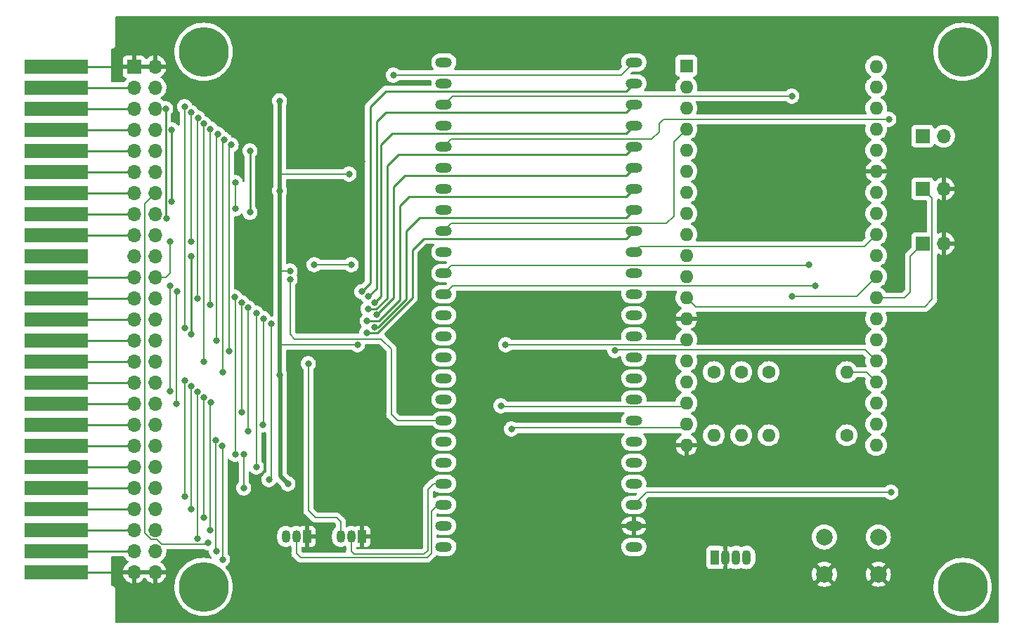
<source format=gbr>
%TF.GenerationSoftware,KiCad,Pcbnew,(6.0.5)*%
%TF.CreationDate,2022-06-04T10:33:37-07:00*%
%TF.ProjectId,TRS-IO-M1,5452532d-494f-42d4-9d31-2e6b69636164,rev?*%
%TF.SameCoordinates,Original*%
%TF.FileFunction,Copper,L2,Bot*%
%TF.FilePolarity,Positive*%
%FSLAX46Y46*%
G04 Gerber Fmt 4.6, Leading zero omitted, Abs format (unit mm)*
G04 Created by KiCad (PCBNEW (6.0.5)) date 2022-06-04 10:33:37*
%MOMM*%
%LPD*%
G01*
G04 APERTURE LIST*
%TA.AperFunction,ComponentPad*%
%ADD10C,6.000000*%
%TD*%
%TA.AperFunction,ComponentPad*%
%ADD11C,0.800000*%
%TD*%
%TA.AperFunction,ComponentPad*%
%ADD12C,1.600000*%
%TD*%
%TA.AperFunction,ComponentPad*%
%ADD13O,1.600000X1.600000*%
%TD*%
%TA.AperFunction,ComponentPad*%
%ADD14O,2.000000X1.200000*%
%TD*%
%TA.AperFunction,ComponentPad*%
%ADD15R,1.050000X1.500000*%
%TD*%
%TA.AperFunction,ComponentPad*%
%ADD16O,1.050000X1.500000*%
%TD*%
%TA.AperFunction,ComponentPad*%
%ADD17R,1.700000X1.700000*%
%TD*%
%TA.AperFunction,ComponentPad*%
%ADD18O,1.700000X1.700000*%
%TD*%
%TA.AperFunction,ComponentPad*%
%ADD19R,1.600000X1.600000*%
%TD*%
%TA.AperFunction,ConnectorPad*%
%ADD20R,7.620000X1.778000*%
%TD*%
%TA.AperFunction,ComponentPad*%
%ADD21R,1.070000X1.800000*%
%TD*%
%TA.AperFunction,ComponentPad*%
%ADD22O,1.070000X1.800000*%
%TD*%
%TA.AperFunction,ComponentPad*%
%ADD23C,2.000000*%
%TD*%
%TA.AperFunction,ViaPad*%
%ADD24C,0.800000*%
%TD*%
%TA.AperFunction,Conductor*%
%ADD25C,0.250000*%
%TD*%
%TA.AperFunction,Conductor*%
%ADD26C,0.200000*%
%TD*%
%TA.AperFunction,Conductor*%
%ADD27C,0.500380*%
%TD*%
G04 APERTURE END LIST*
D10*
%TO.P,H1,1*%
%TO.N,N/C*%
X124714000Y-60960000D03*
D11*
X126304990Y-62550990D03*
X123123010Y-59369010D03*
X126964000Y-60960000D03*
X124714000Y-58710000D03*
X122464000Y-60960000D03*
X124714000Y-63210000D03*
X126304990Y-59369010D03*
X123123010Y-62550990D03*
%TD*%
%TO.P,H2,1*%
%TO.N,N/C*%
X217744990Y-62550990D03*
X218404000Y-60960000D03*
D10*
X216154000Y-60960000D03*
D11*
X213904000Y-60960000D03*
X214563010Y-62550990D03*
X214563010Y-59369010D03*
X217744990Y-59369010D03*
X216154000Y-63210000D03*
X216154000Y-58710000D03*
%TD*%
%TO.P,H3,1*%
%TO.N,N/C*%
X126964000Y-125476000D03*
X124714000Y-127726000D03*
X126304990Y-123885010D03*
X123123010Y-127066990D03*
D10*
X124714000Y-125476000D03*
D11*
X122464000Y-125476000D03*
X124714000Y-123226000D03*
X126304990Y-127066990D03*
X123123010Y-123885010D03*
%TD*%
%TO.P,H4,1*%
%TO.N,N/C*%
X217744990Y-123885010D03*
X213904000Y-125476000D03*
X217744990Y-127066990D03*
X216154000Y-127726000D03*
X214563010Y-123885010D03*
X218404000Y-125476000D03*
X216154000Y-123226000D03*
X214563010Y-127066990D03*
D10*
X216154000Y-125476000D03*
%TD*%
D12*
%TO.P,R1,1*%
%TO.N,LED_RED*%
X186182000Y-99568000D03*
D13*
%TO.P,R1,2*%
%TO.N,Net-(D1-Pad1)*%
X186182000Y-107188000D03*
%TD*%
D12*
%TO.P,R2,1*%
%TO.N,LED_GREEN*%
X192786000Y-99568000D03*
D13*
%TO.P,R2,2*%
%TO.N,Net-(D1-Pad4)*%
X192786000Y-107188000D03*
%TD*%
D14*
%TO.P,U5,1,Pad_38*%
%TO.N,CS_SD_CARD*%
X153650000Y-62230000D03*
%TO.P,U5,2,Pad_37*%
%TO.N,MOSI*%
X153650000Y-64770000D03*
%TO.P,U5,3,Pad_36*%
%TO.N,SCK*%
X153650000Y-67310000D03*
%TO.P,U5,4,Pad_39*%
%TO.N,MISO*%
X153650000Y-69850000D03*
%TO.P,U5,5,Pad_25*%
%TO.N,AA2_10*%
X153650000Y-72390000D03*
%TO.P,U5,6,Pad_26*%
%TO.N,AA6_12*%
X153650000Y-74930000D03*
%TO.P,U5,7,Pad_27*%
%TO.N,AA7_13*%
X153650000Y-77470000D03*
%TO.P,U5,8,Pad_28*%
%TO.N,AA5_15*%
X153650000Y-80010000D03*
%TO.P,U5,9,Pad_29*%
%TO.N,AA3_11*%
X153650000Y-82550000D03*
%TO.P,U5,10,Pad_30*%
%TO.N,AA4_14*%
X153650000Y-85090000D03*
%TO.P,U5,11,Pad_33*%
%TO.N,AA1_8*%
X153650000Y-87630000D03*
%TO.P,U5,12,Pad_34*%
%TO.N,AA0_9*%
X153650000Y-90170000D03*
%TO.P,U5,13,Pad_40*%
%TO.N,Z80_IOREQ_N*%
X153650000Y-92710000D03*
%TO.P,U5,14,Pad_35*%
%TO.N,Z80_MREQ_N*%
X153650000Y-95250000D03*
%TO.P,U5,15,Pad_41*%
%TO.N,Z80_WR_N*%
X153650000Y-97790000D03*
%TO.P,U5,16,Pad_42*%
%TO.N,Z80_RD_N*%
X153650000Y-100330000D03*
%TO.P,U5,17,Pad_51*%
%TO.N,Z80_M1_N*%
X153650000Y-102870000D03*
%TO.P,U5,18,Pad_53*%
%TO.N,READ_N*%
X153650000Y-105410000D03*
%TO.P,U5,19,Pad_54*%
%TO.N,DBUS_SEL_N*%
X153650000Y-107950000D03*
%TO.P,U5,20,Pad_55*%
%TO.N,A0_MUX*%
X153650000Y-110490000D03*
%TO.P,U5,21,Pad_56*%
%TO.N,INT*%
X153650000Y-113030000D03*
%TO.P,U5,22,Pad_57*%
%TO.N,WAIT*%
X153650000Y-115570000D03*
%TO.P,U5,23,Pad_68*%
%TO.N,unconnected-(U5-Pad23)*%
X153650000Y-118110000D03*
%TO.P,U5,24,Pad_69*%
%TO.N,unconnected-(U5-Pad24)*%
X153650000Y-120650000D03*
%TO.P,U5,25,3V3*%
%TO.N,+3V3*%
X176550000Y-120650000D03*
%TO.P,U5,26,GND*%
%TO.N,GND*%
X176550000Y-118110000D03*
%TO.P,U5,27,Pad_32*%
%TO.N,CS_FPGA*%
X176550000Y-115570000D03*
%TO.P,U5,28,Pad_31*%
%TO.N,ESP_S2*%
X176550000Y-113030000D03*
%TO.P,U5,29,Pad_49*%
%TO.N,ESP_S1*%
X176550000Y-110490000D03*
%TO.P,U5,30,Pad_48*%
%TO.N,ESP_S0*%
X176550000Y-107950000D03*
%TO.P,U5,31,5V*%
%TO.N,VU*%
X176550000Y-105410000D03*
%TO.P,U5,32,Pad_70*%
%TO.N,unconnected-(U5-Pad32)*%
X176550000Y-102870000D03*
%TO.P,U5,33,Pad_71*%
%TO.N,unconnected-(U5-Pad33)*%
X176550000Y-100330000D03*
%TO.P,U5,34,Pad_72*%
%TO.N,unconnected-(U5-Pad34)*%
X176550000Y-97790000D03*
%TO.P,U5,35,Pad_73*%
%TO.N,unconnected-(U5-Pad35)*%
X176550000Y-95250000D03*
%TO.P,U5,36,Pad_74*%
%TO.N,unconnected-(U5-Pad36)*%
X176550000Y-92710000D03*
%TO.P,U5,37,Pad_75*%
%TO.N,unconnected-(U5-Pad37)*%
X176550000Y-90170000D03*
%TO.P,U5,38,Pad_76*%
%TO.N,REQ*%
X176550000Y-87630000D03*
%TO.P,U5,39,Pad_77*%
%TO.N,DONE*%
X176550000Y-85090000D03*
%TO.P,U5,40,Pad_79*%
%TO.N,DD2*%
X176550000Y-82550000D03*
%TO.P,U5,41,Pad_80*%
%TO.N,DD0*%
X176550000Y-80010000D03*
%TO.P,U5,42,Pad_81*%
%TO.N,DD5*%
X176550000Y-77470000D03*
%TO.P,U5,43,Pad_82*%
%TO.N,DD3*%
X176550000Y-74930000D03*
%TO.P,U5,44,Pad_83*%
%TO.N,DD6*%
X176550000Y-72390000D03*
%TO.P,U5,45,Pad_84*%
%TO.N,DD1*%
X176550000Y-69850000D03*
%TO.P,U5,46,Pad_85*%
%TO.N,DD7*%
X176550000Y-67310000D03*
%TO.P,U5,47,Pad_86*%
%TO.N,DD4*%
X176550000Y-64770000D03*
%TO.P,U5,48,Pad_63*%
%TO.N,A1_MUX*%
X176550000Y-62230000D03*
%TD*%
D15*
%TO.P,Q2,1,S*%
%TO.N,GND*%
X143764000Y-119380000D03*
D16*
%TO.P,Q2,2,G*%
%TO.N,INT*%
X142494000Y-119380000D03*
%TO.P,Q2,3,D*%
%TO.N,INT_N*%
X141224000Y-119380000D03*
%TD*%
D17*
%TO.P,J4,1,Pin_1*%
%TO.N,+5V*%
X211328000Y-71120000D03*
D18*
%TO.P,J4,2,Pin_2*%
%TO.N,VU*%
X213868000Y-71120000D03*
%TD*%
D19*
%TO.P,U6,1,GPIO6*%
%TO.N,unconnected-(U6-Pad1)*%
X182880000Y-62645000D03*
D13*
%TO.P,U6,2,GPIO7*%
%TO.N,unconnected-(U6-Pad2)*%
X182880000Y-65185000D03*
%TO.P,U6,3,GPIO8*%
%TO.N,unconnected-(U6-Pad3)*%
X182880000Y-67725000D03*
%TO.P,U6,4,GPIO15*%
%TO.N,AA3_11*%
X182880000Y-70265000D03*
%TO.P,U6,5,GPIO2*%
%TO.N,unconnected-(U6-Pad5)*%
X182880000Y-72805000D03*
%TO.P,U6,6,GPIO0*%
%TO.N,unconnected-(U6-Pad6)*%
X182880000Y-75345000D03*
%TO.P,U6,7,GPIO4*%
%TO.N,LED_GREEN*%
X182880000Y-77885000D03*
%TO.P,U6,8,GPIO16*%
%TO.N,ESP_S0*%
X182880000Y-80425000D03*
%TO.P,U6,9,GPIO17*%
%TO.N,ESP_S1*%
X182880000Y-82965000D03*
%TO.P,U6,10,GPIO5*%
%TO.N,LED_RED*%
X182880000Y-85505000D03*
%TO.P,U6,11,GPIO18*%
%TO.N,ESP_S2*%
X182880000Y-88045000D03*
%TO.P,U6,12,GPIO19*%
%TO.N,EI*%
X182880000Y-90585000D03*
%TO.P,U6,13,GND*%
%TO.N,GND*%
X182880000Y-93125000D03*
%TO.P,U6,14,GPIO21*%
%TO.N,MOSI*%
X182880000Y-95665000D03*
%TO.P,U6,15,GPIO3*%
%TO.N,unconnected-(U6-Pad15)*%
X182880000Y-98205000D03*
%TO.P,U6,16,GPIO1*%
%TO.N,unconnected-(U6-Pad16)*%
X182880000Y-100745000D03*
%TO.P,U6,17,GPIO22*%
%TO.N,MISO*%
X182880000Y-103285000D03*
%TO.P,U6,18,GPIO23*%
%TO.N,CS_SD_CARD*%
X182880000Y-105825000D03*
%TO.P,U6,19,GND*%
%TO.N,GND*%
X182880000Y-108365000D03*
%TO.P,U6,20,3V3*%
%TO.N,unconnected-(U6-Pad20)*%
X205740000Y-108365000D03*
%TO.P,U6,21,RESET*%
%TO.N,unconnected-(U6-Pad21)*%
X205740000Y-105825000D03*
%TO.P,U6,22,GPIO36*%
%TO.N,unconnected-(U6-Pad22)*%
X205740000Y-103285000D03*
%TO.P,U6,23,GPIO39*%
%TO.N,BUTTON*%
X205740000Y-100745000D03*
%TO.P,U6,24,GPIO34*%
%TO.N,REQ*%
X205740000Y-98205000D03*
%TO.P,U6,25,GPIO35*%
%TO.N,unconnected-(U6-Pad25)*%
X205740000Y-95665000D03*
%TO.P,U6,26,GPIO32*%
%TO.N,LED_BLUE*%
X205740000Y-93125000D03*
%TO.P,U6,27,GPIO33*%
%TO.N,FULL_ADDR*%
X205740000Y-90585000D03*
%TO.P,U6,28,GPIO25*%
%TO.N,SCK*%
X205740000Y-88045000D03*
%TO.P,U6,29,GPIO26*%
%TO.N,CS_FPGA*%
X205740000Y-85505000D03*
%TO.P,U6,30,GPIO27*%
%TO.N,DONE*%
X205740000Y-82965000D03*
%TO.P,U6,31,GPIO14*%
%TO.N,AA2_10*%
X205740000Y-80425000D03*
%TO.P,U6,32,GPIO12*%
%TO.N,AA0_9*%
X205740000Y-77885000D03*
%TO.P,U6,33,GND*%
%TO.N,GND*%
X205740000Y-75345000D03*
%TO.P,U6,34,GPIO13*%
%TO.N,AA1_8*%
X205740000Y-72805000D03*
%TO.P,U6,35,GPIO9*%
%TO.N,unconnected-(U6-Pad35)*%
X205740000Y-70265000D03*
%TO.P,U6,36,GPIO10*%
%TO.N,unconnected-(U6-Pad36)*%
X205740000Y-67725000D03*
%TO.P,U6,37,GPIO11*%
%TO.N,unconnected-(U6-Pad37)*%
X205740000Y-65185000D03*
%TO.P,U6,38,5V*%
%TO.N,+5V*%
X205740000Y-62708500D03*
%TD*%
D12*
%TO.P,R4,1*%
%TO.N,+3V3*%
X202184000Y-107188000D03*
D13*
%TO.P,R4,2*%
%TO.N,BUTTON*%
X202184000Y-99568000D03*
%TD*%
D20*
%TO.P,J1,2,Pin_2*%
%TO.N,GND*%
X106934000Y-123698000D03*
%TO.P,J1,4,Pin_4*%
%TO.N,A6*%
X106934000Y-121158000D03*
%TO.P,J1,6,Pin_6*%
%TO.N,A4*%
X106934000Y-118618000D03*
%TO.P,J1,8,Pin_8*%
%TO.N,A3*%
X106934000Y-116078000D03*
%TO.P,J1,10,Pin_10*%
%TO.N,A0*%
X106934000Y-113538000D03*
%TO.P,J1,12,Pin_12*%
%TO.N,D2*%
X106934000Y-110998000D03*
%TO.P,J1,14,Pin_14*%
%TO.N,D1*%
X106934000Y-108458000D03*
%TO.P,J1,16,Pin_16*%
%TO.N,D3*%
X106934000Y-105918000D03*
%TO.P,J1,18,Pin_18*%
%TO.N,D6*%
X106934000Y-103378000D03*
%TO.P,J1,20,Pin_20*%
%TO.N,D4*%
X106934000Y-100838000D03*
%TO.P,J1,22,Pin_22*%
%TO.N,A8*%
X106934000Y-98298000D03*
%TO.P,J1,24,Pin_24*%
%TO.N,A9*%
X106934000Y-95758000D03*
%TO.P,J1,26,Pin_26*%
%TO.N,A10*%
X106934000Y-93218000D03*
%TO.P,J1,28,Pin_28*%
%TO.N,A11*%
X106934000Y-90678000D03*
%TO.P,J1,30,Pin_30*%
%TO.N,PHI*%
X106934000Y-88138000D03*
%TO.P,J1,32,Pin_32*%
%TO.N,unconnected-(J1-Pad32)*%
X106934000Y-85598000D03*
%TO.P,J1,34,Pin_34*%
%TO.N,PHLDA*%
X106934000Y-83058000D03*
%TO.P,J1,36,Pin_36*%
%TO.N,HALT*%
X106934000Y-80518000D03*
%TO.P,J1,38,Pin_38*%
%TO.N,IORQ_N*%
X106934000Y-77978000D03*
%TO.P,J1,40,Pin_40*%
%TO.N,WR_N*%
X106934000Y-75438000D03*
%TO.P,J1,42,Pin_42*%
%TO.N,CCDBS*%
X106934000Y-72898000D03*
%TO.P,J1,44,Pin_44*%
%TO.N,DODBS*%
X106934000Y-70358000D03*
%TO.P,J1,46,Pin_46*%
%TO.N,RESET*%
X106934000Y-67818000D03*
%TO.P,J1,48,Pin_48*%
%TO.N,NMI*%
X106934000Y-65278000D03*
%TO.P,J1,50,Pin_50*%
%TO.N,GND*%
X106934000Y-62738000D03*
%TD*%
D17*
%TO.P,J5,1,Pin_1*%
%TO.N,FULL_ADDR*%
X211328000Y-84074000D03*
D18*
%TO.P,J5,2,Pin_2*%
%TO.N,GND*%
X213868000Y-84074000D03*
%TD*%
D17*
%TO.P,J3,1,Pin_1*%
%TO.N,EI*%
X211328000Y-77470000D03*
D18*
%TO.P,J3,2,Pin_2*%
%TO.N,GND*%
X213868000Y-77470000D03*
%TD*%
D12*
%TO.P,R3,1*%
%TO.N,LED_BLUE*%
X189484000Y-99568000D03*
D13*
%TO.P,R3,2*%
%TO.N,Net-(D1-Pad3)*%
X189484000Y-107188000D03*
%TD*%
D21*
%TO.P,D1,1,RA*%
%TO.N,Net-(D1-Pad1)*%
X186314000Y-121920000D03*
D22*
%TO.P,D1,2,K*%
%TO.N,GND*%
X187584000Y-121920000D03*
%TO.P,D1,3,BA*%
%TO.N,Net-(D1-Pad3)*%
X188854000Y-121920000D03*
%TO.P,D1,4,GA*%
%TO.N,Net-(D1-Pad4)*%
X190124000Y-121920000D03*
%TD*%
D15*
%TO.P,Q1,1,S*%
%TO.N,GND*%
X137160000Y-119380000D03*
D16*
%TO.P,Q1,2,G*%
%TO.N,WAIT*%
X135890000Y-119380000D03*
%TO.P,Q1,3,D*%
%TO.N,WAIT_N*%
X134620000Y-119380000D03*
%TD*%
D18*
%TO.P,J2,1,Pin_1*%
%TO.N,GND*%
X118867000Y-123703000D03*
%TO.P,J2,2,Pin_2*%
X116327000Y-123703000D03*
%TO.P,J2,3,Pin_3*%
%TO.N,A7*%
X118867000Y-121163000D03*
%TO.P,J2,4,Pin_4*%
%TO.N,A6*%
X116327000Y-121163000D03*
%TO.P,J2,5,Pin_5*%
%TO.N,A5*%
X118867000Y-118623000D03*
%TO.P,J2,6,Pin_6*%
%TO.N,A4*%
X116327000Y-118623000D03*
%TO.P,J2,7,Pin_7*%
%TO.N,A1*%
X118867000Y-116083000D03*
%TO.P,J2,8,Pin_8*%
%TO.N,A3*%
X116327000Y-116083000D03*
%TO.P,J2,9,Pin_9*%
%TO.N,A2*%
X118867000Y-113543000D03*
%TO.P,J2,10,Pin_10*%
%TO.N,A0*%
X116327000Y-113543000D03*
%TO.P,J2,11,Pin_11*%
%TO.N,D5*%
X118867000Y-111003000D03*
%TO.P,J2,12,Pin_12*%
%TO.N,D2*%
X116327000Y-111003000D03*
%TO.P,J2,13,Pin_13*%
%TO.N,unconnected-(J2-Pad13)*%
X118867000Y-108463000D03*
%TO.P,J2,14,Pin_14*%
%TO.N,D1*%
X116327000Y-108463000D03*
%TO.P,J2,15,Pin_15*%
%TO.N,D0*%
X118867000Y-105923000D03*
%TO.P,J2,16,Pin_16*%
%TO.N,D3*%
X116327000Y-105923000D03*
%TO.P,J2,17,Pin_17*%
%TO.N,D7*%
X118867000Y-103383000D03*
%TO.P,J2,18,Pin_18*%
%TO.N,D6*%
X116327000Y-103383000D03*
%TO.P,J2,19,Pin_19*%
%TO.N,5V*%
X118867000Y-100843000D03*
%TO.P,J2,20,Pin_20*%
%TO.N,D4*%
X116327000Y-100843000D03*
%TO.P,J2,21,Pin_21*%
%TO.N,A15*%
X118867000Y-98303000D03*
%TO.P,J2,22,Pin_22*%
%TO.N,A8*%
X116327000Y-98303000D03*
%TO.P,J2,23,Pin_23*%
%TO.N,A14*%
X118867000Y-95763000D03*
%TO.P,J2,24,Pin_24*%
%TO.N,A9*%
X116327000Y-95763000D03*
%TO.P,J2,25,Pin_25*%
%TO.N,unconnected-(J2-Pad25)*%
X118867000Y-93223000D03*
%TO.P,J2,26,Pin_26*%
%TO.N,A10*%
X116327000Y-93223000D03*
%TO.P,J2,27,Pin_27*%
%TO.N,A13*%
X118867000Y-90683000D03*
%TO.P,J2,28,Pin_28*%
%TO.N,A11*%
X116327000Y-90683000D03*
%TO.P,J2,29,Pin_29*%
%TO.N,A12*%
X118867000Y-88143000D03*
%TO.P,J2,30,Pin_30*%
%TO.N,PHI*%
X116327000Y-88143000D03*
%TO.P,J2,31,Pin_31*%
%TO.N,INT_N*%
X118867000Y-85603000D03*
%TO.P,J2,32,Pin_32*%
%TO.N,unconnected-(J2-Pad32)*%
X116327000Y-85603000D03*
%TO.P,J2,33,Pin_33*%
%TO.N,unconnected-(J2-Pad33)*%
X118867000Y-83063000D03*
%TO.P,J2,34,Pin_34*%
%TO.N,PHLDA*%
X116327000Y-83063000D03*
%TO.P,J2,35,Pin_35*%
%TO.N,PHANTOM*%
X118867000Y-80523000D03*
%TO.P,J2,36,Pin_36*%
%TO.N,HALT*%
X116327000Y-80523000D03*
%TO.P,J2,37,Pin_37*%
%TO.N,WAIT_N*%
X118867000Y-77983000D03*
%TO.P,J2,38,Pin_38*%
%TO.N,IORQ_N*%
X116327000Y-77983000D03*
%TO.P,J2,39,Pin_39*%
%TO.N,PHOLD*%
X118867000Y-75443000D03*
%TO.P,J2,40,Pin_40*%
%TO.N,WR_N*%
X116327000Y-75443000D03*
%TO.P,J2,41,Pin_41*%
%TO.N,RD_N*%
X118867000Y-72903000D03*
%TO.P,J2,42,Pin_42*%
%TO.N,CCDBS*%
X116327000Y-72903000D03*
%TO.P,J2,43,Pin_43*%
%TO.N,MREQ_N*%
X118867000Y-70363000D03*
%TO.P,J2,44,Pin_44*%
%TO.N,DODBS*%
X116327000Y-70363000D03*
%TO.P,J2,45,Pin_45*%
%TO.N,M1_N*%
X118867000Y-67823000D03*
%TO.P,J2,46,Pin_46*%
%TO.N,RESET*%
X116327000Y-67823000D03*
%TO.P,J2,47,Pin_47*%
%TO.N,RFSH*%
X118867000Y-65283000D03*
%TO.P,J2,48,Pin_48*%
%TO.N,NMI*%
X116327000Y-65283000D03*
%TO.P,J2,49,Pin_49*%
%TO.N,GND*%
X118867000Y-62743000D03*
D17*
%TO.P,J2,50,Pin_50*%
X116327000Y-62743000D03*
%TD*%
D23*
%TO.P,SW1,1,1*%
%TO.N,GND*%
X205994000Y-123952000D03*
X199494000Y-123952000D03*
%TO.P,SW1,2,2*%
%TO.N,BUTTON*%
X205994000Y-119452000D03*
X199494000Y-119452000D03*
%TD*%
D24*
%TO.N,GND*%
X129286000Y-114808000D03*
X145542000Y-62992000D03*
X143764000Y-74168000D03*
X135636000Y-97790000D03*
X145288000Y-99314000D03*
X138029346Y-72898000D03*
X135636000Y-107950000D03*
X139192000Y-108458000D03*
%TO.N,+3V3*%
X143256000Y-96266000D03*
X133858000Y-77724000D03*
X133858000Y-66875500D03*
X135128000Y-87376000D03*
X142240000Y-75692000D03*
X133858000Y-99895500D03*
X134874000Y-113030000D03*
%TO.N,A10*%
X122428000Y-94234000D03*
X122428000Y-67564000D03*
%TO.N,A12*%
X123190000Y-68274500D03*
X120650000Y-83820000D03*
X123190000Y-83820000D03*
%TO.N,A13*%
X124024131Y-68924500D03*
X123952000Y-90678000D03*
%TO.N,A15*%
X124714000Y-98298000D03*
X124743885Y-69618012D03*
%TO.N,A11*%
X125476000Y-91440000D03*
X125513586Y-70255637D03*
%TO.N,A14*%
X126428380Y-70874500D03*
X126238000Y-95758000D03*
%TO.N,A8*%
X127000000Y-99568000D03*
X127181017Y-71532179D03*
%TO.N,WR_N*%
X128524000Y-79871500D03*
X128524000Y-76708000D03*
%TO.N,RD_N*%
X130302000Y-80297020D03*
X130302000Y-72898000D03*
%TO.N,MREQ_N*%
X120866500Y-78994000D03*
X120866500Y-70358000D03*
%TO.N,A9*%
X127762000Y-97028000D03*
X128030050Y-72174500D03*
%TO.N,D4*%
X120650000Y-101854000D03*
X120650000Y-89154000D03*
%TO.N,M1_N*%
X120215367Y-81054944D03*
X120142000Y-67818000D03*
%TO.N,D7*%
X121412000Y-103378000D03*
X121481636Y-89864500D03*
%TO.N,INT_N*%
X137329846Y-98552000D03*
X123190000Y-85598000D03*
X123190000Y-94996000D03*
%TO.N,D1*%
X128461500Y-90514500D03*
X128524000Y-109474000D03*
%TO.N,D6*%
X129286000Y-104394000D03*
X129286000Y-91186000D03*
%TO.N,A0*%
X122428000Y-114554000D03*
X122428000Y-100584000D03*
%TO.N,D3*%
X130057064Y-91821976D03*
X130048000Y-106680000D03*
%TO.N,A1*%
X123190000Y-116078000D03*
X123190000Y-101294500D03*
%TO.N,D5*%
X131064000Y-110998000D03*
X131064000Y-92464500D03*
%TO.N,D0*%
X131826000Y-105918000D03*
X131899915Y-93114500D03*
%TO.N,A4*%
X123952000Y-119634000D03*
X123952000Y-101944500D03*
%TO.N,D2*%
X132588000Y-112522000D03*
X132842000Y-93764500D03*
%TO.N,WAIT_N*%
X125222000Y-120142000D03*
%TO.N,A3*%
X124714000Y-102616000D03*
X124714000Y-117094000D03*
%TO.N,A5*%
X125545636Y-103244500D03*
X125476000Y-118618000D03*
%TO.N,A7*%
X126175500Y-107772011D03*
X126238000Y-121158000D03*
%TO.N,A6*%
X127000000Y-122174000D03*
X126972336Y-108471511D03*
%TO.N,A2*%
X129540000Y-113538000D03*
X129540000Y-109474000D03*
%TO.N,+1V8*%
X138029346Y-86614000D03*
X142494000Y-86614000D03*
%TO.N,AA0_9*%
X198374000Y-89154000D03*
%TO.N,AA1_8*%
X197612000Y-86614000D03*
%TO.N,SCK*%
X195580000Y-66294000D03*
X195580000Y-90424000D03*
%TO.N,MOSI*%
X161098500Y-96266000D03*
%TO.N,AA2_10*%
X207264000Y-69088000D03*
%TO.N,READ_N*%
X135128000Y-88392000D03*
%TO.N,MISO*%
X160528000Y-103632000D03*
%TO.N,DD3*%
X145530420Y-92672479D03*
%TO.N,DD4*%
X143772003Y-89864500D03*
%TO.N,DD5*%
X144412084Y-93397000D03*
%TO.N,DD6*%
X144526000Y-91948000D03*
%TO.N,DD7*%
X144574660Y-90460108D03*
%TO.N,DD2*%
X144354955Y-94846000D03*
%TO.N,DD0*%
X145285880Y-94121500D03*
%TO.N,DD1*%
X145272704Y-91175468D03*
%TO.N,A1_MUX*%
X147574000Y-63754000D03*
%TO.N,CS_SD_CARD*%
X161798000Y-106426000D03*
%TO.N,CS_FPGA*%
X207518000Y-114046000D03*
%TO.N,REQ*%
X174244000Y-96965500D03*
%TD*%
D25*
%TO.N,GND*%
X116327000Y-62743000D02*
X118867000Y-62743000D01*
X106934000Y-123698000D02*
X116322000Y-123698000D01*
X116327000Y-123703000D02*
X118867000Y-123703000D01*
D26*
X138029346Y-73767346D02*
X138029346Y-72898000D01*
D25*
X116322000Y-62738000D02*
X116327000Y-62743000D01*
X106934000Y-62738000D02*
X116322000Y-62738000D01*
D26*
X138430000Y-74168000D02*
X138029346Y-73767346D01*
D25*
X116322000Y-123698000D02*
X116327000Y-123703000D01*
D26*
X143764000Y-74168000D02*
X138430000Y-74168000D01*
%TO.N,+3V3*%
X143256000Y-96266000D02*
X133858000Y-96266000D01*
D27*
X133858000Y-87376000D02*
X133858000Y-77724000D01*
X133858000Y-73660000D02*
X133858000Y-66875500D01*
D26*
X134112000Y-75692000D02*
X133858000Y-75946000D01*
D27*
X133858000Y-77724000D02*
X133858000Y-77216000D01*
X133858000Y-77216000D02*
X133858000Y-75946000D01*
X133858000Y-75946000D02*
X133858000Y-73660000D01*
X133945701Y-99983201D02*
X133945701Y-112101701D01*
X133858000Y-96266000D02*
X133858000Y-99895500D01*
X133858000Y-87884000D02*
X133858000Y-96266000D01*
D26*
X142240000Y-75692000D02*
X134112000Y-75692000D01*
D27*
X133858000Y-99895500D02*
X133945701Y-99983201D01*
D26*
X135128000Y-87376000D02*
X133858000Y-87376000D01*
D27*
X133858000Y-87884000D02*
X133858000Y-87376000D01*
X133945701Y-112101701D02*
X134874000Y-113030000D01*
D25*
%TO.N,A10*%
X106934000Y-93218000D02*
X116322000Y-93218000D01*
D26*
X122428000Y-67564000D02*
X122428000Y-94234000D01*
D25*
X116322000Y-93218000D02*
X116327000Y-93223000D01*
D26*
%TO.N,A12*%
X120650000Y-87630000D02*
X120137000Y-88143000D01*
X123190000Y-68274500D02*
X123190000Y-83820000D01*
X120137000Y-88143000D02*
X118867000Y-88143000D01*
X120650000Y-83820000D02*
X120650000Y-87630000D01*
%TO.N,A13*%
X123952000Y-68996631D02*
X123952000Y-90678000D01*
X124024131Y-68924500D02*
X123952000Y-68996631D01*
%TO.N,A15*%
X124714000Y-69647897D02*
X124714000Y-98298000D01*
X124743885Y-69618012D02*
X124714000Y-69647897D01*
%TO.N,A11*%
X125513586Y-70255637D02*
X125476000Y-70293223D01*
D25*
X116322000Y-90678000D02*
X116327000Y-90683000D01*
D26*
X125476000Y-70293223D02*
X125476000Y-91440000D01*
D25*
X106934000Y-90678000D02*
X116322000Y-90678000D01*
D26*
%TO.N,A14*%
X126238000Y-71064880D02*
X126238000Y-95758000D01*
X126428380Y-70874500D02*
X126238000Y-71064880D01*
%TO.N,A8*%
X127181017Y-71532179D02*
X127000000Y-71713196D01*
D25*
X106934000Y-98298000D02*
X116322000Y-98298000D01*
X116322000Y-98298000D02*
X116327000Y-98303000D01*
D26*
X127000000Y-71713196D02*
X127000000Y-99568000D01*
D25*
%TO.N,WR_N*%
X106934000Y-75438000D02*
X116322000Y-75438000D01*
D26*
X128524000Y-79871500D02*
X128524000Y-76708000D01*
D25*
X116322000Y-75438000D02*
X116327000Y-75443000D01*
%TO.N,RD_N*%
X130302000Y-72898000D02*
X130302000Y-80297020D01*
%TO.N,MREQ_N*%
X120866500Y-70358000D02*
X120866500Y-78994000D01*
D26*
%TO.N,A9*%
X128030050Y-72174500D02*
X127762000Y-72442550D01*
X127762000Y-72442550D02*
X127762000Y-97028000D01*
D25*
X116322000Y-95758000D02*
X116327000Y-95763000D01*
X106934000Y-95758000D02*
X116322000Y-95758000D01*
D26*
%TO.N,D4*%
X120650000Y-89154000D02*
X120650000Y-101854000D01*
D25*
X106934000Y-100838000D02*
X116322000Y-100838000D01*
X116322000Y-100838000D02*
X116327000Y-100843000D01*
%TO.N,M1_N*%
X120142000Y-67818000D02*
X120142000Y-80981577D01*
X120142000Y-80981577D02*
X120215367Y-81054944D01*
D26*
%TO.N,D7*%
X121481636Y-89864500D02*
X121412000Y-89934136D01*
X121412000Y-89934136D02*
X121412000Y-103378000D01*
%TO.N,INT_N*%
X140716000Y-117094000D02*
X141224000Y-117602000D01*
D25*
X123190000Y-85598000D02*
X123190000Y-94996000D01*
D26*
X137329846Y-116247846D02*
X138176000Y-117094000D01*
X141224000Y-117602000D02*
X141224000Y-119380000D01*
X137329846Y-98552000D02*
X137329846Y-116247846D01*
X138176000Y-117094000D02*
X140716000Y-117094000D01*
%TO.N,D1*%
X128524000Y-90577000D02*
X128524000Y-109474000D01*
X128461500Y-90514500D02*
X128524000Y-90577000D01*
D25*
X116322000Y-108458000D02*
X116327000Y-108463000D01*
X106934000Y-108458000D02*
X116322000Y-108458000D01*
%TO.N,D6*%
X116322000Y-103378000D02*
X116327000Y-103383000D01*
D26*
X129286000Y-91186000D02*
X129286000Y-104394000D01*
D25*
X106934000Y-103378000D02*
X116322000Y-103378000D01*
D26*
%TO.N,A0*%
X122428000Y-100584000D02*
X122428000Y-114554000D01*
D25*
X116322000Y-113538000D02*
X116327000Y-113543000D01*
X106934000Y-113538000D02*
X116322000Y-113538000D01*
D26*
%TO.N,D3*%
X130048000Y-91831040D02*
X130048000Y-106680000D01*
D25*
X116322000Y-105918000D02*
X116327000Y-105923000D01*
X106934000Y-105918000D02*
X116322000Y-105918000D01*
D26*
X130057064Y-91821976D02*
X130048000Y-91831040D01*
%TO.N,A1*%
X123190000Y-101294500D02*
X123190000Y-116078000D01*
%TO.N,D5*%
X131064000Y-92464500D02*
X131064000Y-110998000D01*
%TO.N,D0*%
X131899915Y-93114500D02*
X131899915Y-105844085D01*
X131899915Y-105844085D02*
X131826000Y-105918000D01*
D25*
%TO.N,A4*%
X106934000Y-118618000D02*
X116322000Y-118618000D01*
D26*
X123952000Y-101944500D02*
X123952000Y-119634000D01*
D25*
X116322000Y-118618000D02*
X116327000Y-118623000D01*
%TO.N,D2*%
X106934000Y-110998000D02*
X116322000Y-110998000D01*
D26*
X132842000Y-112268000D02*
X132588000Y-112522000D01*
X132842000Y-93764500D02*
X132842000Y-112268000D01*
D25*
X116322000Y-110998000D02*
X116327000Y-111003000D01*
D26*
%TO.N,WAIT_N*%
X117602000Y-79248000D02*
X118867000Y-77983000D01*
X117602000Y-118997489D02*
X117602000Y-79248000D01*
X125030489Y-120333511D02*
X119663165Y-120333511D01*
X119102165Y-119772511D02*
X118377022Y-119772511D01*
X118377022Y-119772511D02*
X117602000Y-118997489D01*
X125222000Y-120142000D02*
X125030489Y-120333511D01*
X119663165Y-120333511D02*
X119102165Y-119772511D01*
D25*
%TO.N,A3*%
X106934000Y-116078000D02*
X116322000Y-116078000D01*
X116322000Y-116078000D02*
X116327000Y-116083000D01*
D26*
X124714000Y-102616000D02*
X124714000Y-117094000D01*
%TO.N,A5*%
X125476000Y-103314136D02*
X125476000Y-118618000D01*
X125545636Y-103244500D02*
X125476000Y-103314136D01*
%TO.N,A7*%
X126175500Y-121095500D02*
X126238000Y-121158000D01*
X126175500Y-107772011D02*
X126175500Y-121095500D01*
%TO.N,A6*%
X126972336Y-108471511D02*
X127000000Y-108499175D01*
X127000000Y-108499175D02*
X127000000Y-122174000D01*
D25*
X116322000Y-121158000D02*
X116327000Y-121163000D01*
X106934000Y-121158000D02*
X116322000Y-121158000D01*
D26*
%TO.N,A2*%
X129540000Y-109474000D02*
X129540000Y-113538000D01*
%TO.N,WAIT*%
X153650000Y-115570000D02*
X152908000Y-115570000D01*
X152146000Y-121412000D02*
X151638000Y-121920000D01*
X151638000Y-121920000D02*
X136398000Y-121920000D01*
X136398000Y-121920000D02*
X135890000Y-121412000D01*
X152908000Y-115570000D02*
X152146000Y-116332000D01*
X135890000Y-121412000D02*
X135890000Y-119380000D01*
X152146000Y-116332000D02*
X152146000Y-121412000D01*
%TO.N,+1V8*%
X142494000Y-86614000D02*
X138029346Y-86614000D01*
%TO.N,EI*%
X211328000Y-77470000D02*
X212477511Y-78619511D01*
X212477511Y-78619511D02*
X212477511Y-90798489D01*
X212477511Y-90798489D02*
X211582000Y-91694000D01*
X183989000Y-91694000D02*
X182880000Y-90585000D01*
X211582000Y-91694000D02*
X183989000Y-91694000D01*
%TO.N,AA0_9*%
X153650000Y-90170000D02*
X154675489Y-89144511D01*
X198364511Y-89144511D02*
X198374000Y-89154000D01*
X154675489Y-89144511D02*
X198364511Y-89144511D01*
%TO.N,AA1_8*%
X197495520Y-86730480D02*
X197612000Y-86614000D01*
X154549520Y-86730480D02*
X197495520Y-86730480D01*
X153650000Y-87630000D02*
X154549520Y-86730480D01*
%TO.N,SCK*%
X195570511Y-66284511D02*
X195580000Y-66294000D01*
X195580000Y-90424000D02*
X203361000Y-90424000D01*
X203361000Y-90424000D02*
X205740000Y-88045000D01*
X154675489Y-66284511D02*
X195570511Y-66284511D01*
X153650000Y-67310000D02*
X154675489Y-66284511D01*
%TO.N,MOSI*%
X161098500Y-96266000D02*
X182279000Y-96266000D01*
X182279000Y-96266000D02*
X182880000Y-95665000D01*
%TO.N,AA3_11*%
X180477520Y-81650480D02*
X181356000Y-80772000D01*
X181356000Y-80772000D02*
X181356000Y-71789000D01*
X153650000Y-82550000D02*
X154549520Y-81650480D01*
X154549520Y-81650480D02*
X180477520Y-81650480D01*
X181356000Y-71789000D02*
X182880000Y-70265000D01*
%TO.N,AA2_10*%
X153650000Y-72390000D02*
X154549520Y-71490480D01*
X180086000Y-69088000D02*
X207264000Y-69088000D01*
X179578000Y-70612000D02*
X179578000Y-69596000D01*
X179578000Y-69596000D02*
X180086000Y-69088000D01*
X154549520Y-71490480D02*
X178699520Y-71490480D01*
X178699520Y-71490480D02*
X179578000Y-70612000D01*
%TO.N,READ_N*%
X147320000Y-96774000D02*
X146112489Y-95566489D01*
X146112489Y-95566489D02*
X135698489Y-95566489D01*
X148082000Y-105410000D02*
X147320000Y-104648000D01*
X135698489Y-95566489D02*
X135128000Y-94996000D01*
X147320000Y-104648000D02*
X147320000Y-96774000D01*
X153650000Y-105410000D02*
X148082000Y-105410000D01*
X135128000Y-94996000D02*
X135128000Y-88392000D01*
%TO.N,MISO*%
X160665520Y-103769520D02*
X182395480Y-103769520D01*
X160528000Y-103632000D02*
X160665520Y-103769520D01*
X182395480Y-103769520D02*
X182880000Y-103285000D01*
D25*
%TO.N,DD3*%
X148935480Y-75854520D02*
X175625480Y-75854520D01*
X147574000Y-77216000D02*
X148935480Y-75854520D01*
X175625480Y-75854520D02*
X176550000Y-74930000D01*
X145530420Y-92672479D02*
X147574000Y-90628899D01*
X147574000Y-90628899D02*
X147574000Y-77216000D01*
%TO.N,DD4*%
X146649480Y-65694520D02*
X175625480Y-65694520D01*
X144780000Y-88856503D02*
X144780000Y-67564000D01*
X143772003Y-89864500D02*
X144780000Y-88856503D01*
X144780000Y-67564000D02*
X146649480Y-65694520D01*
X175625480Y-65694520D02*
X176550000Y-64770000D01*
%TO.N,DD5*%
X149443480Y-78394520D02*
X175625480Y-78394520D01*
X148336000Y-79502000D02*
X149443480Y-78394520D01*
X144412084Y-93397000D02*
X145830513Y-93397000D01*
X148336000Y-90891513D02*
X148336000Y-79502000D01*
X175625480Y-78394520D02*
X176550000Y-77470000D01*
X145830513Y-93397000D02*
X148336000Y-90891513D01*
%TO.N,DD6*%
X175625480Y-73314520D02*
X176550000Y-72390000D01*
X146812000Y-74676000D02*
X148173480Y-73314520D01*
X146812000Y-90660786D02*
X146812000Y-74676000D01*
X145524786Y-91948000D02*
X146812000Y-90660786D01*
X144526000Y-91948000D02*
X145524786Y-91948000D01*
X148173480Y-73314520D02*
X175625480Y-73314520D01*
%TO.N,DD7*%
X145542000Y-69342000D02*
X146649480Y-68234520D01*
X145542000Y-89492768D02*
X145542000Y-69342000D01*
X144574660Y-90460108D02*
X145542000Y-89492768D01*
X175625480Y-68234520D02*
X176550000Y-67310000D01*
X146649480Y-68234520D02*
X175625480Y-68234520D01*
%TO.N,DD2*%
X151221480Y-83474520D02*
X175625480Y-83474520D01*
X145652949Y-94846000D02*
X149860000Y-90638949D01*
X149860000Y-84836000D02*
X151221480Y-83474520D01*
X149860000Y-90638949D02*
X149860000Y-84836000D01*
X144354955Y-94846000D02*
X145652949Y-94846000D01*
X175625480Y-83474520D02*
X176550000Y-82550000D01*
%TO.N,DD0*%
X149098000Y-90765231D02*
X149098000Y-82550000D01*
X150713480Y-80934520D02*
X175625480Y-80934520D01*
X145285880Y-94121500D02*
X145741731Y-94121500D01*
X175625480Y-80934520D02*
X176550000Y-80010000D01*
X149098000Y-82550000D02*
X150713480Y-80934520D01*
X145741731Y-94121500D02*
X149098000Y-90765231D01*
%TO.N,DD1*%
X146050000Y-72136000D02*
X147411480Y-70774520D01*
X145272704Y-91175468D02*
X146050000Y-90398172D01*
X147411480Y-70774520D02*
X175625480Y-70774520D01*
X175625480Y-70774520D02*
X176550000Y-69850000D01*
X146050000Y-90398172D02*
X146050000Y-72136000D01*
D26*
%TO.N,A1_MUX*%
X175026000Y-63754000D02*
X176550000Y-62230000D01*
X147574000Y-63754000D02*
X175026000Y-63754000D01*
%TO.N,BUTTON*%
X204563000Y-99568000D02*
X205740000Y-100745000D01*
X202184000Y-99568000D02*
X204563000Y-99568000D01*
%TO.N,CS_SD_CARD*%
X182395480Y-106309520D02*
X182880000Y-105825000D01*
X161798000Y-106426000D02*
X161914480Y-106309520D01*
X161914480Y-106309520D02*
X182395480Y-106309520D01*
%TO.N,FULL_ADDR*%
X205740000Y-90585000D02*
X209135000Y-90585000D01*
X209804000Y-89916000D02*
X209804000Y-85598000D01*
X209804000Y-85598000D02*
X211328000Y-84074000D01*
X209135000Y-90585000D02*
X209804000Y-89916000D01*
%TO.N,INT*%
X151275520Y-121520480D02*
X142856480Y-121520480D01*
X142856480Y-121520480D02*
X142494000Y-121158000D01*
X151746481Y-113683519D02*
X151746480Y-121049520D01*
X142494000Y-121158000D02*
X142494000Y-119380000D01*
X152400000Y-113030000D02*
X151746481Y-113683519D01*
X151746480Y-121049520D02*
X151275520Y-121520480D01*
X153650000Y-113030000D02*
X152400000Y-113030000D01*
%TO.N,DONE*%
X177234511Y-84405489D02*
X204299511Y-84405489D01*
X204299511Y-84405489D02*
X205740000Y-82965000D01*
X176550000Y-85090000D02*
X177234511Y-84405489D01*
%TO.N,CS_FPGA*%
X207518000Y-114046000D02*
X178074000Y-114046000D01*
X178074000Y-114046000D02*
X176550000Y-115570000D01*
%TO.N,REQ*%
X205740000Y-98205000D02*
X204425480Y-96890480D01*
X204425480Y-96890480D02*
X174319020Y-96890480D01*
X174319020Y-96890480D02*
X174244000Y-96965500D01*
D25*
%TO.N,PHI*%
X106934000Y-88138000D02*
X116322000Y-88138000D01*
X116322000Y-88138000D02*
X116327000Y-88143000D01*
%TO.N,PHLDA*%
X116322000Y-83058000D02*
X116327000Y-83063000D01*
X106934000Y-83058000D02*
X116322000Y-83058000D01*
%TO.N,HALT*%
X116322000Y-80518000D02*
X116327000Y-80523000D01*
X106934000Y-80518000D02*
X116322000Y-80518000D01*
%TO.N,IORQ_N*%
X106934000Y-77978000D02*
X116322000Y-77978000D01*
X116322000Y-77978000D02*
X116327000Y-77983000D01*
%TO.N,CCDBS*%
X116322000Y-72898000D02*
X116327000Y-72903000D01*
X106934000Y-72898000D02*
X116322000Y-72898000D01*
%TO.N,DODBS*%
X106934000Y-70358000D02*
X116322000Y-70358000D01*
X116322000Y-70358000D02*
X116327000Y-70363000D01*
%TO.N,RESET*%
X106934000Y-67818000D02*
X116322000Y-67818000D01*
X116322000Y-67818000D02*
X116327000Y-67823000D01*
%TO.N,NMI*%
X106934000Y-65278000D02*
X116322000Y-65278000D01*
X116322000Y-65278000D02*
X116327000Y-65283000D01*
%TD*%
%TA.AperFunction,Conductor*%
%TO.N,GND*%
G36*
X220413621Y-56662502D02*
G01*
X220460114Y-56716158D01*
X220471500Y-56768500D01*
X220471500Y-129667500D01*
X220451498Y-129735621D01*
X220397842Y-129782114D01*
X220345500Y-129793500D01*
X114223300Y-129793500D01*
X114155179Y-129773498D01*
X114108686Y-129719842D01*
X114097300Y-129667500D01*
X114097300Y-125865623D01*
X114097302Y-125864853D01*
X114097721Y-125796254D01*
X114097776Y-125787279D01*
X114089650Y-125758847D01*
X114086072Y-125742085D01*
X114083152Y-125721698D01*
X114081880Y-125712813D01*
X114071251Y-125689436D01*
X114064804Y-125671913D01*
X114060216Y-125655862D01*
X114057749Y-125647229D01*
X114052956Y-125639632D01*
X114041970Y-125622220D01*
X114033830Y-125607135D01*
X114021592Y-125580218D01*
X114004830Y-125560765D01*
X113993727Y-125545761D01*
X113980024Y-125524042D01*
X113973299Y-125518103D01*
X113973296Y-125518099D01*
X113957862Y-125504468D01*
X113945818Y-125492276D01*
X113932373Y-125476673D01*
X113932370Y-125476671D01*
X113926513Y-125469873D01*
X113917877Y-125464275D01*
X113904965Y-125455906D01*
X113890091Y-125444615D01*
X113877583Y-125433569D01*
X113877582Y-125433568D01*
X113870849Y-125427622D01*
X113844087Y-125415057D01*
X113829109Y-125406737D01*
X113811817Y-125395529D01*
X113811812Y-125395527D01*
X113804285Y-125390648D01*
X113795692Y-125388078D01*
X113795687Y-125388076D01*
X113779680Y-125383289D01*
X113762236Y-125376628D01*
X113747124Y-125369533D01*
X113747122Y-125369532D01*
X113739000Y-125365719D01*
X113730133Y-125364338D01*
X113730132Y-125364338D01*
X113720490Y-125362837D01*
X113709783Y-125361170D01*
X113693068Y-125357387D01*
X113673334Y-125351485D01*
X113673328Y-125351484D01*
X113664734Y-125348914D01*
X113655762Y-125348859D01*
X113646881Y-125347532D01*
X113647387Y-125344145D01*
X113595246Y-125328495D01*
X113549075Y-125274563D01*
X113538000Y-125222907D01*
X113538000Y-123970966D01*
X114995257Y-123970966D01*
X115025565Y-124105446D01*
X115028645Y-124115275D01*
X115108770Y-124312603D01*
X115113413Y-124321794D01*
X115224694Y-124503388D01*
X115230777Y-124511699D01*
X115370213Y-124672667D01*
X115377580Y-124679883D01*
X115541434Y-124815916D01*
X115549881Y-124821831D01*
X115733756Y-124929279D01*
X115743042Y-124933729D01*
X115942001Y-125009703D01*
X115951899Y-125012579D01*
X116055250Y-125033606D01*
X116069299Y-125032410D01*
X116073000Y-125022065D01*
X116073000Y-125021517D01*
X116581000Y-125021517D01*
X116585064Y-125035359D01*
X116598478Y-125037393D01*
X116605184Y-125036534D01*
X116615262Y-125034392D01*
X116819255Y-124973191D01*
X116828842Y-124969433D01*
X117020095Y-124875739D01*
X117028945Y-124870464D01*
X117202328Y-124746792D01*
X117210200Y-124740139D01*
X117361052Y-124589812D01*
X117367730Y-124581965D01*
X117495022Y-124404819D01*
X117496147Y-124405627D01*
X117543669Y-124361876D01*
X117613607Y-124349661D01*
X117679046Y-124377197D01*
X117706870Y-124409028D01*
X117764690Y-124503383D01*
X117770777Y-124511699D01*
X117910213Y-124672667D01*
X117917580Y-124679883D01*
X118081434Y-124815916D01*
X118089881Y-124821831D01*
X118273756Y-124929279D01*
X118283042Y-124933729D01*
X118482001Y-125009703D01*
X118491899Y-125012579D01*
X118595250Y-125033606D01*
X118609299Y-125032410D01*
X118613000Y-125022065D01*
X118613000Y-125021517D01*
X119121000Y-125021517D01*
X119125064Y-125035359D01*
X119138478Y-125037393D01*
X119145184Y-125036534D01*
X119155262Y-125034392D01*
X119359255Y-124973191D01*
X119368842Y-124969433D01*
X119560095Y-124875739D01*
X119568945Y-124870464D01*
X119742328Y-124746792D01*
X119750200Y-124740139D01*
X119901052Y-124589812D01*
X119907730Y-124581965D01*
X120032003Y-124409020D01*
X120037313Y-124400183D01*
X120131670Y-124209267D01*
X120135469Y-124199672D01*
X120197377Y-123995910D01*
X120199555Y-123985837D01*
X120200986Y-123974962D01*
X120198775Y-123960778D01*
X120185617Y-123957000D01*
X119139115Y-123957000D01*
X119123876Y-123961475D01*
X119122671Y-123962865D01*
X119121000Y-123970548D01*
X119121000Y-125021517D01*
X118613000Y-125021517D01*
X118613000Y-123975115D01*
X118608525Y-123959876D01*
X118607135Y-123958671D01*
X118599452Y-123957000D01*
X116599115Y-123957000D01*
X116583876Y-123961475D01*
X116582671Y-123962865D01*
X116581000Y-123970548D01*
X116581000Y-125021517D01*
X116073000Y-125021517D01*
X116073000Y-123975115D01*
X116068525Y-123959876D01*
X116067135Y-123958671D01*
X116059452Y-123957000D01*
X115010225Y-123957000D01*
X114996694Y-123960973D01*
X114995257Y-123970966D01*
X113538000Y-123970966D01*
X113538000Y-121917500D01*
X113558002Y-121849379D01*
X113611658Y-121802886D01*
X113664000Y-121791500D01*
X115048210Y-121791500D01*
X115116331Y-121811502D01*
X115155643Y-121851665D01*
X115226987Y-121968088D01*
X115373250Y-122136938D01*
X115545126Y-122279632D01*
X115607756Y-122316230D01*
X115618955Y-122322774D01*
X115667679Y-122374412D01*
X115680750Y-122444195D01*
X115654019Y-122509967D01*
X115613562Y-122543327D01*
X115605457Y-122547546D01*
X115596738Y-122553036D01*
X115426433Y-122680905D01*
X115418726Y-122687748D01*
X115271590Y-122841717D01*
X115265104Y-122849727D01*
X115145098Y-123025649D01*
X115140000Y-123034623D01*
X115050338Y-123227783D01*
X115046775Y-123237470D01*
X114991389Y-123437183D01*
X114992912Y-123445607D01*
X115005292Y-123449000D01*
X120185344Y-123449000D01*
X120198875Y-123445027D01*
X120200180Y-123435947D01*
X120158214Y-123268875D01*
X120154894Y-123259124D01*
X120069972Y-123063814D01*
X120065105Y-123054739D01*
X119949426Y-122875926D01*
X119943136Y-122867757D01*
X119799806Y-122710240D01*
X119792273Y-122703215D01*
X119625139Y-122571222D01*
X119616556Y-122565520D01*
X119579602Y-122545120D01*
X119529631Y-122494687D01*
X119514859Y-122425245D01*
X119539975Y-122358839D01*
X119567327Y-122332232D01*
X119590797Y-122315491D01*
X119746860Y-122204173D01*
X119905096Y-122046489D01*
X119997784Y-121917500D01*
X120032435Y-121869277D01*
X120035453Y-121865077D01*
X120043212Y-121849379D01*
X120132136Y-121669453D01*
X120132137Y-121669451D01*
X120134430Y-121664811D01*
X120184370Y-121500440D01*
X120197865Y-121456023D01*
X120197865Y-121456021D01*
X120199370Y-121451069D01*
X120228529Y-121229590D01*
X120229329Y-121196856D01*
X120230074Y-121166365D01*
X120230074Y-121166361D01*
X120230156Y-121163000D01*
X120226963Y-121124158D01*
X120223196Y-121078334D01*
X120237549Y-121008804D01*
X120287215Y-120958071D01*
X120348772Y-120942011D01*
X124758439Y-120942011D01*
X124809688Y-120952904D01*
X124859953Y-120975283D01*
X124939712Y-121010794D01*
X125033112Y-121030647D01*
X125120056Y-121049128D01*
X125120061Y-121049128D01*
X125126513Y-121050500D01*
X125199746Y-121050500D01*
X125267867Y-121070502D01*
X125314360Y-121124158D01*
X125325056Y-121163329D01*
X125343309Y-121336994D01*
X125344458Y-121347928D01*
X125403473Y-121529556D01*
X125498960Y-121694944D01*
X125503378Y-121699851D01*
X125503379Y-121699852D01*
X125606223Y-121814072D01*
X125626747Y-121836866D01*
X125632092Y-121840749D01*
X125635751Y-121844044D01*
X125672989Y-121904490D01*
X125671637Y-121975474D01*
X125632122Y-122034458D01*
X125566991Y-122062715D01*
X125518828Y-122059386D01*
X125498452Y-122053926D01*
X125444459Y-122039459D01*
X125251442Y-122008888D01*
X125084489Y-121982445D01*
X125084481Y-121982444D01*
X125081241Y-121981931D01*
X124714000Y-121962685D01*
X124346759Y-121981931D01*
X124343519Y-121982444D01*
X124343511Y-121982445D01*
X124176558Y-122008888D01*
X123983541Y-122039459D01*
X123628326Y-122134639D01*
X123285006Y-122266427D01*
X123282066Y-122267925D01*
X122960284Y-122431881D01*
X122960277Y-122431885D01*
X122957343Y-122433380D01*
X122954577Y-122435176D01*
X122954574Y-122435178D01*
X122829246Y-122516567D01*
X122648925Y-122633668D01*
X122363133Y-122865098D01*
X122103098Y-123125133D01*
X121871668Y-123410925D01*
X121869866Y-123413700D01*
X121677088Y-123710554D01*
X121671380Y-123719343D01*
X121504427Y-124047006D01*
X121372639Y-124390326D01*
X121277459Y-124745541D01*
X121265681Y-124819907D01*
X121231710Y-125034392D01*
X121219931Y-125108759D01*
X121200685Y-125476000D01*
X121219931Y-125843241D01*
X121220444Y-125846481D01*
X121220445Y-125846489D01*
X121223476Y-125865623D01*
X121277459Y-126206459D01*
X121372639Y-126561674D01*
X121504427Y-126904994D01*
X121671380Y-127232657D01*
X121871668Y-127541075D01*
X122103098Y-127826867D01*
X122363133Y-128086902D01*
X122648925Y-128318332D01*
X122957342Y-128518620D01*
X122960276Y-128520115D01*
X122960283Y-128520119D01*
X123282066Y-128684075D01*
X123285006Y-128685573D01*
X123628326Y-128817361D01*
X123983541Y-128912541D01*
X124176558Y-128943112D01*
X124343511Y-128969555D01*
X124343519Y-128969556D01*
X124346759Y-128970069D01*
X124714000Y-128989315D01*
X125081241Y-128970069D01*
X125084481Y-128969556D01*
X125084489Y-128969555D01*
X125251442Y-128943112D01*
X125444459Y-128912541D01*
X125799674Y-128817361D01*
X126142994Y-128685573D01*
X126145934Y-128684075D01*
X126467717Y-128520119D01*
X126467724Y-128520115D01*
X126470658Y-128518620D01*
X126779075Y-128318332D01*
X127064867Y-128086902D01*
X127324902Y-127826867D01*
X127556332Y-127541075D01*
X127756620Y-127232657D01*
X127923573Y-126904994D01*
X128055361Y-126561674D01*
X128150541Y-126206459D01*
X128204524Y-125865623D01*
X128207555Y-125846489D01*
X128207556Y-125846481D01*
X128208069Y-125843241D01*
X128227315Y-125476000D01*
X212640685Y-125476000D01*
X212659931Y-125843241D01*
X212660444Y-125846481D01*
X212660445Y-125846489D01*
X212663476Y-125865623D01*
X212717459Y-126206459D01*
X212812639Y-126561674D01*
X212944427Y-126904994D01*
X213111380Y-127232657D01*
X213311668Y-127541075D01*
X213543098Y-127826867D01*
X213803133Y-128086902D01*
X214088925Y-128318332D01*
X214397342Y-128518620D01*
X214400276Y-128520115D01*
X214400283Y-128520119D01*
X214722066Y-128684075D01*
X214725006Y-128685573D01*
X215068326Y-128817361D01*
X215423541Y-128912541D01*
X215616558Y-128943112D01*
X215783511Y-128969555D01*
X215783519Y-128969556D01*
X215786759Y-128970069D01*
X216154000Y-128989315D01*
X216521241Y-128970069D01*
X216524481Y-128969556D01*
X216524489Y-128969555D01*
X216691442Y-128943112D01*
X216884459Y-128912541D01*
X217239674Y-128817361D01*
X217582994Y-128685573D01*
X217585934Y-128684075D01*
X217907717Y-128520119D01*
X217907724Y-128520115D01*
X217910658Y-128518620D01*
X218219075Y-128318332D01*
X218504867Y-128086902D01*
X218764902Y-127826867D01*
X218996332Y-127541075D01*
X219196620Y-127232657D01*
X219363573Y-126904994D01*
X219495361Y-126561674D01*
X219590541Y-126206459D01*
X219644524Y-125865623D01*
X219647555Y-125846489D01*
X219647556Y-125846481D01*
X219648069Y-125843241D01*
X219667315Y-125476000D01*
X219648069Y-125108759D01*
X219636291Y-125034392D01*
X219602319Y-124819907D01*
X219590541Y-124745541D01*
X219495361Y-124390326D01*
X219363573Y-124047006D01*
X219196620Y-123719343D01*
X219190913Y-123710554D01*
X218998134Y-123413700D01*
X218996332Y-123410925D01*
X218764902Y-123125133D01*
X218504867Y-122865098D01*
X218219075Y-122633668D01*
X218017873Y-122503006D01*
X217913427Y-122435178D01*
X217913424Y-122435176D01*
X217910658Y-122433380D01*
X217907724Y-122431885D01*
X217907717Y-122431881D01*
X217585934Y-122267925D01*
X217582994Y-122266427D01*
X217239674Y-122134639D01*
X216884459Y-122039459D01*
X216691442Y-122008888D01*
X216524489Y-121982445D01*
X216524481Y-121982444D01*
X216521241Y-121981931D01*
X216154000Y-121962685D01*
X215786759Y-121981931D01*
X215783519Y-121982444D01*
X215783511Y-121982445D01*
X215616558Y-122008888D01*
X215423541Y-122039459D01*
X215068326Y-122134639D01*
X214725006Y-122266427D01*
X214722066Y-122267925D01*
X214400284Y-122431881D01*
X214400277Y-122431885D01*
X214397343Y-122433380D01*
X214394577Y-122435176D01*
X214394574Y-122435178D01*
X214269246Y-122516567D01*
X214088925Y-122633668D01*
X213803133Y-122865098D01*
X213543098Y-123125133D01*
X213311668Y-123410925D01*
X213309866Y-123413700D01*
X213117088Y-123710554D01*
X213111380Y-123719343D01*
X212944427Y-124047006D01*
X212812639Y-124390326D01*
X212717459Y-124745541D01*
X212705681Y-124819907D01*
X212671710Y-125034392D01*
X212659931Y-125108759D01*
X212640685Y-125476000D01*
X128227315Y-125476000D01*
X128212047Y-125184670D01*
X198626160Y-125184670D01*
X198631887Y-125192320D01*
X198803042Y-125297205D01*
X198811837Y-125301687D01*
X199021988Y-125388734D01*
X199031373Y-125391783D01*
X199252554Y-125444885D01*
X199262301Y-125446428D01*
X199489070Y-125464275D01*
X199498930Y-125464275D01*
X199725699Y-125446428D01*
X199735446Y-125444885D01*
X199956627Y-125391783D01*
X199966012Y-125388734D01*
X200176163Y-125301687D01*
X200184958Y-125297205D01*
X200352445Y-125194568D01*
X200361400Y-125184670D01*
X205126160Y-125184670D01*
X205131887Y-125192320D01*
X205303042Y-125297205D01*
X205311837Y-125301687D01*
X205521988Y-125388734D01*
X205531373Y-125391783D01*
X205752554Y-125444885D01*
X205762301Y-125446428D01*
X205989070Y-125464275D01*
X205998930Y-125464275D01*
X206225699Y-125446428D01*
X206235446Y-125444885D01*
X206456627Y-125391783D01*
X206466012Y-125388734D01*
X206676163Y-125301687D01*
X206684958Y-125297205D01*
X206852445Y-125194568D01*
X206861907Y-125184110D01*
X206858124Y-125175334D01*
X206006812Y-124324022D01*
X205992868Y-124316408D01*
X205991035Y-124316539D01*
X205984420Y-124320790D01*
X205132920Y-125172290D01*
X205126160Y-125184670D01*
X200361400Y-125184670D01*
X200361907Y-125184110D01*
X200358124Y-125175334D01*
X199506812Y-124324022D01*
X199492868Y-124316408D01*
X199491035Y-124316539D01*
X199484420Y-124320790D01*
X198632920Y-125172290D01*
X198626160Y-125184670D01*
X128212047Y-125184670D01*
X128208069Y-125108759D01*
X128196291Y-125034392D01*
X128162319Y-124819907D01*
X128150541Y-124745541D01*
X128055361Y-124390326D01*
X127923573Y-124047006D01*
X127877677Y-123956930D01*
X197981725Y-123956930D01*
X197999572Y-124183699D01*
X198001115Y-124193446D01*
X198054217Y-124414627D01*
X198057266Y-124424012D01*
X198144313Y-124634163D01*
X198148795Y-124642958D01*
X198251432Y-124810445D01*
X198261890Y-124819907D01*
X198270666Y-124816124D01*
X199121978Y-123964812D01*
X199128356Y-123953132D01*
X199858408Y-123953132D01*
X199858539Y-123954965D01*
X199862790Y-123961580D01*
X200714290Y-124813080D01*
X200726670Y-124819840D01*
X200734320Y-124814113D01*
X200839205Y-124642958D01*
X200843687Y-124634163D01*
X200930734Y-124424012D01*
X200933783Y-124414627D01*
X200986885Y-124193446D01*
X200988428Y-124183699D01*
X201006275Y-123956930D01*
X204481725Y-123956930D01*
X204499572Y-124183699D01*
X204501115Y-124193446D01*
X204554217Y-124414627D01*
X204557266Y-124424012D01*
X204644313Y-124634163D01*
X204648795Y-124642958D01*
X204751432Y-124810445D01*
X204761890Y-124819907D01*
X204770666Y-124816124D01*
X205621978Y-123964812D01*
X205628356Y-123953132D01*
X206358408Y-123953132D01*
X206358539Y-123954965D01*
X206362790Y-123961580D01*
X207214290Y-124813080D01*
X207226670Y-124819840D01*
X207234320Y-124814113D01*
X207339205Y-124642958D01*
X207343687Y-124634163D01*
X207430734Y-124424012D01*
X207433783Y-124414627D01*
X207486885Y-124193446D01*
X207488428Y-124183699D01*
X207506275Y-123956930D01*
X207506275Y-123947070D01*
X207488428Y-123720301D01*
X207486885Y-123710554D01*
X207433783Y-123489373D01*
X207430734Y-123479988D01*
X207343687Y-123269837D01*
X207339205Y-123261042D01*
X207236568Y-123093555D01*
X207226110Y-123084093D01*
X207217334Y-123087876D01*
X206366022Y-123939188D01*
X206358408Y-123953132D01*
X205628356Y-123953132D01*
X205629592Y-123950868D01*
X205629461Y-123949035D01*
X205625210Y-123942420D01*
X204773710Y-123090920D01*
X204761330Y-123084160D01*
X204753680Y-123089887D01*
X204648795Y-123261042D01*
X204644313Y-123269837D01*
X204557266Y-123479988D01*
X204554217Y-123489373D01*
X204501115Y-123710554D01*
X204499572Y-123720301D01*
X204481725Y-123947070D01*
X204481725Y-123956930D01*
X201006275Y-123956930D01*
X201006275Y-123947070D01*
X200988428Y-123720301D01*
X200986885Y-123710554D01*
X200933783Y-123489373D01*
X200930734Y-123479988D01*
X200843687Y-123269837D01*
X200839205Y-123261042D01*
X200736568Y-123093555D01*
X200726110Y-123084093D01*
X200717334Y-123087876D01*
X199866022Y-123939188D01*
X199858408Y-123953132D01*
X199128356Y-123953132D01*
X199129592Y-123950868D01*
X199129461Y-123949035D01*
X199125210Y-123942420D01*
X198273710Y-123090920D01*
X198261330Y-123084160D01*
X198253680Y-123089887D01*
X198148795Y-123261042D01*
X198144313Y-123269837D01*
X198057266Y-123479988D01*
X198054217Y-123489373D01*
X198001115Y-123710554D01*
X197999572Y-123720301D01*
X197981725Y-123947070D01*
X197981725Y-123956930D01*
X127877677Y-123956930D01*
X127756620Y-123719343D01*
X127750913Y-123710554D01*
X127558134Y-123413700D01*
X127556332Y-123410925D01*
X127367939Y-123178279D01*
X127340614Y-123112754D01*
X127353054Y-123042856D01*
X127401308Y-122990779D01*
X127414612Y-122983880D01*
X127450719Y-122967805D01*
X127450726Y-122967801D01*
X127456752Y-122965118D01*
X127590238Y-122868134D01*
X185270500Y-122868134D01*
X185277255Y-122930316D01*
X185328385Y-123066705D01*
X185415739Y-123183261D01*
X185532295Y-123270615D01*
X185668684Y-123321745D01*
X185730866Y-123328500D01*
X186897134Y-123328500D01*
X186959316Y-123321745D01*
X187072242Y-123279411D01*
X187087303Y-123273765D01*
X187087304Y-123273764D01*
X187095705Y-123270615D01*
X187100845Y-123266763D01*
X187168948Y-123251867D01*
X187197360Y-123257191D01*
X187312692Y-123292892D01*
X187326795Y-123293098D01*
X187330000Y-123286343D01*
X187330000Y-123008495D01*
X187338018Y-122964265D01*
X187347971Y-122937715D01*
X187350745Y-122930316D01*
X187357500Y-122868134D01*
X187357500Y-122336495D01*
X187810500Y-122336495D01*
X187825420Y-122488664D01*
X187827746Y-122496368D01*
X187832622Y-122512518D01*
X187838000Y-122548936D01*
X187838000Y-123279411D01*
X187841973Y-123292942D01*
X187849768Y-123294062D01*
X187970686Y-123258474D01*
X187982070Y-123253875D01*
X188157872Y-123161968D01*
X188158716Y-123163583D01*
X188218460Y-123145497D01*
X188279439Y-123160657D01*
X188447671Y-123251619D01*
X188643160Y-123312133D01*
X188649282Y-123312776D01*
X188649285Y-123312777D01*
X188840551Y-123332879D01*
X188840553Y-123332879D01*
X188846680Y-123333523D01*
X188932066Y-123325752D01*
X189044339Y-123315535D01*
X189044342Y-123315534D01*
X189050478Y-123314976D01*
X189056384Y-123313238D01*
X189056388Y-123313237D01*
X189171319Y-123279411D01*
X189246793Y-123257198D01*
X189252251Y-123254345D01*
X189252255Y-123254343D01*
X189428147Y-123162388D01*
X189428955Y-123163934D01*
X189488960Y-123145769D01*
X189549943Y-123160929D01*
X189554852Y-123163583D01*
X189717671Y-123251619D01*
X189913160Y-123312133D01*
X189919282Y-123312776D01*
X189919285Y-123312777D01*
X190110551Y-123332879D01*
X190110553Y-123332879D01*
X190116680Y-123333523D01*
X190202066Y-123325752D01*
X190314339Y-123315535D01*
X190314342Y-123315534D01*
X190320478Y-123314976D01*
X190326384Y-123313238D01*
X190326388Y-123313237D01*
X190441319Y-123279411D01*
X190516793Y-123257198D01*
X190522251Y-123254345D01*
X190522255Y-123254343D01*
X190647928Y-123188642D01*
X190698147Y-123162388D01*
X190719156Y-123145497D01*
X190852824Y-123038025D01*
X190857631Y-123034160D01*
X190989172Y-122877396D01*
X191075761Y-122719890D01*
X198626093Y-122719890D01*
X198629876Y-122728666D01*
X199481188Y-123579978D01*
X199495132Y-123587592D01*
X199496965Y-123587461D01*
X199503580Y-123583210D01*
X200355080Y-122731710D01*
X200361534Y-122719890D01*
X205126093Y-122719890D01*
X205129876Y-122728666D01*
X205981188Y-123579978D01*
X205995132Y-123587592D01*
X205996965Y-123587461D01*
X206003580Y-123583210D01*
X206855080Y-122731710D01*
X206861840Y-122719330D01*
X206856113Y-122711680D01*
X206684958Y-122606795D01*
X206676163Y-122602313D01*
X206466012Y-122515266D01*
X206456627Y-122512217D01*
X206235446Y-122459115D01*
X206225699Y-122457572D01*
X205998930Y-122439725D01*
X205989070Y-122439725D01*
X205762301Y-122457572D01*
X205752554Y-122459115D01*
X205531373Y-122512217D01*
X205521988Y-122515266D01*
X205311837Y-122602313D01*
X205303042Y-122606795D01*
X205135555Y-122709432D01*
X205126093Y-122719890D01*
X200361534Y-122719890D01*
X200361840Y-122719330D01*
X200356113Y-122711680D01*
X200184958Y-122606795D01*
X200176163Y-122602313D01*
X199966012Y-122515266D01*
X199956627Y-122512217D01*
X199735446Y-122459115D01*
X199725699Y-122457572D01*
X199498930Y-122439725D01*
X199489070Y-122439725D01*
X199262301Y-122457572D01*
X199252554Y-122459115D01*
X199031373Y-122512217D01*
X199021988Y-122515266D01*
X198811837Y-122602313D01*
X198803042Y-122606795D01*
X198635555Y-122709432D01*
X198626093Y-122719890D01*
X191075761Y-122719890D01*
X191087758Y-122698067D01*
X191091032Y-122687748D01*
X191146517Y-122512838D01*
X191149636Y-122503006D01*
X191167500Y-122343744D01*
X191167500Y-121503505D01*
X191152580Y-121351336D01*
X191093432Y-121155429D01*
X191020358Y-121017996D01*
X191000253Y-120980184D01*
X191000251Y-120980181D01*
X190997359Y-120974742D01*
X190993469Y-120969972D01*
X190993466Y-120969968D01*
X190871915Y-120820932D01*
X190871912Y-120820929D01*
X190868020Y-120816157D01*
X190851071Y-120802135D01*
X190732925Y-120704396D01*
X190710341Y-120685713D01*
X190530329Y-120588381D01*
X190334840Y-120527867D01*
X190328718Y-120527224D01*
X190328715Y-120527223D01*
X190137449Y-120507121D01*
X190137447Y-120507121D01*
X190131320Y-120506477D01*
X190072072Y-120511869D01*
X189933661Y-120524465D01*
X189933658Y-120524466D01*
X189927522Y-120525024D01*
X189921616Y-120526762D01*
X189921612Y-120526763D01*
X189853186Y-120546902D01*
X189731207Y-120582802D01*
X189725749Y-120585655D01*
X189725745Y-120585657D01*
X189549853Y-120677612D01*
X189549045Y-120676066D01*
X189489040Y-120694231D01*
X189428057Y-120679071D01*
X189386755Y-120656739D01*
X189260329Y-120588381D01*
X189064840Y-120527867D01*
X189058718Y-120527224D01*
X189058715Y-120527223D01*
X188867449Y-120507121D01*
X188867447Y-120507121D01*
X188861320Y-120506477D01*
X188802072Y-120511869D01*
X188663661Y-120524465D01*
X188663658Y-120524466D01*
X188657522Y-120525024D01*
X188651616Y-120526762D01*
X188651612Y-120526763D01*
X188583186Y-120546902D01*
X188461207Y-120582802D01*
X188455749Y-120585655D01*
X188455745Y-120585657D01*
X188279853Y-120677612D01*
X188279120Y-120676211D01*
X188218558Y-120694543D01*
X188157580Y-120679382D01*
X187995560Y-120591777D01*
X187984245Y-120587021D01*
X187855308Y-120547108D01*
X187841205Y-120546902D01*
X187838000Y-120553657D01*
X187838000Y-121287112D01*
X187832101Y-121325213D01*
X187830226Y-121331122D01*
X187830225Y-121331129D01*
X187828364Y-121336994D01*
X187810500Y-121496256D01*
X187810500Y-122336495D01*
X187357500Y-122336495D01*
X187357500Y-120971866D01*
X187350745Y-120909684D01*
X187338018Y-120875735D01*
X187330000Y-120831505D01*
X187330000Y-120560589D01*
X187326027Y-120547058D01*
X187318233Y-120545938D01*
X187194122Y-120582466D01*
X187123125Y-120582512D01*
X187100962Y-120573325D01*
X187095705Y-120569385D01*
X186959316Y-120518255D01*
X186897134Y-120511500D01*
X185730866Y-120511500D01*
X185668684Y-120518255D01*
X185532295Y-120569385D01*
X185415739Y-120656739D01*
X185328385Y-120773295D01*
X185277255Y-120909684D01*
X185270500Y-120971866D01*
X185270500Y-122868134D01*
X127590238Y-122868134D01*
X127611253Y-122852866D01*
X127739040Y-122710944D01*
X127823001Y-122565520D01*
X127831223Y-122551279D01*
X127831224Y-122551278D01*
X127834527Y-122545556D01*
X127893542Y-122363928D01*
X127895664Y-122343744D01*
X127912814Y-122180565D01*
X127913504Y-122174000D01*
X127893542Y-121984072D01*
X127834527Y-121802444D01*
X127828209Y-121791500D01*
X127764506Y-121681164D01*
X127739040Y-121637056D01*
X127674177Y-121565018D01*
X127640864Y-121528020D01*
X127610146Y-121464013D01*
X127608500Y-121443710D01*
X127608500Y-119656004D01*
X133586500Y-119656004D01*
X133601277Y-119806713D01*
X133659858Y-120000742D01*
X133755010Y-120179698D01*
X133883110Y-120336763D01*
X133887857Y-120340690D01*
X133887859Y-120340692D01*
X134034528Y-120462027D01*
X134034531Y-120462029D01*
X134039278Y-120465956D01*
X134217565Y-120562356D01*
X134292838Y-120585657D01*
X134405293Y-120620468D01*
X134405296Y-120620469D01*
X134411180Y-120622290D01*
X134417305Y-120622934D01*
X134417306Y-120622934D01*
X134606622Y-120642832D01*
X134606623Y-120642832D01*
X134612750Y-120643476D01*
X134722090Y-120633525D01*
X134808457Y-120625665D01*
X134808460Y-120625664D01*
X134814596Y-120625106D01*
X134820502Y-120623368D01*
X134820506Y-120623367D01*
X134985619Y-120574771D01*
X135009029Y-120567881D01*
X135014486Y-120565028D01*
X135014489Y-120565027D01*
X135097125Y-120521826D01*
X135166761Y-120507992D01*
X135232821Y-120534002D01*
X135274333Y-120591598D01*
X135281500Y-120633488D01*
X135281500Y-121363864D01*
X135280422Y-121380307D01*
X135276250Y-121412000D01*
X135281500Y-121451880D01*
X135281500Y-121451885D01*
X135291726Y-121529556D01*
X135297162Y-121570851D01*
X135358476Y-121718876D01*
X135363503Y-121725427D01*
X135363504Y-121725429D01*
X135431520Y-121814069D01*
X135431526Y-121814075D01*
X135456013Y-121845987D01*
X135462568Y-121851017D01*
X135481379Y-121865452D01*
X135493770Y-121876319D01*
X135933685Y-122316234D01*
X135944552Y-122328625D01*
X135964013Y-122353987D01*
X135970563Y-122359013D01*
X135995921Y-122378471D01*
X135995928Y-122378477D01*
X136043167Y-122414724D01*
X136043168Y-122414725D01*
X136081574Y-122444195D01*
X136091125Y-122451524D01*
X136239150Y-122512838D01*
X136247338Y-122513916D01*
X136258542Y-122515391D01*
X136358115Y-122528500D01*
X136358120Y-122528500D01*
X136358129Y-122528501D01*
X136389812Y-122532672D01*
X136398000Y-122533750D01*
X136429693Y-122529578D01*
X136446136Y-122528500D01*
X151589864Y-122528500D01*
X151606307Y-122529578D01*
X151638000Y-122533750D01*
X151646189Y-122532672D01*
X151677874Y-122528501D01*
X151677884Y-122528500D01*
X151677885Y-122528500D01*
X151677901Y-122528498D01*
X151777457Y-122515391D01*
X151788664Y-122513916D01*
X151788666Y-122513915D01*
X151796851Y-122512838D01*
X151944876Y-122451524D01*
X151954428Y-122444195D01*
X152040072Y-122378477D01*
X152040075Y-122378474D01*
X152050850Y-122370206D01*
X152071987Y-122353987D01*
X152082551Y-122340220D01*
X152091452Y-122328621D01*
X152102319Y-122316230D01*
X152542234Y-121876315D01*
X152554625Y-121865448D01*
X152573437Y-121851013D01*
X152579987Y-121845987D01*
X152604474Y-121814075D01*
X152604480Y-121814069D01*
X152652340Y-121751695D01*
X152659822Y-121741944D01*
X152677524Y-121718875D01*
X152679351Y-121720277D01*
X152722090Y-121679520D01*
X152791803Y-121666079D01*
X152826933Y-121674643D01*
X152928168Y-121715442D01*
X152928171Y-121715443D01*
X152933737Y-121717686D01*
X153141337Y-121758228D01*
X153146899Y-121758500D01*
X154102846Y-121758500D01*
X154260566Y-121743452D01*
X154463534Y-121683908D01*
X154510232Y-121659857D01*
X154646249Y-121589804D01*
X154646252Y-121589802D01*
X154651580Y-121587058D01*
X154817920Y-121456396D01*
X154821852Y-121451865D01*
X154821855Y-121451862D01*
X154952621Y-121301167D01*
X154956552Y-121296637D01*
X154959552Y-121291451D01*
X154959555Y-121291447D01*
X155059467Y-121118742D01*
X155062473Y-121113546D01*
X155131861Y-120913729D01*
X155135015Y-120891978D01*
X155161352Y-120710336D01*
X155161352Y-120710333D01*
X155162213Y-120704396D01*
X155157177Y-120595604D01*
X175037787Y-120595604D01*
X175047567Y-120806899D01*
X175048971Y-120812724D01*
X175048971Y-120812725D01*
X175089329Y-120980184D01*
X175097125Y-121012534D01*
X175099607Y-121017992D01*
X175099608Y-121017996D01*
X175141378Y-121109864D01*
X175184674Y-121205087D01*
X175260158Y-121311500D01*
X175297303Y-121363864D01*
X175307054Y-121377611D01*
X175459850Y-121523881D01*
X175637548Y-121638620D01*
X175667473Y-121650680D01*
X175828168Y-121715442D01*
X175828171Y-121715443D01*
X175833737Y-121717686D01*
X176041337Y-121758228D01*
X176046899Y-121758500D01*
X177002846Y-121758500D01*
X177160566Y-121743452D01*
X177363534Y-121683908D01*
X177410232Y-121659857D01*
X177546249Y-121589804D01*
X177546252Y-121589802D01*
X177551580Y-121587058D01*
X177717920Y-121456396D01*
X177721852Y-121451865D01*
X177721855Y-121451862D01*
X177852621Y-121301167D01*
X177856552Y-121296637D01*
X177859552Y-121291451D01*
X177859555Y-121291447D01*
X177959467Y-121118742D01*
X177962473Y-121113546D01*
X178031861Y-120913729D01*
X178035015Y-120891978D01*
X178061352Y-120710336D01*
X178061352Y-120710333D01*
X178062213Y-120704396D01*
X178052433Y-120493101D01*
X178015877Y-120341416D01*
X178004281Y-120293299D01*
X178004280Y-120293297D01*
X178002875Y-120287466D01*
X177995258Y-120270712D01*
X177917806Y-120100368D01*
X177915326Y-120094913D01*
X177821669Y-119962880D01*
X177796412Y-119927275D01*
X177796411Y-119927274D01*
X177792946Y-119922389D01*
X177658720Y-119793896D01*
X177644480Y-119780264D01*
X177640150Y-119776119D01*
X177462452Y-119661380D01*
X177369119Y-119623766D01*
X177271832Y-119584558D01*
X177271829Y-119584557D01*
X177266263Y-119582314D01*
X177058663Y-119541772D01*
X177053101Y-119541500D01*
X176097154Y-119541500D01*
X175939434Y-119556548D01*
X175736466Y-119616092D01*
X175731139Y-119618836D01*
X175731138Y-119618836D01*
X175553751Y-119710196D01*
X175553748Y-119710198D01*
X175548420Y-119712942D01*
X175382080Y-119843604D01*
X175378148Y-119848135D01*
X175378145Y-119848138D01*
X175312171Y-119924167D01*
X175243448Y-120003363D01*
X175240448Y-120008549D01*
X175240445Y-120008553D01*
X175190485Y-120094913D01*
X175137527Y-120186454D01*
X175068139Y-120386271D01*
X175067278Y-120392206D01*
X175067278Y-120392208D01*
X175039568Y-120583324D01*
X175037787Y-120595604D01*
X155157177Y-120595604D01*
X155152433Y-120493101D01*
X155115877Y-120341416D01*
X155104281Y-120293299D01*
X155104280Y-120293297D01*
X155102875Y-120287466D01*
X155095258Y-120270712D01*
X155017806Y-120100368D01*
X155015326Y-120094913D01*
X154921669Y-119962880D01*
X154896412Y-119927275D01*
X154896411Y-119927274D01*
X154892946Y-119922389D01*
X154758720Y-119793896D01*
X154744480Y-119780264D01*
X154740150Y-119776119D01*
X154562452Y-119661380D01*
X154469119Y-119623766D01*
X154371832Y-119584558D01*
X154371829Y-119584557D01*
X154366263Y-119582314D01*
X154158663Y-119541772D01*
X154153101Y-119541500D01*
X153197154Y-119541500D01*
X153039434Y-119556548D01*
X153033678Y-119558237D01*
X153033676Y-119558237D01*
X152915969Y-119592768D01*
X152844972Y-119592750D01*
X152785256Y-119554352D01*
X152755778Y-119489764D01*
X152754500Y-119471863D01*
X152754500Y-119452000D01*
X197980835Y-119452000D01*
X197999465Y-119688711D01*
X198000619Y-119693518D01*
X198000620Y-119693524D01*
X198032483Y-119826242D01*
X198054895Y-119919594D01*
X198056788Y-119924165D01*
X198056789Y-119924167D01*
X198129774Y-120100368D01*
X198145760Y-120138963D01*
X198148346Y-120143183D01*
X198267241Y-120337202D01*
X198267245Y-120337208D01*
X198269824Y-120341416D01*
X198376191Y-120465956D01*
X198412094Y-120507992D01*
X198424031Y-120521969D01*
X198604584Y-120676176D01*
X198608792Y-120678755D01*
X198608798Y-120678759D01*
X198783767Y-120785980D01*
X198807037Y-120800240D01*
X198811607Y-120802133D01*
X198811611Y-120802135D01*
X198989299Y-120875735D01*
X199026406Y-120891105D01*
X199101365Y-120909101D01*
X199252476Y-120945380D01*
X199252482Y-120945381D01*
X199257289Y-120946535D01*
X199494000Y-120965165D01*
X199730711Y-120946535D01*
X199735518Y-120945381D01*
X199735524Y-120945380D01*
X199886635Y-120909101D01*
X199961594Y-120891105D01*
X199998701Y-120875735D01*
X200176389Y-120802135D01*
X200176393Y-120802133D01*
X200180963Y-120800240D01*
X200204233Y-120785980D01*
X200379202Y-120678759D01*
X200379208Y-120678755D01*
X200383416Y-120676176D01*
X200563969Y-120521969D01*
X200575907Y-120507992D01*
X200611809Y-120465956D01*
X200718176Y-120341416D01*
X200720755Y-120337208D01*
X200720759Y-120337202D01*
X200839654Y-120143183D01*
X200842240Y-120138963D01*
X200858227Y-120100368D01*
X200931211Y-119924167D01*
X200931212Y-119924165D01*
X200933105Y-119919594D01*
X200955517Y-119826242D01*
X200987380Y-119693524D01*
X200987381Y-119693518D01*
X200988535Y-119688711D01*
X201007165Y-119452000D01*
X204480835Y-119452000D01*
X204499465Y-119688711D01*
X204500619Y-119693518D01*
X204500620Y-119693524D01*
X204532483Y-119826242D01*
X204554895Y-119919594D01*
X204556788Y-119924165D01*
X204556789Y-119924167D01*
X204629774Y-120100368D01*
X204645760Y-120138963D01*
X204648346Y-120143183D01*
X204767241Y-120337202D01*
X204767245Y-120337208D01*
X204769824Y-120341416D01*
X204876191Y-120465956D01*
X204912094Y-120507992D01*
X204924031Y-120521969D01*
X205104584Y-120676176D01*
X205108792Y-120678755D01*
X205108798Y-120678759D01*
X205283767Y-120785980D01*
X205307037Y-120800240D01*
X205311607Y-120802133D01*
X205311611Y-120802135D01*
X205489299Y-120875735D01*
X205526406Y-120891105D01*
X205601365Y-120909101D01*
X205752476Y-120945380D01*
X205752482Y-120945381D01*
X205757289Y-120946535D01*
X205994000Y-120965165D01*
X206230711Y-120946535D01*
X206235518Y-120945381D01*
X206235524Y-120945380D01*
X206386635Y-120909101D01*
X206461594Y-120891105D01*
X206498701Y-120875735D01*
X206676389Y-120802135D01*
X206676393Y-120802133D01*
X206680963Y-120800240D01*
X206704233Y-120785980D01*
X206879202Y-120678759D01*
X206879208Y-120678755D01*
X206883416Y-120676176D01*
X207063969Y-120521969D01*
X207075907Y-120507992D01*
X207111809Y-120465956D01*
X207218176Y-120341416D01*
X207220755Y-120337208D01*
X207220759Y-120337202D01*
X207339654Y-120143183D01*
X207342240Y-120138963D01*
X207358227Y-120100368D01*
X207431211Y-119924167D01*
X207431212Y-119924165D01*
X207433105Y-119919594D01*
X207455517Y-119826242D01*
X207487380Y-119693524D01*
X207487381Y-119693518D01*
X207488535Y-119688711D01*
X207507165Y-119452000D01*
X207488535Y-119215289D01*
X207485934Y-119204452D01*
X207434260Y-118989218D01*
X207433105Y-118984406D01*
X207431211Y-118979833D01*
X207344135Y-118769611D01*
X207344133Y-118769607D01*
X207342240Y-118765037D01*
X207283832Y-118669724D01*
X207220759Y-118566798D01*
X207220755Y-118566792D01*
X207218176Y-118562584D01*
X207063969Y-118382031D01*
X207049725Y-118369865D01*
X206989072Y-118318063D01*
X206883416Y-118227824D01*
X206879208Y-118225245D01*
X206879202Y-118225241D01*
X206685183Y-118106346D01*
X206680963Y-118103760D01*
X206676393Y-118101867D01*
X206676389Y-118101865D01*
X206466167Y-118014789D01*
X206466165Y-118014788D01*
X206461594Y-118012895D01*
X206366933Y-117990169D01*
X206235524Y-117958620D01*
X206235518Y-117958619D01*
X206230711Y-117957465D01*
X205994000Y-117938835D01*
X205757289Y-117957465D01*
X205752482Y-117958619D01*
X205752476Y-117958620D01*
X205621067Y-117990169D01*
X205526406Y-118012895D01*
X205521835Y-118014788D01*
X205521833Y-118014789D01*
X205311611Y-118101865D01*
X205311607Y-118101867D01*
X205307037Y-118103760D01*
X205302817Y-118106346D01*
X205108798Y-118225241D01*
X205108792Y-118225245D01*
X205104584Y-118227824D01*
X204998928Y-118318063D01*
X204938276Y-118369865D01*
X204924031Y-118382031D01*
X204769824Y-118562584D01*
X204767245Y-118566792D01*
X204767241Y-118566798D01*
X204704168Y-118669724D01*
X204645760Y-118765037D01*
X204643867Y-118769607D01*
X204643865Y-118769611D01*
X204556789Y-118979833D01*
X204554895Y-118984406D01*
X204553740Y-118989218D01*
X204502067Y-119204452D01*
X204499465Y-119215289D01*
X204480835Y-119452000D01*
X201007165Y-119452000D01*
X200988535Y-119215289D01*
X200985934Y-119204452D01*
X200934260Y-118989218D01*
X200933105Y-118984406D01*
X200931211Y-118979833D01*
X200844135Y-118769611D01*
X200844133Y-118769607D01*
X200842240Y-118765037D01*
X200783832Y-118669724D01*
X200720759Y-118566798D01*
X200720755Y-118566792D01*
X200718176Y-118562584D01*
X200563969Y-118382031D01*
X200549725Y-118369865D01*
X200489072Y-118318063D01*
X200383416Y-118227824D01*
X200379208Y-118225245D01*
X200379202Y-118225241D01*
X200185183Y-118106346D01*
X200180963Y-118103760D01*
X200176393Y-118101867D01*
X200176389Y-118101865D01*
X199966167Y-118014789D01*
X199966165Y-118014788D01*
X199961594Y-118012895D01*
X199866933Y-117990169D01*
X199735524Y-117958620D01*
X199735518Y-117958619D01*
X199730711Y-117957465D01*
X199494000Y-117938835D01*
X199257289Y-117957465D01*
X199252482Y-117958619D01*
X199252476Y-117958620D01*
X199121067Y-117990169D01*
X199026406Y-118012895D01*
X199021835Y-118014788D01*
X199021833Y-118014789D01*
X198811611Y-118101865D01*
X198811607Y-118101867D01*
X198807037Y-118103760D01*
X198802817Y-118106346D01*
X198608798Y-118225241D01*
X198608792Y-118225245D01*
X198604584Y-118227824D01*
X198498928Y-118318063D01*
X198438276Y-118369865D01*
X198424031Y-118382031D01*
X198269824Y-118562584D01*
X198267245Y-118566792D01*
X198267241Y-118566798D01*
X198204168Y-118669724D01*
X198145760Y-118765037D01*
X198143867Y-118769607D01*
X198143865Y-118769611D01*
X198056789Y-118979833D01*
X198054895Y-118984406D01*
X198053740Y-118989218D01*
X198002067Y-119204452D01*
X197999465Y-119215289D01*
X197980835Y-119452000D01*
X152754500Y-119452000D01*
X152754500Y-119292078D01*
X152774502Y-119223957D01*
X152828158Y-119177464D01*
X152898432Y-119167360D01*
X152922406Y-119173813D01*
X152922427Y-119173741D01*
X152925322Y-119174598D01*
X152927593Y-119175210D01*
X152933737Y-119177686D01*
X153141337Y-119218228D01*
X153146899Y-119218500D01*
X154102846Y-119218500D01*
X154260566Y-119203452D01*
X154463534Y-119143908D01*
X154503889Y-119123124D01*
X154646249Y-119049804D01*
X154646252Y-119049802D01*
X154651580Y-119047058D01*
X154817920Y-118916396D01*
X154821852Y-118911865D01*
X154821855Y-118911862D01*
X154952621Y-118761167D01*
X154956552Y-118756637D01*
X154959552Y-118751451D01*
X154959555Y-118751447D01*
X155059467Y-118578742D01*
X155062473Y-118573546D01*
X155130587Y-118377399D01*
X175074712Y-118377399D01*
X175096194Y-118466537D01*
X175100083Y-118477832D01*
X175182629Y-118659382D01*
X175188576Y-118669724D01*
X175303968Y-118832397D01*
X175311761Y-118841425D01*
X175455831Y-118979342D01*
X175465196Y-118986738D01*
X175632741Y-119094921D01*
X175643345Y-119100417D01*
X175828312Y-119174961D01*
X175839770Y-119178355D01*
X176036928Y-119216857D01*
X176045791Y-119217934D01*
X176048500Y-119218000D01*
X176277885Y-119218000D01*
X176293124Y-119213525D01*
X176294329Y-119212135D01*
X176296000Y-119204452D01*
X176296000Y-119199885D01*
X176804000Y-119199885D01*
X176808475Y-119215124D01*
X176809865Y-119216329D01*
X176817548Y-119218000D01*
X176999832Y-119218000D01*
X177005808Y-119217715D01*
X177154494Y-119203529D01*
X177166228Y-119201270D01*
X177357599Y-119145128D01*
X177368675Y-119140698D01*
X177545978Y-119049381D01*
X177556024Y-119042931D01*
X177712857Y-118919738D01*
X177721506Y-118911501D01*
X177852212Y-118760877D01*
X177859147Y-118751153D01*
X177959010Y-118578533D01*
X177963984Y-118567669D01*
X178029407Y-118379273D01*
X178029648Y-118378284D01*
X178028180Y-118367992D01*
X178014615Y-118364000D01*
X176822115Y-118364000D01*
X176806876Y-118368475D01*
X176805671Y-118369865D01*
X176804000Y-118377548D01*
X176804000Y-119199885D01*
X176296000Y-119199885D01*
X176296000Y-118382115D01*
X176291525Y-118366876D01*
X176290135Y-118365671D01*
X176282452Y-118364000D01*
X175089598Y-118364000D01*
X175076067Y-118367973D01*
X175074712Y-118377399D01*
X155130587Y-118377399D01*
X155131861Y-118373729D01*
X155132855Y-118366876D01*
X155161352Y-118170336D01*
X155161352Y-118170333D01*
X155162213Y-118164396D01*
X155152433Y-117953101D01*
X155125589Y-117841716D01*
X175070352Y-117841716D01*
X175071820Y-117852008D01*
X175085385Y-117856000D01*
X176277885Y-117856000D01*
X176293124Y-117851525D01*
X176294329Y-117850135D01*
X176296000Y-117842452D01*
X176296000Y-117837885D01*
X176804000Y-117837885D01*
X176808475Y-117853124D01*
X176809865Y-117854329D01*
X176817548Y-117856000D01*
X178010402Y-117856000D01*
X178023933Y-117852027D01*
X178025288Y-117842601D01*
X178003806Y-117753463D01*
X177999917Y-117742168D01*
X177917371Y-117560618D01*
X177911424Y-117550276D01*
X177796032Y-117387603D01*
X177788239Y-117378575D01*
X177644169Y-117240658D01*
X177634804Y-117233262D01*
X177467259Y-117125079D01*
X177456655Y-117119583D01*
X177271688Y-117045039D01*
X177260230Y-117041645D01*
X177063072Y-117003143D01*
X177054209Y-117002066D01*
X177051500Y-117002000D01*
X176822115Y-117002000D01*
X176806876Y-117006475D01*
X176805671Y-117007865D01*
X176804000Y-117015548D01*
X176804000Y-117837885D01*
X176296000Y-117837885D01*
X176296000Y-117020115D01*
X176291525Y-117004876D01*
X176290135Y-117003671D01*
X176282452Y-117002000D01*
X176100168Y-117002000D01*
X176094192Y-117002285D01*
X175945506Y-117016471D01*
X175933772Y-117018730D01*
X175742401Y-117074872D01*
X175731325Y-117079302D01*
X175554022Y-117170619D01*
X175543976Y-117177069D01*
X175387143Y-117300262D01*
X175378494Y-117308499D01*
X175247788Y-117459123D01*
X175240853Y-117468847D01*
X175140990Y-117641467D01*
X175136016Y-117652331D01*
X175070593Y-117840727D01*
X175070352Y-117841716D01*
X155125589Y-117841716D01*
X155114479Y-117795617D01*
X155104281Y-117753299D01*
X155104280Y-117753297D01*
X155102875Y-117747466D01*
X155091525Y-117722502D01*
X155018604Y-117562122D01*
X155015326Y-117554913D01*
X154921669Y-117422880D01*
X154896412Y-117387275D01*
X154896411Y-117387274D01*
X154892946Y-117382389D01*
X154758720Y-117253896D01*
X154744480Y-117240264D01*
X154740150Y-117236119D01*
X154562452Y-117121380D01*
X154458043Y-117079302D01*
X154371832Y-117044558D01*
X154371829Y-117044557D01*
X154366263Y-117042314D01*
X154158663Y-117001772D01*
X154153101Y-117001500D01*
X153197154Y-117001500D01*
X153039434Y-117016548D01*
X153033678Y-117018237D01*
X153033676Y-117018237D01*
X152915969Y-117052768D01*
X152844972Y-117052750D01*
X152785256Y-117014352D01*
X152755778Y-116949764D01*
X152754500Y-116931863D01*
X152754500Y-116752078D01*
X152774502Y-116683957D01*
X152828158Y-116637464D01*
X152898432Y-116627360D01*
X152922406Y-116633813D01*
X152922427Y-116633741D01*
X152925322Y-116634598D01*
X152927593Y-116635210D01*
X152933737Y-116637686D01*
X153141337Y-116678228D01*
X153146899Y-116678500D01*
X154102846Y-116678500D01*
X154260566Y-116663452D01*
X154463534Y-116603908D01*
X154534217Y-116567504D01*
X154646249Y-116509804D01*
X154646252Y-116509802D01*
X154651580Y-116507058D01*
X154817920Y-116376396D01*
X154821852Y-116371865D01*
X154821855Y-116371862D01*
X154952621Y-116221167D01*
X154956552Y-116216637D01*
X154959552Y-116211451D01*
X154959555Y-116211447D01*
X155059467Y-116038742D01*
X155062473Y-116033546D01*
X155131861Y-115833729D01*
X155150317Y-115706444D01*
X155161352Y-115630336D01*
X155161352Y-115630333D01*
X155162213Y-115624396D01*
X155157177Y-115515604D01*
X175037787Y-115515604D01*
X175047567Y-115726899D01*
X175048971Y-115732724D01*
X175048971Y-115732725D01*
X175086410Y-115888072D01*
X175097125Y-115932534D01*
X175099607Y-115937992D01*
X175099608Y-115937996D01*
X175142669Y-116032702D01*
X175184674Y-116125087D01*
X175307054Y-116297611D01*
X175459850Y-116443881D01*
X175637548Y-116558620D01*
X175643114Y-116560863D01*
X175828168Y-116635442D01*
X175828171Y-116635443D01*
X175833737Y-116637686D01*
X176041337Y-116678228D01*
X176046899Y-116678500D01*
X177002846Y-116678500D01*
X177160566Y-116663452D01*
X177363534Y-116603908D01*
X177434217Y-116567504D01*
X177546249Y-116509804D01*
X177546252Y-116509802D01*
X177551580Y-116507058D01*
X177717920Y-116376396D01*
X177721852Y-116371865D01*
X177721855Y-116371862D01*
X177852621Y-116221167D01*
X177856552Y-116216637D01*
X177859552Y-116211451D01*
X177859555Y-116211447D01*
X177959467Y-116038742D01*
X177962473Y-116033546D01*
X178031861Y-115833729D01*
X178050317Y-115706444D01*
X178061352Y-115630336D01*
X178061352Y-115630333D01*
X178062213Y-115624396D01*
X178052433Y-115413101D01*
X178014479Y-115255617D01*
X178004281Y-115213299D01*
X178004280Y-115213297D01*
X178002875Y-115207466D01*
X178000392Y-115202004D01*
X177967196Y-115128993D01*
X177957210Y-115058702D01*
X177986811Y-114994170D01*
X177992802Y-114987747D01*
X178289144Y-114691405D01*
X178351456Y-114657379D01*
X178378239Y-114654500D01*
X206787290Y-114654500D01*
X206855411Y-114674502D01*
X206880926Y-114696189D01*
X206898948Y-114716204D01*
X206906747Y-114724866D01*
X206917797Y-114732894D01*
X207026916Y-114812174D01*
X207061248Y-114837118D01*
X207067276Y-114839802D01*
X207067278Y-114839803D01*
X207225108Y-114910073D01*
X207235712Y-114914794D01*
X207319539Y-114932612D01*
X207416056Y-114953128D01*
X207416061Y-114953128D01*
X207422513Y-114954500D01*
X207613487Y-114954500D01*
X207619939Y-114953128D01*
X207619944Y-114953128D01*
X207716461Y-114932612D01*
X207800288Y-114914794D01*
X207810892Y-114910073D01*
X207968722Y-114839803D01*
X207968724Y-114839802D01*
X207974752Y-114837118D01*
X208129253Y-114724866D01*
X208137052Y-114716204D01*
X208252621Y-114587852D01*
X208252622Y-114587851D01*
X208257040Y-114582944D01*
X208336608Y-114445128D01*
X208349223Y-114423279D01*
X208349224Y-114423278D01*
X208352527Y-114417556D01*
X208411542Y-114235928D01*
X208413138Y-114220749D01*
X208430814Y-114052565D01*
X208431504Y-114046000D01*
X208422818Y-113963354D01*
X208412232Y-113862635D01*
X208412232Y-113862633D01*
X208411542Y-113856072D01*
X208352527Y-113674444D01*
X208257040Y-113509056D01*
X208129253Y-113367134D01*
X208020049Y-113287792D01*
X207980094Y-113258763D01*
X207980093Y-113258762D01*
X207974752Y-113254882D01*
X207968724Y-113252198D01*
X207968722Y-113252197D01*
X207806319Y-113179891D01*
X207806318Y-113179891D01*
X207800288Y-113177206D01*
X207706888Y-113157353D01*
X207619944Y-113138872D01*
X207619939Y-113138872D01*
X207613487Y-113137500D01*
X207422513Y-113137500D01*
X207416061Y-113138872D01*
X207416056Y-113138872D01*
X207329112Y-113157353D01*
X207235712Y-113177206D01*
X207229682Y-113179891D01*
X207229681Y-113179891D01*
X207067278Y-113252197D01*
X207067276Y-113252198D01*
X207061248Y-113254882D01*
X207055907Y-113258762D01*
X207055906Y-113258763D01*
X207015951Y-113287792D01*
X206906747Y-113367134D01*
X206902334Y-113372036D01*
X206902332Y-113372037D01*
X206880926Y-113395811D01*
X206820480Y-113433050D01*
X206787290Y-113437500D01*
X178156602Y-113437500D01*
X178088481Y-113417498D01*
X178041988Y-113363842D01*
X178031906Y-113293420D01*
X178061352Y-113090336D01*
X178061352Y-113090333D01*
X178062213Y-113084396D01*
X178052433Y-112873101D01*
X178013590Y-112711928D01*
X178004281Y-112673299D01*
X178004280Y-112673297D01*
X178002875Y-112667466D01*
X177987555Y-112633770D01*
X177933750Y-112515435D01*
X177915326Y-112474913D01*
X177818657Y-112338635D01*
X177796412Y-112307275D01*
X177796411Y-112307274D01*
X177792946Y-112302389D01*
X177658720Y-112173896D01*
X177644480Y-112160264D01*
X177640150Y-112156119D01*
X177462452Y-112041380D01*
X177402354Y-112017160D01*
X177271832Y-111964558D01*
X177271829Y-111964557D01*
X177266263Y-111962314D01*
X177058663Y-111921772D01*
X177053101Y-111921500D01*
X176097154Y-111921500D01*
X175939434Y-111936548D01*
X175736466Y-111996092D01*
X175731139Y-111998836D01*
X175731138Y-111998836D01*
X175553751Y-112090196D01*
X175553748Y-112090198D01*
X175548420Y-112092942D01*
X175382080Y-112223604D01*
X175378148Y-112228135D01*
X175378145Y-112228138D01*
X175309474Y-112307275D01*
X175243448Y-112383363D01*
X175240448Y-112388549D01*
X175240445Y-112388553D01*
X175167042Y-112515435D01*
X175137527Y-112566454D01*
X175068139Y-112766271D01*
X175067278Y-112772206D01*
X175067278Y-112772208D01*
X175048097Y-112904500D01*
X175037787Y-112975604D01*
X175047567Y-113186899D01*
X175048971Y-113192724D01*
X175048971Y-113192725D01*
X175091004Y-113367134D01*
X175097125Y-113392534D01*
X175099607Y-113397992D01*
X175099608Y-113397996D01*
X175143053Y-113493546D01*
X175184674Y-113585087D01*
X175307054Y-113757611D01*
X175459850Y-113903881D01*
X175637548Y-114018620D01*
X175689197Y-114039435D01*
X175828168Y-114095442D01*
X175828171Y-114095443D01*
X175833737Y-114097686D01*
X176041337Y-114138228D01*
X176046899Y-114138500D01*
X176816761Y-114138500D01*
X176884882Y-114158502D01*
X176931375Y-114212158D01*
X176941479Y-114282432D01*
X176911985Y-114347012D01*
X176905856Y-114353595D01*
X176834856Y-114424595D01*
X176772544Y-114458621D01*
X176745761Y-114461500D01*
X176097154Y-114461500D01*
X175939434Y-114476548D01*
X175736466Y-114536092D01*
X175731139Y-114538836D01*
X175731138Y-114538836D01*
X175553751Y-114630196D01*
X175553748Y-114630198D01*
X175548420Y-114632942D01*
X175382080Y-114763604D01*
X175378148Y-114768135D01*
X175378145Y-114768138D01*
X175309474Y-114847275D01*
X175243448Y-114923363D01*
X175240448Y-114928549D01*
X175240445Y-114928553D01*
X175206201Y-114987747D01*
X175137527Y-115106454D01*
X175068139Y-115306271D01*
X175067278Y-115312206D01*
X175067278Y-115312208D01*
X175048097Y-115444500D01*
X175037787Y-115515604D01*
X155157177Y-115515604D01*
X155152433Y-115413101D01*
X155114479Y-115255617D01*
X155104281Y-115213299D01*
X155104280Y-115213297D01*
X155102875Y-115207466D01*
X155059525Y-115112122D01*
X155017806Y-115020368D01*
X155015326Y-115014913D01*
X154921669Y-114882880D01*
X154896412Y-114847275D01*
X154896411Y-114847274D01*
X154892946Y-114842389D01*
X154758720Y-114713896D01*
X154744480Y-114700264D01*
X154740150Y-114696119D01*
X154562452Y-114581380D01*
X154478223Y-114547435D01*
X154371832Y-114504558D01*
X154371829Y-114504557D01*
X154366263Y-114502314D01*
X154158663Y-114461772D01*
X154153101Y-114461500D01*
X153197154Y-114461500D01*
X153039434Y-114476548D01*
X152836466Y-114536092D01*
X152831139Y-114538836D01*
X152831138Y-114538836D01*
X152653751Y-114630196D01*
X152653748Y-114630198D01*
X152648420Y-114632942D01*
X152558813Y-114703329D01*
X152492889Y-114729679D01*
X152423183Y-114716204D01*
X152371827Y-114667183D01*
X152354981Y-114604243D01*
X152354981Y-114001424D01*
X152374983Y-113933303D01*
X152428639Y-113886810D01*
X152498913Y-113876706D01*
X152557945Y-113902058D01*
X152559850Y-113903881D01*
X152737548Y-114018620D01*
X152789197Y-114039435D01*
X152928168Y-114095442D01*
X152928171Y-114095443D01*
X152933737Y-114097686D01*
X153141337Y-114138228D01*
X153146899Y-114138500D01*
X154102846Y-114138500D01*
X154260566Y-114123452D01*
X154463534Y-114063908D01*
X154510232Y-114039857D01*
X154646249Y-113969804D01*
X154646252Y-113969802D01*
X154651580Y-113967058D01*
X154817920Y-113836396D01*
X154821852Y-113831865D01*
X154821855Y-113831862D01*
X154952621Y-113681167D01*
X154956552Y-113676637D01*
X154959552Y-113671451D01*
X154959555Y-113671447D01*
X155059467Y-113498742D01*
X155062473Y-113493546D01*
X155131861Y-113293729D01*
X155141091Y-113230071D01*
X155161352Y-113090336D01*
X155161352Y-113090333D01*
X155162213Y-113084396D01*
X155152433Y-112873101D01*
X155113590Y-112711928D01*
X155104281Y-112673299D01*
X155104280Y-112673297D01*
X155102875Y-112667466D01*
X155087555Y-112633770D01*
X155033750Y-112515435D01*
X155015326Y-112474913D01*
X154918657Y-112338635D01*
X154896412Y-112307275D01*
X154896411Y-112307274D01*
X154892946Y-112302389D01*
X154758720Y-112173896D01*
X154744480Y-112160264D01*
X154740150Y-112156119D01*
X154562452Y-112041380D01*
X154502354Y-112017160D01*
X154371832Y-111964558D01*
X154371829Y-111964557D01*
X154366263Y-111962314D01*
X154158663Y-111921772D01*
X154153101Y-111921500D01*
X153197154Y-111921500D01*
X153039434Y-111936548D01*
X152836466Y-111996092D01*
X152831139Y-111998836D01*
X152831138Y-111998836D01*
X152653751Y-112090196D01*
X152653748Y-112090198D01*
X152648420Y-112092942D01*
X152482080Y-112223604D01*
X152478148Y-112228135D01*
X152478145Y-112228138D01*
X152417308Y-112298247D01*
X152343448Y-112383363D01*
X152342953Y-112384218D01*
X152288436Y-112427015D01*
X152258156Y-112434923D01*
X152249338Y-112436084D01*
X152241150Y-112437162D01*
X152093125Y-112498476D01*
X152093123Y-112498477D01*
X152093124Y-112498477D01*
X151997928Y-112571523D01*
X151997925Y-112571526D01*
X151966013Y-112596013D01*
X151960983Y-112602568D01*
X151946548Y-112621379D01*
X151935681Y-112633770D01*
X151350247Y-113219204D01*
X151337856Y-113230071D01*
X151312494Y-113249532D01*
X151288007Y-113281444D01*
X151288004Y-113281447D01*
X151287998Y-113281455D01*
X151222254Y-113367134D01*
X151214957Y-113376643D01*
X151189749Y-113437500D01*
X151160110Y-113509056D01*
X151153643Y-113524668D01*
X151152686Y-113531939D01*
X151152566Y-113532852D01*
X151152565Y-113532855D01*
X151142904Y-113606240D01*
X151137981Y-113643634D01*
X151137981Y-113643639D01*
X151132731Y-113683519D01*
X151133809Y-113691707D01*
X151136903Y-113715209D01*
X151137981Y-113731655D01*
X151137980Y-120745281D01*
X151117978Y-120813402D01*
X151101075Y-120834376D01*
X151060376Y-120875075D01*
X150998064Y-120909101D01*
X150971281Y-120911980D01*
X143228500Y-120911980D01*
X143160379Y-120891978D01*
X143113886Y-120838322D01*
X143102500Y-120785980D01*
X143102500Y-120764000D01*
X143122502Y-120695879D01*
X143176158Y-120649386D01*
X143228500Y-120638000D01*
X143491885Y-120638000D01*
X143507124Y-120633525D01*
X143508329Y-120632135D01*
X143510000Y-120624452D01*
X143510000Y-120619884D01*
X144018000Y-120619884D01*
X144022475Y-120635123D01*
X144023865Y-120636328D01*
X144031548Y-120637999D01*
X144333669Y-120637999D01*
X144340490Y-120637629D01*
X144391352Y-120632105D01*
X144406604Y-120628479D01*
X144527054Y-120583324D01*
X144542649Y-120574786D01*
X144644724Y-120498285D01*
X144657285Y-120485724D01*
X144733786Y-120383649D01*
X144742324Y-120368054D01*
X144787478Y-120247606D01*
X144791105Y-120232351D01*
X144796631Y-120181486D01*
X144797000Y-120174672D01*
X144797000Y-119652115D01*
X144792525Y-119636876D01*
X144791135Y-119635671D01*
X144783452Y-119634000D01*
X144036115Y-119634000D01*
X144020876Y-119638475D01*
X144019671Y-119639865D01*
X144018000Y-119647548D01*
X144018000Y-120619884D01*
X143510000Y-120619884D01*
X143510000Y-119826242D01*
X143510785Y-119812197D01*
X143514832Y-119776119D01*
X143527500Y-119663183D01*
X143527500Y-119107885D01*
X144018000Y-119107885D01*
X144022475Y-119123124D01*
X144023865Y-119124329D01*
X144031548Y-119126000D01*
X144778884Y-119126000D01*
X144794123Y-119121525D01*
X144795328Y-119120135D01*
X144796999Y-119112452D01*
X144796999Y-118585331D01*
X144796629Y-118578510D01*
X144791105Y-118527648D01*
X144787479Y-118512396D01*
X144742324Y-118391946D01*
X144733786Y-118376351D01*
X144657285Y-118274276D01*
X144644724Y-118261715D01*
X144542649Y-118185214D01*
X144527054Y-118176676D01*
X144406606Y-118131522D01*
X144391351Y-118127895D01*
X144340486Y-118122369D01*
X144333672Y-118122000D01*
X144036115Y-118122000D01*
X144020876Y-118126475D01*
X144019671Y-118127865D01*
X144018000Y-118135548D01*
X144018000Y-119107885D01*
X143527500Y-119107885D01*
X143527500Y-119103996D01*
X143512723Y-118953287D01*
X143512032Y-118950998D01*
X143510000Y-118930276D01*
X143510000Y-118140116D01*
X143505525Y-118124877D01*
X143504135Y-118123672D01*
X143496452Y-118122001D01*
X143194331Y-118122001D01*
X143187510Y-118122371D01*
X143136648Y-118127895D01*
X143121396Y-118131521D01*
X143000944Y-118176677D01*
X142985534Y-118185114D01*
X142916177Y-118200284D01*
X142887764Y-118194960D01*
X142878587Y-118192119D01*
X142702820Y-118137710D01*
X142696695Y-118137066D01*
X142696694Y-118137066D01*
X142507378Y-118117168D01*
X142507377Y-118117168D01*
X142501250Y-118116524D01*
X142422709Y-118123672D01*
X142305543Y-118134335D01*
X142305540Y-118134336D01*
X142299404Y-118134894D01*
X142293498Y-118136632D01*
X142293494Y-118136633D01*
X142219541Y-118158399D01*
X142104971Y-118192119D01*
X142099514Y-118194972D01*
X142099511Y-118194973D01*
X142016875Y-118238174D01*
X141947239Y-118252008D01*
X141881179Y-118225998D01*
X141839667Y-118168402D01*
X141832500Y-118126512D01*
X141832500Y-117650136D01*
X141833578Y-117633690D01*
X141836672Y-117610188D01*
X141837750Y-117602000D01*
X141832500Y-117562122D01*
X141832500Y-117562115D01*
X141816838Y-117443150D01*
X141755524Y-117295125D01*
X141710247Y-117236119D01*
X141682477Y-117199928D01*
X141682474Y-117199925D01*
X141657987Y-117168013D01*
X141651432Y-117162983D01*
X141632621Y-117148548D01*
X141620230Y-117137681D01*
X141180315Y-116697766D01*
X141169448Y-116685375D01*
X141155013Y-116666563D01*
X141149987Y-116660013D01*
X141118075Y-116635526D01*
X141118072Y-116635523D01*
X141091253Y-116614944D01*
X141029429Y-116567504D01*
X141029427Y-116567503D01*
X141022876Y-116562476D01*
X140874851Y-116501162D01*
X140866664Y-116500084D01*
X140866663Y-116500084D01*
X140855458Y-116498609D01*
X140824262Y-116494502D01*
X140755885Y-116485500D01*
X140755882Y-116485500D01*
X140755874Y-116485499D01*
X140724189Y-116481328D01*
X140716000Y-116480250D01*
X140684307Y-116484422D01*
X140667864Y-116485500D01*
X138480239Y-116485500D01*
X138412118Y-116465498D01*
X138391144Y-116448595D01*
X137975251Y-116032702D01*
X137941225Y-115970390D01*
X137938346Y-115943607D01*
X137938346Y-110435604D01*
X152137787Y-110435604D01*
X152147567Y-110646899D01*
X152148971Y-110652724D01*
X152148971Y-110652725D01*
X152186410Y-110808072D01*
X152197125Y-110852534D01*
X152199607Y-110857992D01*
X152199608Y-110857996D01*
X152243053Y-110953546D01*
X152284674Y-111045087D01*
X152407054Y-111217611D01*
X152559850Y-111363881D01*
X152737548Y-111478620D01*
X152743114Y-111480863D01*
X152928168Y-111555442D01*
X152928171Y-111555443D01*
X152933737Y-111557686D01*
X153141337Y-111598228D01*
X153146899Y-111598500D01*
X154102846Y-111598500D01*
X154260566Y-111583452D01*
X154463534Y-111523908D01*
X154547111Y-111480863D01*
X154646249Y-111429804D01*
X154646252Y-111429802D01*
X154651580Y-111427058D01*
X154817920Y-111296396D01*
X154821852Y-111291865D01*
X154821855Y-111291862D01*
X154952621Y-111141167D01*
X154956552Y-111136637D01*
X154959552Y-111131451D01*
X154959555Y-111131447D01*
X155059467Y-110958742D01*
X155062473Y-110953546D01*
X155131861Y-110753729D01*
X155150317Y-110626444D01*
X155161352Y-110550336D01*
X155161352Y-110550333D01*
X155162213Y-110544396D01*
X155157177Y-110435604D01*
X175037787Y-110435604D01*
X175047567Y-110646899D01*
X175048971Y-110652724D01*
X175048971Y-110652725D01*
X175086410Y-110808072D01*
X175097125Y-110852534D01*
X175099607Y-110857992D01*
X175099608Y-110857996D01*
X175143053Y-110953546D01*
X175184674Y-111045087D01*
X175307054Y-111217611D01*
X175459850Y-111363881D01*
X175637548Y-111478620D01*
X175643114Y-111480863D01*
X175828168Y-111555442D01*
X175828171Y-111555443D01*
X175833737Y-111557686D01*
X176041337Y-111598228D01*
X176046899Y-111598500D01*
X177002846Y-111598500D01*
X177160566Y-111583452D01*
X177363534Y-111523908D01*
X177447111Y-111480863D01*
X177546249Y-111429804D01*
X177546252Y-111429802D01*
X177551580Y-111427058D01*
X177717920Y-111296396D01*
X177721852Y-111291865D01*
X177721855Y-111291862D01*
X177852621Y-111141167D01*
X177856552Y-111136637D01*
X177859552Y-111131451D01*
X177859555Y-111131447D01*
X177959467Y-110958742D01*
X177962473Y-110953546D01*
X178031861Y-110753729D01*
X178050317Y-110626444D01*
X178061352Y-110550336D01*
X178061352Y-110550333D01*
X178062213Y-110544396D01*
X178052433Y-110333101D01*
X178014479Y-110175617D01*
X178004281Y-110133299D01*
X178004280Y-110133297D01*
X178002875Y-110127466D01*
X177999472Y-110119980D01*
X177917806Y-109940368D01*
X177915326Y-109934913D01*
X177821669Y-109802880D01*
X177796412Y-109767275D01*
X177796411Y-109767274D01*
X177792946Y-109762389D01*
X177657750Y-109632967D01*
X177644480Y-109620264D01*
X177640150Y-109616119D01*
X177462452Y-109501380D01*
X177394513Y-109474000D01*
X177271832Y-109424558D01*
X177271829Y-109424557D01*
X177266263Y-109422314D01*
X177058663Y-109381772D01*
X177053101Y-109381500D01*
X176097154Y-109381500D01*
X175939434Y-109396548D01*
X175736466Y-109456092D01*
X175731139Y-109458836D01*
X175731138Y-109458836D01*
X175553751Y-109550196D01*
X175553748Y-109550198D01*
X175548420Y-109552942D01*
X175382080Y-109683604D01*
X175378148Y-109688135D01*
X175378145Y-109688138D01*
X175309474Y-109767275D01*
X175243448Y-109843363D01*
X175240448Y-109848549D01*
X175240445Y-109848553D01*
X175227575Y-109870800D01*
X175137527Y-110026454D01*
X175068139Y-110226271D01*
X175067278Y-110232206D01*
X175067278Y-110232208D01*
X175043421Y-110396749D01*
X175037787Y-110435604D01*
X155157177Y-110435604D01*
X155152433Y-110333101D01*
X155114479Y-110175617D01*
X155104281Y-110133299D01*
X155104280Y-110133297D01*
X155102875Y-110127466D01*
X155099472Y-110119980D01*
X155017806Y-109940368D01*
X155015326Y-109934913D01*
X154921669Y-109802880D01*
X154896412Y-109767275D01*
X154896411Y-109767274D01*
X154892946Y-109762389D01*
X154757750Y-109632967D01*
X154744480Y-109620264D01*
X154740150Y-109616119D01*
X154562452Y-109501380D01*
X154494513Y-109474000D01*
X154371832Y-109424558D01*
X154371829Y-109424557D01*
X154366263Y-109422314D01*
X154158663Y-109381772D01*
X154153101Y-109381500D01*
X153197154Y-109381500D01*
X153039434Y-109396548D01*
X152836466Y-109456092D01*
X152831139Y-109458836D01*
X152831138Y-109458836D01*
X152653751Y-109550196D01*
X152653748Y-109550198D01*
X152648420Y-109552942D01*
X152482080Y-109683604D01*
X152478148Y-109688135D01*
X152478145Y-109688138D01*
X152409474Y-109767275D01*
X152343448Y-109843363D01*
X152340448Y-109848549D01*
X152340445Y-109848553D01*
X152327575Y-109870800D01*
X152237527Y-110026454D01*
X152168139Y-110226271D01*
X152167278Y-110232206D01*
X152167278Y-110232208D01*
X152143421Y-110396749D01*
X152137787Y-110435604D01*
X137938346Y-110435604D01*
X137938346Y-107895604D01*
X152137787Y-107895604D01*
X152147567Y-108106899D01*
X152148971Y-108112724D01*
X152148971Y-108112725D01*
X152184629Y-108260682D01*
X152197125Y-108312534D01*
X152199607Y-108317992D01*
X152199608Y-108317996D01*
X152243053Y-108413546D01*
X152284674Y-108505087D01*
X152407054Y-108677611D01*
X152559850Y-108823881D01*
X152737548Y-108938620D01*
X152743114Y-108940863D01*
X152928168Y-109015442D01*
X152928171Y-109015443D01*
X152933737Y-109017686D01*
X153141337Y-109058228D01*
X153146899Y-109058500D01*
X154102846Y-109058500D01*
X154260566Y-109043452D01*
X154463534Y-108983908D01*
X154547111Y-108940863D01*
X154646249Y-108889804D01*
X154646252Y-108889802D01*
X154651580Y-108887058D01*
X154817920Y-108756396D01*
X154821852Y-108751865D01*
X154821855Y-108751862D01*
X154952621Y-108601167D01*
X154956552Y-108596637D01*
X154959552Y-108591451D01*
X154959555Y-108591447D01*
X155059467Y-108418742D01*
X155062473Y-108413546D01*
X155131861Y-108213729D01*
X155142999Y-108136913D01*
X155161352Y-108010336D01*
X155161352Y-108010333D01*
X155162213Y-108004396D01*
X155152433Y-107793101D01*
X155113592Y-107631933D01*
X155104281Y-107593299D01*
X155104280Y-107593297D01*
X155102875Y-107587466D01*
X155070747Y-107516803D01*
X155024953Y-107416087D01*
X155015326Y-107394913D01*
X154921669Y-107262880D01*
X154896412Y-107227275D01*
X154896411Y-107227274D01*
X154892946Y-107222389D01*
X154757936Y-107093145D01*
X154744480Y-107080264D01*
X154740150Y-107076119D01*
X154562452Y-106961380D01*
X154476156Y-106926602D01*
X154371832Y-106884558D01*
X154371829Y-106884557D01*
X154366263Y-106882314D01*
X154158663Y-106841772D01*
X154153101Y-106841500D01*
X153197154Y-106841500D01*
X153039434Y-106856548D01*
X152836466Y-106916092D01*
X152831139Y-106918836D01*
X152831138Y-106918836D01*
X152653751Y-107010196D01*
X152653748Y-107010198D01*
X152648420Y-107012942D01*
X152482080Y-107143604D01*
X152478148Y-107148135D01*
X152478145Y-107148138D01*
X152386299Y-107253982D01*
X152343448Y-107303363D01*
X152340448Y-107308549D01*
X152340445Y-107308553D01*
X152264095Y-107440530D01*
X152237527Y-107486454D01*
X152168139Y-107686271D01*
X152167278Y-107692206D01*
X152167278Y-107692208D01*
X152145161Y-107844749D01*
X152137787Y-107895604D01*
X137938346Y-107895604D01*
X137938346Y-99282290D01*
X137958348Y-99214169D01*
X137970710Y-99197980D01*
X138064467Y-99093852D01*
X138064468Y-99093851D01*
X138068886Y-99088944D01*
X138164373Y-98923556D01*
X138223388Y-98741928D01*
X138225714Y-98719803D01*
X138242660Y-98558565D01*
X138243350Y-98552000D01*
X138231225Y-98436637D01*
X138224078Y-98368635D01*
X138224078Y-98368633D01*
X138223388Y-98362072D01*
X138164373Y-98180444D01*
X138144892Y-98146701D01*
X138072187Y-98020774D01*
X138068886Y-98015056D01*
X138050269Y-97994379D01*
X137945521Y-97878045D01*
X137945520Y-97878044D01*
X137941099Y-97873134D01*
X137786598Y-97760882D01*
X137780570Y-97758198D01*
X137780568Y-97758197D01*
X137618165Y-97685891D01*
X137618164Y-97685891D01*
X137612134Y-97683206D01*
X137518734Y-97663353D01*
X137431790Y-97644872D01*
X137431785Y-97644872D01*
X137425333Y-97643500D01*
X137234359Y-97643500D01*
X137227907Y-97644872D01*
X137227902Y-97644872D01*
X137140958Y-97663353D01*
X137047558Y-97683206D01*
X137041528Y-97685891D01*
X137041527Y-97685891D01*
X136879124Y-97758197D01*
X136879122Y-97758198D01*
X136873094Y-97760882D01*
X136718593Y-97873134D01*
X136714172Y-97878044D01*
X136714171Y-97878045D01*
X136609424Y-97994379D01*
X136590806Y-98015056D01*
X136587505Y-98020774D01*
X136514801Y-98146701D01*
X136495319Y-98180444D01*
X136436304Y-98362072D01*
X136435614Y-98368633D01*
X136435614Y-98368635D01*
X136428467Y-98436637D01*
X136416342Y-98552000D01*
X136417032Y-98558565D01*
X136433979Y-98719803D01*
X136436304Y-98741928D01*
X136495319Y-98923556D01*
X136590806Y-99088944D01*
X136595224Y-99093851D01*
X136595225Y-99093852D01*
X136688982Y-99197980D01*
X136719700Y-99261987D01*
X136721346Y-99282290D01*
X136721346Y-116199710D01*
X136720268Y-116216153D01*
X136716096Y-116247846D01*
X136721346Y-116287726D01*
X136721346Y-116287731D01*
X136730980Y-116360908D01*
X136737008Y-116406697D01*
X136798322Y-116554722D01*
X136803349Y-116561273D01*
X136803350Y-116561275D01*
X136871366Y-116649915D01*
X136871372Y-116649921D01*
X136895859Y-116681833D01*
X136902414Y-116686863D01*
X136921225Y-116701298D01*
X136933616Y-116712165D01*
X137711685Y-117490234D01*
X137722552Y-117502625D01*
X137742013Y-117527987D01*
X137773925Y-117552474D01*
X137773928Y-117552477D01*
X137838468Y-117602000D01*
X137869125Y-117625524D01*
X138017150Y-117686838D01*
X138136115Y-117702500D01*
X138136120Y-117702500D01*
X138136129Y-117702501D01*
X138167812Y-117706672D01*
X138176000Y-117707750D01*
X138207693Y-117703578D01*
X138224136Y-117702500D01*
X140411761Y-117702500D01*
X140479882Y-117722502D01*
X140500856Y-117739405D01*
X140578595Y-117817144D01*
X140612621Y-117879456D01*
X140615500Y-117906239D01*
X140615500Y-118257695D01*
X140595498Y-118325816D01*
X140568456Y-118355887D01*
X140497399Y-118413019D01*
X140493441Y-118417736D01*
X140493438Y-118417739D01*
X140414012Y-118512396D01*
X140367119Y-118568281D01*
X140364155Y-118573673D01*
X140364152Y-118573677D01*
X140272444Y-118740494D01*
X140269477Y-118745891D01*
X140208193Y-118939084D01*
X140207507Y-118945201D01*
X140207506Y-118945205D01*
X140199190Y-119019348D01*
X140190500Y-119096817D01*
X140190500Y-119656004D01*
X140205277Y-119806713D01*
X140263858Y-120000742D01*
X140359010Y-120179698D01*
X140487110Y-120336763D01*
X140491857Y-120340690D01*
X140491859Y-120340692D01*
X140638528Y-120462027D01*
X140638531Y-120462029D01*
X140643278Y-120465956D01*
X140821565Y-120562356D01*
X140896838Y-120585657D01*
X141009293Y-120620468D01*
X141009296Y-120620469D01*
X141015180Y-120622290D01*
X141021305Y-120622934D01*
X141021306Y-120622934D01*
X141210622Y-120642832D01*
X141210623Y-120642832D01*
X141216750Y-120643476D01*
X141326090Y-120633525D01*
X141412457Y-120625665D01*
X141412460Y-120625664D01*
X141418596Y-120625106D01*
X141424502Y-120623368D01*
X141424506Y-120623367D01*
X141589619Y-120574771D01*
X141613029Y-120567881D01*
X141618486Y-120565028D01*
X141618489Y-120565027D01*
X141701125Y-120521826D01*
X141770761Y-120507992D01*
X141836821Y-120534002D01*
X141878333Y-120591598D01*
X141885500Y-120633488D01*
X141885500Y-121109864D01*
X141884422Y-121126307D01*
X141880250Y-121158000D01*
X141881706Y-121169058D01*
X141881328Y-121171481D01*
X141881328Y-121174445D01*
X141880866Y-121174445D01*
X141870764Y-121239207D01*
X141823634Y-121292304D01*
X141756783Y-121311500D01*
X136702239Y-121311500D01*
X136634118Y-121291498D01*
X136613144Y-121274595D01*
X136535405Y-121196856D01*
X136501379Y-121134544D01*
X136498500Y-121107761D01*
X136498500Y-120764000D01*
X136518502Y-120695879D01*
X136572158Y-120649386D01*
X136624500Y-120638000D01*
X136887885Y-120638000D01*
X136903124Y-120633525D01*
X136904329Y-120632135D01*
X136906000Y-120624452D01*
X136906000Y-120619884D01*
X137414000Y-120619884D01*
X137418475Y-120635123D01*
X137419865Y-120636328D01*
X137427548Y-120637999D01*
X137729669Y-120637999D01*
X137736490Y-120637629D01*
X137787352Y-120632105D01*
X137802604Y-120628479D01*
X137923054Y-120583324D01*
X137938649Y-120574786D01*
X138040724Y-120498285D01*
X138053285Y-120485724D01*
X138129786Y-120383649D01*
X138138324Y-120368054D01*
X138183478Y-120247606D01*
X138187105Y-120232351D01*
X138192631Y-120181486D01*
X138193000Y-120174672D01*
X138193000Y-119652115D01*
X138188525Y-119636876D01*
X138187135Y-119635671D01*
X138179452Y-119634000D01*
X137432115Y-119634000D01*
X137416876Y-119638475D01*
X137415671Y-119639865D01*
X137414000Y-119647548D01*
X137414000Y-120619884D01*
X136906000Y-120619884D01*
X136906000Y-119826242D01*
X136906785Y-119812197D01*
X136910832Y-119776119D01*
X136923500Y-119663183D01*
X136923500Y-119107885D01*
X137414000Y-119107885D01*
X137418475Y-119123124D01*
X137419865Y-119124329D01*
X137427548Y-119126000D01*
X138174884Y-119126000D01*
X138190123Y-119121525D01*
X138191328Y-119120135D01*
X138192999Y-119112452D01*
X138192999Y-118585331D01*
X138192629Y-118578510D01*
X138187105Y-118527648D01*
X138183479Y-118512396D01*
X138138324Y-118391946D01*
X138129786Y-118376351D01*
X138053285Y-118274276D01*
X138040724Y-118261715D01*
X137938649Y-118185214D01*
X137923054Y-118176676D01*
X137802606Y-118131522D01*
X137787351Y-118127895D01*
X137736486Y-118122369D01*
X137729672Y-118122000D01*
X137432115Y-118122000D01*
X137416876Y-118126475D01*
X137415671Y-118127865D01*
X137414000Y-118135548D01*
X137414000Y-119107885D01*
X136923500Y-119107885D01*
X136923500Y-119103996D01*
X136908723Y-118953287D01*
X136908032Y-118950998D01*
X136906000Y-118930276D01*
X136906000Y-118140116D01*
X136901525Y-118124877D01*
X136900135Y-118123672D01*
X136892452Y-118122001D01*
X136590331Y-118122001D01*
X136583510Y-118122371D01*
X136532648Y-118127895D01*
X136517396Y-118131521D01*
X136396944Y-118176677D01*
X136381534Y-118185114D01*
X136312177Y-118200284D01*
X136283764Y-118194960D01*
X136274587Y-118192119D01*
X136098820Y-118137710D01*
X136092695Y-118137066D01*
X136092694Y-118137066D01*
X135903378Y-118117168D01*
X135903377Y-118117168D01*
X135897250Y-118116524D01*
X135818709Y-118123672D01*
X135701543Y-118134335D01*
X135701540Y-118134336D01*
X135695404Y-118134894D01*
X135689498Y-118136632D01*
X135689494Y-118136633D01*
X135615541Y-118158399D01*
X135500971Y-118192119D01*
X135495514Y-118194972D01*
X135495511Y-118194973D01*
X135437614Y-118225241D01*
X135321540Y-118285923D01*
X135321538Y-118285923D01*
X135321355Y-118286019D01*
X135321337Y-118285984D01*
X135255559Y-118305889D01*
X135194591Y-118290729D01*
X135185815Y-118285984D01*
X135022435Y-118197644D01*
X134915028Y-118164396D01*
X134834707Y-118139532D01*
X134834704Y-118139531D01*
X134828820Y-118137710D01*
X134822695Y-118137066D01*
X134822694Y-118137066D01*
X134633378Y-118117168D01*
X134633377Y-118117168D01*
X134627250Y-118116524D01*
X134548709Y-118123672D01*
X134431543Y-118134335D01*
X134431540Y-118134336D01*
X134425404Y-118134894D01*
X134419498Y-118136632D01*
X134419494Y-118136633D01*
X134345541Y-118158399D01*
X134230971Y-118192119D01*
X134225514Y-118194972D01*
X134225511Y-118194973D01*
X134167614Y-118225241D01*
X134051355Y-118286019D01*
X133893399Y-118413019D01*
X133763119Y-118568281D01*
X133760155Y-118573673D01*
X133760152Y-118573677D01*
X133668444Y-118740494D01*
X133665477Y-118745891D01*
X133604193Y-118939084D01*
X133603507Y-118945201D01*
X133603506Y-118945205D01*
X133595190Y-119019348D01*
X133586500Y-119096817D01*
X133586500Y-119656004D01*
X127608500Y-119656004D01*
X127608500Y-110143206D01*
X127628502Y-110075085D01*
X127682158Y-110028592D01*
X127752432Y-110018488D01*
X127817012Y-110047982D01*
X127828136Y-110058896D01*
X127912747Y-110152866D01*
X128067248Y-110265118D01*
X128073276Y-110267802D01*
X128073278Y-110267803D01*
X128233395Y-110339091D01*
X128241712Y-110342794D01*
X128335113Y-110362647D01*
X128422056Y-110381128D01*
X128422061Y-110381128D01*
X128428513Y-110382500D01*
X128619487Y-110382500D01*
X128625939Y-110381128D01*
X128625944Y-110381128D01*
X128779303Y-110348530D01*
X128850094Y-110353932D01*
X128906726Y-110396749D01*
X128931220Y-110463387D01*
X128931500Y-110471777D01*
X128931500Y-112807710D01*
X128911498Y-112875831D01*
X128899136Y-112892020D01*
X128887899Y-112904500D01*
X128800960Y-113001056D01*
X128705473Y-113166444D01*
X128646458Y-113348072D01*
X128645768Y-113354633D01*
X128645768Y-113354635D01*
X128637059Y-113437500D01*
X128626496Y-113538000D01*
X128627186Y-113544565D01*
X128644863Y-113712749D01*
X128646458Y-113727928D01*
X128705473Y-113909556D01*
X128800960Y-114074944D01*
X128805378Y-114079851D01*
X128805379Y-114079852D01*
X128858186Y-114138500D01*
X128928747Y-114216866D01*
X129083248Y-114329118D01*
X129089276Y-114331802D01*
X129089278Y-114331803D01*
X129161756Y-114364072D01*
X129257712Y-114406794D01*
X129341459Y-114424595D01*
X129438056Y-114445128D01*
X129438061Y-114445128D01*
X129444513Y-114446500D01*
X129635487Y-114446500D01*
X129641939Y-114445128D01*
X129641944Y-114445128D01*
X129738541Y-114424595D01*
X129822288Y-114406794D01*
X129918244Y-114364072D01*
X129990722Y-114331803D01*
X129990724Y-114331802D01*
X129996752Y-114329118D01*
X130151253Y-114216866D01*
X130221814Y-114138500D01*
X130274621Y-114079852D01*
X130274622Y-114079851D01*
X130279040Y-114074944D01*
X130374527Y-113909556D01*
X130433542Y-113727928D01*
X130435138Y-113712749D01*
X130452814Y-113544565D01*
X130453504Y-113538000D01*
X130442941Y-113437500D01*
X130434232Y-113354635D01*
X130434232Y-113354633D01*
X130433542Y-113348072D01*
X130374527Y-113166444D01*
X130279040Y-113001056D01*
X130192101Y-112904500D01*
X130180864Y-112892020D01*
X130150146Y-112828013D01*
X130148500Y-112807710D01*
X130148500Y-111667206D01*
X130168502Y-111599085D01*
X130222158Y-111552592D01*
X130292432Y-111542488D01*
X130357012Y-111571982D01*
X130368136Y-111582896D01*
X130382186Y-111598500D01*
X130452747Y-111676866D01*
X130607248Y-111789118D01*
X130613276Y-111791802D01*
X130613278Y-111791803D01*
X130775681Y-111864109D01*
X130781712Y-111866794D01*
X130854624Y-111882292D01*
X130962056Y-111905128D01*
X130962061Y-111905128D01*
X130968513Y-111906500D01*
X131159487Y-111906500D01*
X131165939Y-111905128D01*
X131165944Y-111905128D01*
X131273376Y-111882292D01*
X131346288Y-111866794D01*
X131352319Y-111864109D01*
X131514722Y-111791803D01*
X131514724Y-111791802D01*
X131520752Y-111789118D01*
X131675253Y-111676866D01*
X131745814Y-111598500D01*
X131798621Y-111539852D01*
X131798622Y-111539851D01*
X131803040Y-111534944D01*
X131898527Y-111369556D01*
X131957542Y-111187928D01*
X131964929Y-111117650D01*
X131976814Y-111004565D01*
X131977504Y-110998000D01*
X131957542Y-110808072D01*
X131898527Y-110626444D01*
X131803040Y-110461056D01*
X131716101Y-110364500D01*
X131704864Y-110352020D01*
X131674146Y-110288013D01*
X131672500Y-110267710D01*
X131672500Y-106952500D01*
X131692502Y-106884379D01*
X131746158Y-106837886D01*
X131798500Y-106826500D01*
X131921487Y-106826500D01*
X131927939Y-106825128D01*
X131927944Y-106825128D01*
X132081303Y-106792530D01*
X132152094Y-106797932D01*
X132208726Y-106840749D01*
X132233220Y-106907387D01*
X132233500Y-106915777D01*
X132233500Y-111603531D01*
X132213498Y-111671652D01*
X132158750Y-111718637D01*
X132138745Y-111727544D01*
X132131248Y-111730882D01*
X132125907Y-111734762D01*
X132125906Y-111734763D01*
X132094612Y-111757500D01*
X131976747Y-111843134D01*
X131972326Y-111848044D01*
X131972325Y-111848045D01*
X131906127Y-111921566D01*
X131848960Y-111985056D01*
X131753473Y-112150444D01*
X131694458Y-112332072D01*
X131693768Y-112338633D01*
X131693768Y-112338635D01*
X131688522Y-112388553D01*
X131674496Y-112522000D01*
X131675186Y-112528565D01*
X131691250Y-112681401D01*
X131694458Y-112711928D01*
X131753473Y-112893556D01*
X131756776Y-112899278D01*
X131756777Y-112899279D01*
X131768467Y-112919526D01*
X131848960Y-113058944D01*
X131976747Y-113200866D01*
X132131248Y-113313118D01*
X132137276Y-113315802D01*
X132137278Y-113315803D01*
X132296519Y-113386701D01*
X132305712Y-113390794D01*
X132399112Y-113410647D01*
X132486056Y-113429128D01*
X132486061Y-113429128D01*
X132492513Y-113430500D01*
X132683487Y-113430500D01*
X132689939Y-113429128D01*
X132689944Y-113429128D01*
X132776888Y-113410647D01*
X132870288Y-113390794D01*
X132879481Y-113386701D01*
X133038722Y-113315803D01*
X133038724Y-113315802D01*
X133044752Y-113313118D01*
X133199253Y-113200866D01*
X133327040Y-113058944D01*
X133422527Y-112893556D01*
X133423131Y-112891697D01*
X133467989Y-112838918D01*
X133535916Y-112818266D01*
X133604225Y-112837616D01*
X133626215Y-112855165D01*
X133954004Y-113182954D01*
X133984742Y-113233113D01*
X134039473Y-113401556D01*
X134134960Y-113566944D01*
X134139378Y-113571851D01*
X134139379Y-113571852D01*
X134176346Y-113612908D01*
X134262747Y-113708866D01*
X134417248Y-113821118D01*
X134423276Y-113823802D01*
X134423278Y-113823803D01*
X134585681Y-113896109D01*
X134591712Y-113898794D01*
X134685112Y-113918647D01*
X134772056Y-113937128D01*
X134772061Y-113937128D01*
X134778513Y-113938500D01*
X134969487Y-113938500D01*
X134975939Y-113937128D01*
X134975944Y-113937128D01*
X135062887Y-113918647D01*
X135156288Y-113898794D01*
X135162319Y-113896109D01*
X135324722Y-113823803D01*
X135324724Y-113823802D01*
X135330752Y-113821118D01*
X135485253Y-113708866D01*
X135571654Y-113612908D01*
X135608621Y-113571852D01*
X135608622Y-113571851D01*
X135613040Y-113566944D01*
X135708527Y-113401556D01*
X135767542Y-113219928D01*
X135769138Y-113204749D01*
X135786814Y-113036565D01*
X135787504Y-113030000D01*
X135773163Y-112893556D01*
X135768232Y-112846635D01*
X135768232Y-112846633D01*
X135767542Y-112840072D01*
X135708527Y-112658444D01*
X135694282Y-112633770D01*
X135655416Y-112566454D01*
X135613040Y-112493056D01*
X135553577Y-112427015D01*
X135489675Y-112356045D01*
X135489674Y-112356044D01*
X135485253Y-112351134D01*
X135376533Y-112272144D01*
X135336094Y-112242763D01*
X135336093Y-112242762D01*
X135330752Y-112238882D01*
X135324724Y-112236198D01*
X135324722Y-112236197D01*
X135162316Y-112163890D01*
X135162317Y-112163890D01*
X135156288Y-112161206D01*
X135149832Y-112159834D01*
X135149830Y-112159833D01*
X135093572Y-112147875D01*
X135030674Y-112113724D01*
X134741296Y-111824346D01*
X134707270Y-111762034D01*
X134704391Y-111735251D01*
X134704391Y-100250499D01*
X134710558Y-100211563D01*
X134749502Y-100091706D01*
X134751542Y-100085428D01*
X134752932Y-100072208D01*
X134770814Y-99902065D01*
X134771504Y-99895500D01*
X134763951Y-99823635D01*
X134752232Y-99712135D01*
X134752232Y-99712133D01*
X134751542Y-99705572D01*
X134692527Y-99523944D01*
X134633571Y-99421829D01*
X134616690Y-99358830D01*
X134616690Y-97000500D01*
X134636692Y-96932379D01*
X134690348Y-96885886D01*
X134742690Y-96874500D01*
X142525290Y-96874500D01*
X142593411Y-96894502D01*
X142618926Y-96916189D01*
X142635864Y-96935000D01*
X142644747Y-96944866D01*
X142663535Y-96958516D01*
X142764916Y-97032174D01*
X142799248Y-97057118D01*
X142805276Y-97059802D01*
X142805278Y-97059803D01*
X142967681Y-97132109D01*
X142973712Y-97134794D01*
X143042931Y-97149507D01*
X143154056Y-97173128D01*
X143154061Y-97173128D01*
X143160513Y-97174500D01*
X143351487Y-97174500D01*
X143357939Y-97173128D01*
X143357944Y-97173128D01*
X143469069Y-97149507D01*
X143538288Y-97134794D01*
X143544319Y-97132109D01*
X143706722Y-97059803D01*
X143706724Y-97059802D01*
X143712752Y-97057118D01*
X143867253Y-96944866D01*
X143877036Y-96934001D01*
X143990621Y-96807852D01*
X143990622Y-96807851D01*
X143995040Y-96802944D01*
X144074608Y-96665128D01*
X144087223Y-96643279D01*
X144087224Y-96643278D01*
X144090527Y-96637556D01*
X144149542Y-96455928D01*
X144151138Y-96440749D01*
X144167211Y-96287818D01*
X144194224Y-96222162D01*
X144252446Y-96181532D01*
X144292521Y-96174989D01*
X145808250Y-96174989D01*
X145876371Y-96194991D01*
X145897345Y-96211894D01*
X146674595Y-96989144D01*
X146708621Y-97051456D01*
X146711500Y-97078239D01*
X146711500Y-104599864D01*
X146710422Y-104616307D01*
X146706250Y-104648000D01*
X146711500Y-104687880D01*
X146711500Y-104687885D01*
X146721437Y-104763363D01*
X146727162Y-104806851D01*
X146788476Y-104954876D01*
X146793503Y-104961427D01*
X146793504Y-104961429D01*
X146861520Y-105050069D01*
X146861526Y-105050075D01*
X146886013Y-105081987D01*
X146892568Y-105087017D01*
X146911379Y-105101452D01*
X146923770Y-105112319D01*
X147617685Y-105806234D01*
X147628552Y-105818625D01*
X147648013Y-105843987D01*
X147654563Y-105849013D01*
X147679921Y-105868471D01*
X147679937Y-105868485D01*
X147713161Y-105893978D01*
X147775124Y-105941524D01*
X147923149Y-106002838D01*
X147931337Y-106003916D01*
X147941501Y-106005254D01*
X148042115Y-106018500D01*
X148042116Y-106018500D01*
X148042126Y-106018501D01*
X148073811Y-106022672D01*
X148082000Y-106023750D01*
X148090189Y-106022672D01*
X148113693Y-106019578D01*
X148130138Y-106018500D01*
X152257459Y-106018500D01*
X152325580Y-106038502D01*
X152360229Y-106071600D01*
X152407054Y-106137611D01*
X152559850Y-106283881D01*
X152737548Y-106398620D01*
X152743114Y-106400863D01*
X152928168Y-106475442D01*
X152928171Y-106475443D01*
X152933737Y-106477686D01*
X153141337Y-106518228D01*
X153146899Y-106518500D01*
X154102846Y-106518500D01*
X154260566Y-106503452D01*
X154463534Y-106443908D01*
X154510232Y-106419857D01*
X154646249Y-106349804D01*
X154646252Y-106349802D01*
X154651580Y-106347058D01*
X154817920Y-106216396D01*
X154821852Y-106211865D01*
X154821855Y-106211862D01*
X154952621Y-106061167D01*
X154956552Y-106056637D01*
X154959552Y-106051451D01*
X154959555Y-106051447D01*
X155059467Y-105878742D01*
X155062473Y-105873546D01*
X155131861Y-105673729D01*
X155143001Y-105596901D01*
X155161352Y-105470336D01*
X155161352Y-105470333D01*
X155162213Y-105464396D01*
X155152433Y-105253101D01*
X155114479Y-105095617D01*
X155104281Y-105053299D01*
X155104280Y-105053297D01*
X155102875Y-105047466D01*
X155070747Y-104976803D01*
X155017806Y-104860368D01*
X155015326Y-104854913D01*
X154921669Y-104722880D01*
X154896412Y-104687275D01*
X154896411Y-104687274D01*
X154892946Y-104682389D01*
X154758720Y-104553896D01*
X154744480Y-104540264D01*
X154740150Y-104536119D01*
X154562452Y-104421380D01*
X154499354Y-104395951D01*
X154371832Y-104344558D01*
X154371829Y-104344557D01*
X154366263Y-104342314D01*
X154158663Y-104301772D01*
X154153101Y-104301500D01*
X153197154Y-104301500D01*
X153039434Y-104316548D01*
X152836466Y-104376092D01*
X152831139Y-104378836D01*
X152831138Y-104378836D01*
X152653751Y-104470196D01*
X152653748Y-104470198D01*
X152648420Y-104472942D01*
X152482080Y-104603604D01*
X152348031Y-104758082D01*
X152288279Y-104796422D01*
X152252867Y-104801500D01*
X148386239Y-104801500D01*
X148318118Y-104781498D01*
X148297144Y-104764595D01*
X147965405Y-104432856D01*
X147931379Y-104370544D01*
X147928500Y-104343761D01*
X147928500Y-102815604D01*
X152137787Y-102815604D01*
X152147567Y-103026899D01*
X152148971Y-103032724D01*
X152148971Y-103032725D01*
X152186410Y-103188072D01*
X152197125Y-103232534D01*
X152199607Y-103237992D01*
X152199608Y-103237996D01*
X152243053Y-103333546D01*
X152284674Y-103425087D01*
X152407054Y-103597611D01*
X152559850Y-103743881D01*
X152737548Y-103858620D01*
X152743114Y-103860863D01*
X152928168Y-103935442D01*
X152928171Y-103935443D01*
X152933737Y-103937686D01*
X153141337Y-103978228D01*
X153146899Y-103978500D01*
X154102846Y-103978500D01*
X154260566Y-103963452D01*
X154463534Y-103903908D01*
X154547111Y-103860863D01*
X154646249Y-103809804D01*
X154646252Y-103809802D01*
X154651580Y-103807058D01*
X154817920Y-103676396D01*
X154821852Y-103671865D01*
X154821855Y-103671862D01*
X154952621Y-103521167D01*
X154956552Y-103516637D01*
X154959552Y-103511451D01*
X154959555Y-103511447D01*
X155059467Y-103338742D01*
X155062473Y-103333546D01*
X155131861Y-103133729D01*
X155133777Y-103120513D01*
X155161352Y-102930336D01*
X155161352Y-102930333D01*
X155162213Y-102924396D01*
X155152433Y-102713101D01*
X155118077Y-102570545D01*
X155104281Y-102513299D01*
X155104280Y-102513297D01*
X155102875Y-102507466D01*
X155078285Y-102453382D01*
X155017806Y-102320368D01*
X155015326Y-102314913D01*
X154892946Y-102142389D01*
X154740150Y-101996119D01*
X154562452Y-101881380D01*
X154502354Y-101857160D01*
X154371832Y-101804558D01*
X154371829Y-101804557D01*
X154366263Y-101802314D01*
X154158663Y-101761772D01*
X154153101Y-101761500D01*
X153197154Y-101761500D01*
X153039434Y-101776548D01*
X152836466Y-101836092D01*
X152831139Y-101838836D01*
X152831138Y-101838836D01*
X152653751Y-101930196D01*
X152653748Y-101930198D01*
X152648420Y-101932942D01*
X152482080Y-102063604D01*
X152478148Y-102068135D01*
X152478145Y-102068138D01*
X152406559Y-102150634D01*
X152343448Y-102223363D01*
X152340448Y-102228549D01*
X152340445Y-102228553D01*
X152309121Y-102282699D01*
X152237527Y-102406454D01*
X152168139Y-102606271D01*
X152167278Y-102612206D01*
X152167278Y-102612208D01*
X152148097Y-102744500D01*
X152137787Y-102815604D01*
X147928500Y-102815604D01*
X147928500Y-100275604D01*
X152137787Y-100275604D01*
X152147567Y-100486899D01*
X152148971Y-100492724D01*
X152148971Y-100492725D01*
X152184629Y-100640682D01*
X152197125Y-100692534D01*
X152199607Y-100697992D01*
X152199608Y-100697996D01*
X152243053Y-100793546D01*
X152284674Y-100885087D01*
X152407054Y-101057611D01*
X152559850Y-101203881D01*
X152737548Y-101318620D01*
X152743114Y-101320863D01*
X152928168Y-101395442D01*
X152928171Y-101395443D01*
X152933737Y-101397686D01*
X153141337Y-101438228D01*
X153146899Y-101438500D01*
X154102846Y-101438500D01*
X154260566Y-101423452D01*
X154463534Y-101363908D01*
X154547111Y-101320863D01*
X154646249Y-101269804D01*
X154646252Y-101269802D01*
X154651580Y-101267058D01*
X154817920Y-101136396D01*
X154821852Y-101131865D01*
X154821855Y-101131862D01*
X154952621Y-100981167D01*
X154956552Y-100976637D01*
X154959552Y-100971451D01*
X154959555Y-100971447D01*
X155059467Y-100798742D01*
X155062473Y-100793546D01*
X155131861Y-100593729D01*
X155142999Y-100516913D01*
X155161352Y-100390336D01*
X155161352Y-100390333D01*
X155162213Y-100384396D01*
X155157177Y-100275604D01*
X175037787Y-100275604D01*
X175047567Y-100486899D01*
X175048971Y-100492724D01*
X175048971Y-100492725D01*
X175084629Y-100640682D01*
X175097125Y-100692534D01*
X175099607Y-100697992D01*
X175099608Y-100697996D01*
X175143053Y-100793546D01*
X175184674Y-100885087D01*
X175307054Y-101057611D01*
X175459850Y-101203881D01*
X175637548Y-101318620D01*
X175643114Y-101320863D01*
X175828168Y-101395442D01*
X175828171Y-101395443D01*
X175833737Y-101397686D01*
X176041337Y-101438228D01*
X176046899Y-101438500D01*
X177002846Y-101438500D01*
X177160566Y-101423452D01*
X177363534Y-101363908D01*
X177447111Y-101320863D01*
X177546249Y-101269804D01*
X177546252Y-101269802D01*
X177551580Y-101267058D01*
X177717920Y-101136396D01*
X177721852Y-101131865D01*
X177721855Y-101131862D01*
X177852621Y-100981167D01*
X177856552Y-100976637D01*
X177859552Y-100971451D01*
X177859555Y-100971447D01*
X177959467Y-100798742D01*
X177962473Y-100793546D01*
X178031861Y-100593729D01*
X178042999Y-100516913D01*
X178061352Y-100390336D01*
X178061352Y-100390333D01*
X178062213Y-100384396D01*
X178052433Y-100173101D01*
X178013592Y-100011933D01*
X178004281Y-99973299D01*
X178004280Y-99973297D01*
X178002875Y-99967466D01*
X177992788Y-99945279D01*
X177927370Y-99801402D01*
X177915326Y-99774913D01*
X177821669Y-99642880D01*
X177796412Y-99607275D01*
X177796411Y-99607274D01*
X177792946Y-99602389D01*
X177658720Y-99473896D01*
X177644480Y-99460264D01*
X177640150Y-99456119D01*
X177462452Y-99341380D01*
X177445624Y-99334598D01*
X177271832Y-99264558D01*
X177271829Y-99264557D01*
X177266263Y-99262314D01*
X177058663Y-99221772D01*
X177053101Y-99221500D01*
X176097154Y-99221500D01*
X175939434Y-99236548D01*
X175736466Y-99296092D01*
X175731139Y-99298836D01*
X175731138Y-99298836D01*
X175553751Y-99390196D01*
X175553748Y-99390198D01*
X175548420Y-99392942D01*
X175382080Y-99523604D01*
X175378148Y-99528135D01*
X175378145Y-99528138D01*
X175306559Y-99610634D01*
X175243448Y-99683363D01*
X175240448Y-99688549D01*
X175240445Y-99688553D01*
X175164095Y-99820530D01*
X175137527Y-99866454D01*
X175068139Y-100066271D01*
X175067278Y-100072206D01*
X175067278Y-100072208D01*
X175044321Y-100230543D01*
X175037787Y-100275604D01*
X155157177Y-100275604D01*
X155152433Y-100173101D01*
X155113592Y-100011933D01*
X155104281Y-99973299D01*
X155104280Y-99973297D01*
X155102875Y-99967466D01*
X155092788Y-99945279D01*
X155027370Y-99801402D01*
X155015326Y-99774913D01*
X154921669Y-99642880D01*
X154896412Y-99607275D01*
X154896411Y-99607274D01*
X154892946Y-99602389D01*
X154758720Y-99473896D01*
X154744480Y-99460264D01*
X154740150Y-99456119D01*
X154562452Y-99341380D01*
X154545624Y-99334598D01*
X154371832Y-99264558D01*
X154371829Y-99264557D01*
X154366263Y-99262314D01*
X154158663Y-99221772D01*
X154153101Y-99221500D01*
X153197154Y-99221500D01*
X153039434Y-99236548D01*
X152836466Y-99296092D01*
X152831139Y-99298836D01*
X152831138Y-99298836D01*
X152653751Y-99390196D01*
X152653748Y-99390198D01*
X152648420Y-99392942D01*
X152482080Y-99523604D01*
X152478148Y-99528135D01*
X152478145Y-99528138D01*
X152406559Y-99610634D01*
X152343448Y-99683363D01*
X152340448Y-99688549D01*
X152340445Y-99688553D01*
X152264095Y-99820530D01*
X152237527Y-99866454D01*
X152168139Y-100066271D01*
X152167278Y-100072206D01*
X152167278Y-100072208D01*
X152144321Y-100230543D01*
X152137787Y-100275604D01*
X147928500Y-100275604D01*
X147928500Y-97735604D01*
X152137787Y-97735604D01*
X152147567Y-97946899D01*
X152148971Y-97952724D01*
X152148971Y-97952725D01*
X152186410Y-98108072D01*
X152197125Y-98152534D01*
X152199607Y-98157992D01*
X152199608Y-98157996D01*
X152243053Y-98253546D01*
X152284674Y-98345087D01*
X152407054Y-98517611D01*
X152559850Y-98663881D01*
X152737548Y-98778620D01*
X152743114Y-98780863D01*
X152928168Y-98855442D01*
X152928171Y-98855443D01*
X152933737Y-98857686D01*
X153141337Y-98898228D01*
X153146899Y-98898500D01*
X154102846Y-98898500D01*
X154260566Y-98883452D01*
X154463534Y-98823908D01*
X154547111Y-98780863D01*
X154646249Y-98729804D01*
X154646252Y-98729802D01*
X154651580Y-98727058D01*
X154817920Y-98596396D01*
X154821852Y-98591865D01*
X154821855Y-98591862D01*
X154952621Y-98441167D01*
X154956552Y-98436637D01*
X154959552Y-98431451D01*
X154959555Y-98431447D01*
X155059467Y-98258742D01*
X155062473Y-98253546D01*
X155131861Y-98053729D01*
X155136639Y-98020774D01*
X155161352Y-97850336D01*
X155161352Y-97850333D01*
X155162213Y-97844396D01*
X155152433Y-97633101D01*
X155119567Y-97496726D01*
X155104281Y-97433299D01*
X155104280Y-97433297D01*
X155102875Y-97427466D01*
X155078631Y-97374143D01*
X155017806Y-97240368D01*
X155015326Y-97234913D01*
X154921669Y-97102880D01*
X154896412Y-97067275D01*
X154896411Y-97067274D01*
X154892946Y-97062389D01*
X154758720Y-96933896D01*
X154744480Y-96920264D01*
X154740150Y-96916119D01*
X154562452Y-96801380D01*
X154474196Y-96765812D01*
X154371832Y-96724558D01*
X154371829Y-96724557D01*
X154366263Y-96722314D01*
X154158663Y-96681772D01*
X154153101Y-96681500D01*
X153197154Y-96681500D01*
X153039434Y-96696548D01*
X152836466Y-96756092D01*
X152831139Y-96758836D01*
X152831138Y-96758836D01*
X152653751Y-96850196D01*
X152653748Y-96850198D01*
X152648420Y-96852942D01*
X152482080Y-96983604D01*
X152478148Y-96988135D01*
X152478145Y-96988138D01*
X152406559Y-97070634D01*
X152343448Y-97143363D01*
X152340448Y-97148549D01*
X152340445Y-97148553D01*
X152309121Y-97202699D01*
X152237527Y-97326454D01*
X152168139Y-97526271D01*
X152167278Y-97532206D01*
X152167278Y-97532208D01*
X152148097Y-97664500D01*
X152137787Y-97735604D01*
X147928500Y-97735604D01*
X147928500Y-96822136D01*
X147929578Y-96805690D01*
X147932672Y-96782188D01*
X147933750Y-96774000D01*
X147928500Y-96734122D01*
X147928500Y-96734115D01*
X147914371Y-96626794D01*
X147913916Y-96623338D01*
X147912838Y-96615150D01*
X147851524Y-96467125D01*
X147821929Y-96428556D01*
X147778477Y-96371928D01*
X147778474Y-96371925D01*
X147753987Y-96340013D01*
X147743521Y-96331982D01*
X147728621Y-96320548D01*
X147716230Y-96309681D01*
X146602153Y-95195604D01*
X152137787Y-95195604D01*
X152147567Y-95406899D01*
X152148971Y-95412724D01*
X152148971Y-95412725D01*
X152191004Y-95587134D01*
X152197125Y-95612534D01*
X152199607Y-95617992D01*
X152199608Y-95617996D01*
X152243053Y-95713546D01*
X152284674Y-95805087D01*
X152407054Y-95977611D01*
X152559850Y-96123881D01*
X152737548Y-96238620D01*
X152789197Y-96259435D01*
X152928168Y-96315442D01*
X152928171Y-96315443D01*
X152933737Y-96317686D01*
X153141337Y-96358228D01*
X153146899Y-96358500D01*
X154102846Y-96358500D01*
X154260566Y-96343452D01*
X154463534Y-96283908D01*
X154468862Y-96281164D01*
X154646249Y-96189804D01*
X154646252Y-96189802D01*
X154651580Y-96187058D01*
X154817920Y-96056396D01*
X154821852Y-96051865D01*
X154821855Y-96051862D01*
X154952621Y-95901167D01*
X154956552Y-95896637D01*
X154959552Y-95891451D01*
X154959555Y-95891447D01*
X155059467Y-95718742D01*
X155062473Y-95713546D01*
X155131861Y-95513729D01*
X155137883Y-95472197D01*
X155161352Y-95310336D01*
X155161352Y-95310333D01*
X155162213Y-95304396D01*
X155152433Y-95093101D01*
X155115051Y-94937987D01*
X155104281Y-94893299D01*
X155104280Y-94893297D01*
X155102875Y-94887466D01*
X155084022Y-94846000D01*
X155017806Y-94700368D01*
X155015326Y-94694913D01*
X154921669Y-94562880D01*
X154896412Y-94527275D01*
X154896411Y-94527274D01*
X154892946Y-94522389D01*
X154758542Y-94393725D01*
X154744480Y-94380264D01*
X154740150Y-94376119D01*
X154562452Y-94261380D01*
X154502354Y-94237160D01*
X154371832Y-94184558D01*
X154371829Y-94184557D01*
X154366263Y-94182314D01*
X154158663Y-94141772D01*
X154153101Y-94141500D01*
X153197154Y-94141500D01*
X153039434Y-94156548D01*
X152836466Y-94216092D01*
X152831139Y-94218836D01*
X152831138Y-94218836D01*
X152653751Y-94310196D01*
X152653748Y-94310198D01*
X152648420Y-94312942D01*
X152482080Y-94443604D01*
X152478148Y-94448135D01*
X152478145Y-94448138D01*
X152406559Y-94530634D01*
X152343448Y-94603363D01*
X152340448Y-94608549D01*
X152340445Y-94608553D01*
X152309121Y-94662699D01*
X152237527Y-94786454D01*
X152168139Y-94986271D01*
X152167278Y-94992206D01*
X152167278Y-94992208D01*
X152145987Y-95139052D01*
X152137787Y-95195604D01*
X146602153Y-95195604D01*
X146576804Y-95170255D01*
X146565937Y-95157864D01*
X146551502Y-95139052D01*
X146546476Y-95132502D01*
X146514564Y-95108015D01*
X146514561Y-95108012D01*
X146499693Y-95096603D01*
X146457827Y-95039264D01*
X146453608Y-94968393D01*
X146487305Y-94907548D01*
X148739249Y-92655604D01*
X152137787Y-92655604D01*
X152147567Y-92866899D01*
X152148971Y-92872724D01*
X152148971Y-92872725D01*
X152184629Y-93020682D01*
X152197125Y-93072534D01*
X152199607Y-93077992D01*
X152199608Y-93077996D01*
X152243053Y-93173546D01*
X152284674Y-93265087D01*
X152407054Y-93437611D01*
X152559850Y-93583881D01*
X152737548Y-93698620D01*
X152743114Y-93700863D01*
X152928168Y-93775442D01*
X152928171Y-93775443D01*
X152933737Y-93777686D01*
X153141337Y-93818228D01*
X153146899Y-93818500D01*
X154102846Y-93818500D01*
X154260566Y-93803452D01*
X154463534Y-93743908D01*
X154547111Y-93700863D01*
X154646249Y-93649804D01*
X154646252Y-93649802D01*
X154651580Y-93647058D01*
X154817920Y-93516396D01*
X154821852Y-93511865D01*
X154821855Y-93511862D01*
X154952621Y-93361167D01*
X154956552Y-93356637D01*
X154959552Y-93351451D01*
X154959555Y-93351447D01*
X155059467Y-93178742D01*
X155062473Y-93173546D01*
X155131861Y-92973729D01*
X155142999Y-92896913D01*
X155161352Y-92770336D01*
X155161352Y-92770333D01*
X155162213Y-92764396D01*
X155157177Y-92655604D01*
X175037787Y-92655604D01*
X175047567Y-92866899D01*
X175048971Y-92872724D01*
X175048971Y-92872725D01*
X175084629Y-93020682D01*
X175097125Y-93072534D01*
X175099607Y-93077992D01*
X175099608Y-93077996D01*
X175143053Y-93173546D01*
X175184674Y-93265087D01*
X175307054Y-93437611D01*
X175459850Y-93583881D01*
X175637548Y-93698620D01*
X175643114Y-93700863D01*
X175828168Y-93775442D01*
X175828171Y-93775443D01*
X175833737Y-93777686D01*
X176041337Y-93818228D01*
X176046899Y-93818500D01*
X177002846Y-93818500D01*
X177160566Y-93803452D01*
X177363534Y-93743908D01*
X177447111Y-93700863D01*
X177546249Y-93649804D01*
X177546252Y-93649802D01*
X177551580Y-93647058D01*
X177717920Y-93516396D01*
X177721852Y-93511865D01*
X177721855Y-93511862D01*
X177852621Y-93361167D01*
X177856552Y-93356637D01*
X177859552Y-93351451D01*
X177859555Y-93351447D01*
X177959467Y-93178742D01*
X177962473Y-93173546D01*
X178031861Y-92973729D01*
X178042999Y-92896913D01*
X178061352Y-92770336D01*
X178061352Y-92770333D01*
X178062213Y-92764396D01*
X178052433Y-92553101D01*
X178017073Y-92406379D01*
X178004281Y-92353299D01*
X178004280Y-92353297D01*
X178002875Y-92347466D01*
X177993690Y-92327263D01*
X177936067Y-92200530D01*
X177915326Y-92154913D01*
X177821669Y-92022880D01*
X177796412Y-91987275D01*
X177796411Y-91987274D01*
X177792946Y-91982389D01*
X177658720Y-91853896D01*
X177644480Y-91840264D01*
X177640150Y-91836119D01*
X177462452Y-91721380D01*
X177440418Y-91712500D01*
X177271832Y-91644558D01*
X177271829Y-91644557D01*
X177266263Y-91642314D01*
X177058663Y-91601772D01*
X177053101Y-91601500D01*
X176097154Y-91601500D01*
X175939434Y-91616548D01*
X175736466Y-91676092D01*
X175731139Y-91678836D01*
X175731138Y-91678836D01*
X175553751Y-91770196D01*
X175553748Y-91770198D01*
X175548420Y-91772942D01*
X175382080Y-91903604D01*
X175378148Y-91908135D01*
X175378145Y-91908138D01*
X175285967Y-92014364D01*
X175243448Y-92063363D01*
X175240448Y-92068549D01*
X175240445Y-92068553D01*
X175190485Y-92154913D01*
X175137527Y-92246454D01*
X175068139Y-92446271D01*
X175067278Y-92452206D01*
X175067278Y-92452208D01*
X175048097Y-92584500D01*
X175037787Y-92655604D01*
X155157177Y-92655604D01*
X155152433Y-92553101D01*
X155117073Y-92406379D01*
X155104281Y-92353299D01*
X155104280Y-92353297D01*
X155102875Y-92347466D01*
X155093690Y-92327263D01*
X155036067Y-92200530D01*
X155015326Y-92154913D01*
X154921669Y-92022880D01*
X154896412Y-91987275D01*
X154896411Y-91987274D01*
X154892946Y-91982389D01*
X154758720Y-91853896D01*
X154744480Y-91840264D01*
X154740150Y-91836119D01*
X154562452Y-91721380D01*
X154540418Y-91712500D01*
X154371832Y-91644558D01*
X154371829Y-91644557D01*
X154366263Y-91642314D01*
X154158663Y-91601772D01*
X154153101Y-91601500D01*
X153197154Y-91601500D01*
X153039434Y-91616548D01*
X152836466Y-91676092D01*
X152831139Y-91678836D01*
X152831138Y-91678836D01*
X152653751Y-91770196D01*
X152653748Y-91770198D01*
X152648420Y-91772942D01*
X152482080Y-91903604D01*
X152478148Y-91908135D01*
X152478145Y-91908138D01*
X152385967Y-92014364D01*
X152343448Y-92063363D01*
X152340448Y-92068549D01*
X152340445Y-92068553D01*
X152290485Y-92154913D01*
X152237527Y-92246454D01*
X152168139Y-92446271D01*
X152167278Y-92452206D01*
X152167278Y-92452208D01*
X152148097Y-92584500D01*
X152137787Y-92655604D01*
X148739249Y-92655604D01*
X150252247Y-91142606D01*
X150260537Y-91135062D01*
X150267018Y-91130949D01*
X150313659Y-91081281D01*
X150316413Y-91078440D01*
X150336135Y-91058718D01*
X150338612Y-91055525D01*
X150346317Y-91046504D01*
X150348780Y-91043881D01*
X150376586Y-91014270D01*
X150380407Y-91007320D01*
X150386346Y-90996517D01*
X150397202Y-90979990D01*
X150404757Y-90970251D01*
X150404758Y-90970249D01*
X150409614Y-90963989D01*
X150427174Y-90923409D01*
X150432391Y-90912761D01*
X150449875Y-90880958D01*
X150449876Y-90880956D01*
X150453695Y-90874009D01*
X150458733Y-90854386D01*
X150465137Y-90835683D01*
X150470033Y-90824369D01*
X150470033Y-90824368D01*
X150473181Y-90817094D01*
X150474420Y-90809271D01*
X150474423Y-90809261D01*
X150480099Y-90773425D01*
X150482505Y-90761805D01*
X150491528Y-90726660D01*
X150491528Y-90726659D01*
X150493500Y-90718979D01*
X150493500Y-90698725D01*
X150495051Y-90679014D01*
X150496980Y-90666835D01*
X150498220Y-90659006D01*
X150496816Y-90644148D01*
X150495813Y-90633546D01*
X150494059Y-90614987D01*
X150493500Y-90603130D01*
X150493500Y-85150594D01*
X150513502Y-85082473D01*
X150530405Y-85061499D01*
X151446979Y-84144925D01*
X151509291Y-84110899D01*
X151536074Y-84108020D01*
X152358282Y-84108020D01*
X152426403Y-84128022D01*
X152472896Y-84181678D01*
X152483000Y-84251952D01*
X152453449Y-84316599D01*
X152343448Y-84443363D01*
X152340448Y-84448549D01*
X152340445Y-84448553D01*
X152251183Y-84602848D01*
X152237527Y-84626454D01*
X152168139Y-84826271D01*
X152167278Y-84832206D01*
X152167278Y-84832208D01*
X152139279Y-85025316D01*
X152137787Y-85035604D01*
X152147567Y-85246899D01*
X152148971Y-85252724D01*
X152148971Y-85252725D01*
X152192991Y-85435379D01*
X152197125Y-85452534D01*
X152199607Y-85457992D01*
X152199608Y-85457996D01*
X152243053Y-85553546D01*
X152284674Y-85645087D01*
X152407054Y-85817611D01*
X152559850Y-85963881D01*
X152737548Y-86078620D01*
X152795507Y-86101978D01*
X152928168Y-86155442D01*
X152928171Y-86155443D01*
X152933737Y-86157686D01*
X153141337Y-86198228D01*
X153146899Y-86198500D01*
X153916761Y-86198500D01*
X153984882Y-86218502D01*
X154031375Y-86272158D01*
X154041479Y-86342432D01*
X154011985Y-86407012D01*
X154005856Y-86413595D01*
X153934856Y-86484595D01*
X153872544Y-86518621D01*
X153845761Y-86521500D01*
X153197154Y-86521500D01*
X153039434Y-86536548D01*
X152836466Y-86596092D01*
X152831139Y-86598836D01*
X152831138Y-86598836D01*
X152653751Y-86690196D01*
X152653748Y-86690198D01*
X152648420Y-86692942D01*
X152482080Y-86823604D01*
X152478148Y-86828135D01*
X152478145Y-86828138D01*
X152406559Y-86910634D01*
X152343448Y-86983363D01*
X152340448Y-86988549D01*
X152340445Y-86988553D01*
X152309121Y-87042699D01*
X152237527Y-87166454D01*
X152168139Y-87366271D01*
X152167278Y-87372206D01*
X152167278Y-87372208D01*
X152140142Y-87559365D01*
X152137787Y-87575604D01*
X152147567Y-87786899D01*
X152148971Y-87792724D01*
X152148971Y-87792725D01*
X152185291Y-87943429D01*
X152197125Y-87992534D01*
X152199607Y-87997992D01*
X152199608Y-87997996D01*
X152243053Y-88093546D01*
X152284674Y-88185087D01*
X152407054Y-88357611D01*
X152442977Y-88392000D01*
X152549865Y-88494322D01*
X152559850Y-88503881D01*
X152737548Y-88618620D01*
X152768277Y-88631004D01*
X152928168Y-88695442D01*
X152928171Y-88695443D01*
X152933737Y-88697686D01*
X153141337Y-88738228D01*
X153146899Y-88738500D01*
X153916761Y-88738500D01*
X153984882Y-88758502D01*
X154031375Y-88812158D01*
X154041479Y-88882432D01*
X154011985Y-88947012D01*
X154005856Y-88953595D01*
X153934856Y-89024595D01*
X153872544Y-89058621D01*
X153845761Y-89061500D01*
X153197154Y-89061500D01*
X153039434Y-89076548D01*
X152836466Y-89136092D01*
X152831139Y-89138836D01*
X152831138Y-89138836D01*
X152653751Y-89230196D01*
X152653748Y-89230198D01*
X152648420Y-89232942D01*
X152482080Y-89363604D01*
X152478148Y-89368135D01*
X152478145Y-89368138D01*
X152374810Y-89487221D01*
X152343448Y-89523363D01*
X152340448Y-89528549D01*
X152340445Y-89528553D01*
X152273464Y-89644334D01*
X152237527Y-89706454D01*
X152168139Y-89906271D01*
X152167278Y-89912206D01*
X152167278Y-89912208D01*
X152146034Y-90058729D01*
X152137787Y-90115604D01*
X152147567Y-90326899D01*
X152148971Y-90332724D01*
X152148971Y-90332725D01*
X152191004Y-90507134D01*
X152197125Y-90532534D01*
X152199607Y-90537992D01*
X152199608Y-90537996D01*
X152243053Y-90633546D01*
X152284674Y-90725087D01*
X152360699Y-90832262D01*
X152396317Y-90882474D01*
X152407054Y-90897611D01*
X152559850Y-91043881D01*
X152737548Y-91158620D01*
X152743114Y-91160863D01*
X152928168Y-91235442D01*
X152928171Y-91235443D01*
X152933737Y-91237686D01*
X153141337Y-91278228D01*
X153146899Y-91278500D01*
X154102846Y-91278500D01*
X154260566Y-91263452D01*
X154463534Y-91203908D01*
X154470035Y-91200560D01*
X154646249Y-91109804D01*
X154646252Y-91109802D01*
X154651580Y-91107058D01*
X154817920Y-90976396D01*
X154821852Y-90971865D01*
X154821855Y-90971862D01*
X154948363Y-90826074D01*
X154956552Y-90816637D01*
X154959552Y-90811451D01*
X154959555Y-90811447D01*
X155059467Y-90638742D01*
X155062473Y-90633546D01*
X155131861Y-90433729D01*
X155134224Y-90417435D01*
X155161352Y-90230336D01*
X155161352Y-90230333D01*
X155162213Y-90224396D01*
X155152433Y-90013101D01*
X155131005Y-89924189D01*
X155127232Y-89908532D01*
X155130717Y-89837621D01*
X155171987Y-89779851D01*
X155237937Y-89753564D01*
X155249725Y-89753011D01*
X174945681Y-89753011D01*
X175013802Y-89773013D01*
X175060295Y-89826669D01*
X175070399Y-89896943D01*
X175069169Y-89903305D01*
X175068139Y-89906271D01*
X175058777Y-89970842D01*
X175046034Y-90058729D01*
X175037787Y-90115604D01*
X175047567Y-90326899D01*
X175048971Y-90332724D01*
X175048971Y-90332725D01*
X175091004Y-90507134D01*
X175097125Y-90532534D01*
X175099607Y-90537992D01*
X175099608Y-90537996D01*
X175143053Y-90633546D01*
X175184674Y-90725087D01*
X175260699Y-90832262D01*
X175296317Y-90882474D01*
X175307054Y-90897611D01*
X175459850Y-91043881D01*
X175637548Y-91158620D01*
X175643114Y-91160863D01*
X175828168Y-91235442D01*
X175828171Y-91235443D01*
X175833737Y-91237686D01*
X176041337Y-91278228D01*
X176046899Y-91278500D01*
X177002846Y-91278500D01*
X177160566Y-91263452D01*
X177363534Y-91203908D01*
X177370035Y-91200560D01*
X177546249Y-91109804D01*
X177546252Y-91109802D01*
X177551580Y-91107058D01*
X177717920Y-90976396D01*
X177721852Y-90971865D01*
X177721855Y-90971862D01*
X177848363Y-90826074D01*
X177856552Y-90816637D01*
X177859552Y-90811451D01*
X177859555Y-90811447D01*
X177959467Y-90638742D01*
X177962473Y-90633546D01*
X178031861Y-90433729D01*
X178034224Y-90417435D01*
X178061352Y-90230336D01*
X178061352Y-90230333D01*
X178062213Y-90224396D01*
X178052433Y-90013101D01*
X178031005Y-89924189D01*
X178027232Y-89908532D01*
X178030717Y-89837621D01*
X178071987Y-89779851D01*
X178137937Y-89753564D01*
X178149725Y-89753011D01*
X181626412Y-89753011D01*
X181694533Y-89773013D01*
X181741026Y-89826669D01*
X181751130Y-89896943D01*
X181740607Y-89932261D01*
X181681635Y-90058729D01*
X181645716Y-90135757D01*
X181644294Y-90141065D01*
X181644293Y-90141067D01*
X181596866Y-90318067D01*
X181586457Y-90356913D01*
X181566502Y-90585000D01*
X181586457Y-90813087D01*
X181587881Y-90818400D01*
X181587881Y-90818402D01*
X181644090Y-91028173D01*
X181645716Y-91034243D01*
X181648039Y-91039224D01*
X181648039Y-91039225D01*
X181740151Y-91236762D01*
X181740154Y-91236767D01*
X181742477Y-91241749D01*
X181769348Y-91280124D01*
X181857591Y-91406148D01*
X181873802Y-91429300D01*
X182035700Y-91591198D01*
X182040208Y-91594355D01*
X182040211Y-91594357D01*
X182107059Y-91641164D01*
X182223251Y-91722523D01*
X182228233Y-91724846D01*
X182228238Y-91724849D01*
X182263049Y-91741081D01*
X182316334Y-91787998D01*
X182335795Y-91856275D01*
X182315253Y-91924235D01*
X182263049Y-91969471D01*
X182228489Y-91985586D01*
X182218993Y-91991069D01*
X182040533Y-92116028D01*
X182032125Y-92123084D01*
X181878084Y-92277125D01*
X181871028Y-92285533D01*
X181746069Y-92463993D01*
X181740586Y-92473489D01*
X181648510Y-92670947D01*
X181644764Y-92681239D01*
X181598606Y-92853503D01*
X181598942Y-92867599D01*
X181606884Y-92871000D01*
X184147967Y-92871000D01*
X184161498Y-92867027D01*
X184162727Y-92858478D01*
X184115236Y-92681239D01*
X184111490Y-92670947D01*
X184023266Y-92481750D01*
X184012605Y-92411558D01*
X184041585Y-92346746D01*
X184101005Y-92307889D01*
X184137461Y-92302500D01*
X204481987Y-92302500D01*
X204550108Y-92322502D01*
X204596601Y-92376158D01*
X204606705Y-92446432D01*
X204596182Y-92481749D01*
X204508041Y-92670770D01*
X204505716Y-92675757D01*
X204504294Y-92681065D01*
X204504293Y-92681067D01*
X204462779Y-92835998D01*
X204446457Y-92896913D01*
X204426502Y-93125000D01*
X204446457Y-93353087D01*
X204447881Y-93358400D01*
X204447881Y-93358402D01*
X204459983Y-93403565D01*
X204505716Y-93574243D01*
X204508039Y-93579224D01*
X204508039Y-93579225D01*
X204600151Y-93776762D01*
X204600154Y-93776767D01*
X204602477Y-93781749D01*
X204651317Y-93851500D01*
X204712479Y-93938847D01*
X204733802Y-93969300D01*
X204895700Y-94131198D01*
X204900208Y-94134355D01*
X204900211Y-94134357D01*
X204947022Y-94167134D01*
X205083251Y-94262523D01*
X205088233Y-94264846D01*
X205088238Y-94264849D01*
X205122457Y-94280805D01*
X205175742Y-94327722D01*
X205195203Y-94395999D01*
X205174661Y-94463959D01*
X205122457Y-94509195D01*
X205088238Y-94525151D01*
X205088233Y-94525154D01*
X205083251Y-94527477D01*
X205022995Y-94569669D01*
X204900211Y-94655643D01*
X204900208Y-94655645D01*
X204895700Y-94658802D01*
X204733802Y-94820700D01*
X204730645Y-94825208D01*
X204730643Y-94825211D01*
X204690876Y-94882004D01*
X204602477Y-95008251D01*
X204600154Y-95013233D01*
X204600151Y-95013238D01*
X204508240Y-95210344D01*
X204505716Y-95215757D01*
X204504294Y-95221065D01*
X204504293Y-95221067D01*
X204456864Y-95398072D01*
X204446457Y-95436913D01*
X204426502Y-95665000D01*
X204446457Y-95893087D01*
X204505354Y-96112891D01*
X204505354Y-96112894D01*
X204505716Y-96114243D01*
X204505445Y-96114316D01*
X204509779Y-96182482D01*
X204475262Y-96244523D01*
X204412682Y-96278054D01*
X204403325Y-96279646D01*
X204393795Y-96280901D01*
X204377344Y-96281980D01*
X184232669Y-96281980D01*
X184164548Y-96261978D01*
X184118055Y-96208322D01*
X184107951Y-96138048D01*
X184113511Y-96115901D01*
X184114284Y-96114243D01*
X184122754Y-96082635D01*
X184172119Y-95898402D01*
X184172119Y-95898400D01*
X184173543Y-95893087D01*
X184193498Y-95665000D01*
X184173543Y-95436913D01*
X184163136Y-95398072D01*
X184115707Y-95221067D01*
X184115706Y-95221065D01*
X184114284Y-95215757D01*
X184111760Y-95210344D01*
X184019849Y-95013238D01*
X184019846Y-95013233D01*
X184017523Y-95008251D01*
X183929124Y-94882004D01*
X183889357Y-94825211D01*
X183889355Y-94825208D01*
X183886198Y-94820700D01*
X183724300Y-94658802D01*
X183719792Y-94655645D01*
X183719789Y-94655643D01*
X183597005Y-94569669D01*
X183536749Y-94527477D01*
X183531767Y-94525154D01*
X183531762Y-94525151D01*
X183496951Y-94508919D01*
X183443666Y-94462002D01*
X183424205Y-94393725D01*
X183444747Y-94325765D01*
X183496951Y-94280529D01*
X183531511Y-94264414D01*
X183541007Y-94258931D01*
X183719467Y-94133972D01*
X183727875Y-94126916D01*
X183881916Y-93972875D01*
X183888972Y-93964467D01*
X184013931Y-93786007D01*
X184019414Y-93776511D01*
X184111490Y-93579053D01*
X184115236Y-93568761D01*
X184161394Y-93396497D01*
X184161058Y-93382401D01*
X184153116Y-93379000D01*
X181612033Y-93379000D01*
X181598502Y-93382973D01*
X181597273Y-93391522D01*
X181644764Y-93568761D01*
X181648510Y-93579053D01*
X181740586Y-93776511D01*
X181746069Y-93786007D01*
X181871028Y-93964467D01*
X181878084Y-93972875D01*
X182032125Y-94126916D01*
X182040533Y-94133972D01*
X182218993Y-94258931D01*
X182228489Y-94264414D01*
X182263049Y-94280529D01*
X182316334Y-94327446D01*
X182335795Y-94395723D01*
X182315253Y-94463683D01*
X182263049Y-94508919D01*
X182228238Y-94525151D01*
X182228233Y-94525154D01*
X182223251Y-94527477D01*
X182162995Y-94569669D01*
X182040211Y-94655643D01*
X182040208Y-94655645D01*
X182035700Y-94658802D01*
X181873802Y-94820700D01*
X181870645Y-94825208D01*
X181870643Y-94825211D01*
X181830876Y-94882004D01*
X181742477Y-95008251D01*
X181740154Y-95013233D01*
X181740151Y-95013238D01*
X181648240Y-95210344D01*
X181645716Y-95215757D01*
X181644294Y-95221065D01*
X181644293Y-95221067D01*
X181596864Y-95398072D01*
X181586457Y-95436913D01*
X181579241Y-95519393D01*
X181577221Y-95542482D01*
X181551358Y-95608600D01*
X181493854Y-95650239D01*
X181451700Y-95657500D01*
X178156602Y-95657500D01*
X178088481Y-95637498D01*
X178041988Y-95583842D01*
X178031906Y-95513420D01*
X178061352Y-95310336D01*
X178061352Y-95310333D01*
X178062213Y-95304396D01*
X178052433Y-95093101D01*
X178015051Y-94937987D01*
X178004281Y-94893299D01*
X178004280Y-94893297D01*
X178002875Y-94887466D01*
X177984022Y-94846000D01*
X177917806Y-94700368D01*
X177915326Y-94694913D01*
X177821669Y-94562880D01*
X177796412Y-94527275D01*
X177796411Y-94527274D01*
X177792946Y-94522389D01*
X177658542Y-94393725D01*
X177644480Y-94380264D01*
X177640150Y-94376119D01*
X177462452Y-94261380D01*
X177402354Y-94237160D01*
X177271832Y-94184558D01*
X177271829Y-94184557D01*
X177266263Y-94182314D01*
X177058663Y-94141772D01*
X177053101Y-94141500D01*
X176097154Y-94141500D01*
X175939434Y-94156548D01*
X175736466Y-94216092D01*
X175731139Y-94218836D01*
X175731138Y-94218836D01*
X175553751Y-94310196D01*
X175553748Y-94310198D01*
X175548420Y-94312942D01*
X175382080Y-94443604D01*
X175378148Y-94448135D01*
X175378145Y-94448138D01*
X175306559Y-94530634D01*
X175243448Y-94603363D01*
X175240448Y-94608549D01*
X175240445Y-94608553D01*
X175209121Y-94662699D01*
X175137527Y-94786454D01*
X175068139Y-94986271D01*
X175067278Y-94992206D01*
X175067278Y-94992208D01*
X175045987Y-95139052D01*
X175037787Y-95195604D01*
X175047567Y-95406899D01*
X175048971Y-95412724D01*
X175048971Y-95412725D01*
X175070481Y-95501980D01*
X175066996Y-95572891D01*
X175025726Y-95630660D01*
X174959775Y-95656947D01*
X174947988Y-95657500D01*
X161829210Y-95657500D01*
X161761089Y-95637498D01*
X161735574Y-95615811D01*
X161714168Y-95592037D01*
X161714166Y-95592036D01*
X161709753Y-95587134D01*
X161648295Y-95542482D01*
X161560594Y-95478763D01*
X161560593Y-95478762D01*
X161555252Y-95474882D01*
X161549224Y-95472198D01*
X161549222Y-95472197D01*
X161386819Y-95399891D01*
X161386818Y-95399891D01*
X161380788Y-95397206D01*
X161268221Y-95373279D01*
X161200444Y-95358872D01*
X161200439Y-95358872D01*
X161193987Y-95357500D01*
X161003013Y-95357500D01*
X160996561Y-95358872D01*
X160996556Y-95358872D01*
X160928779Y-95373279D01*
X160816212Y-95397206D01*
X160810182Y-95399891D01*
X160810181Y-95399891D01*
X160647778Y-95472197D01*
X160647776Y-95472198D01*
X160641748Y-95474882D01*
X160487247Y-95587134D01*
X160482826Y-95592044D01*
X160482825Y-95592045D01*
X160404757Y-95678749D01*
X160359460Y-95729056D01*
X160263973Y-95894444D01*
X160204958Y-96076072D01*
X160204268Y-96082633D01*
X160204268Y-96082635D01*
X160188216Y-96235367D01*
X160184996Y-96266000D01*
X160185686Y-96272565D01*
X160203363Y-96440749D01*
X160204958Y-96455928D01*
X160263973Y-96637556D01*
X160267276Y-96643278D01*
X160267277Y-96643279D01*
X160279892Y-96665128D01*
X160359460Y-96802944D01*
X160363878Y-96807851D01*
X160363879Y-96807852D01*
X160477464Y-96934001D01*
X160487247Y-96944866D01*
X160641748Y-97057118D01*
X160647776Y-97059802D01*
X160647778Y-97059803D01*
X160810181Y-97132109D01*
X160816212Y-97134794D01*
X160885431Y-97149507D01*
X160996556Y-97173128D01*
X160996561Y-97173128D01*
X161003013Y-97174500D01*
X161193987Y-97174500D01*
X161200439Y-97173128D01*
X161200444Y-97173128D01*
X161311569Y-97149507D01*
X161380788Y-97134794D01*
X161386819Y-97132109D01*
X161549222Y-97059803D01*
X161549224Y-97059802D01*
X161555252Y-97057118D01*
X161589585Y-97032174D01*
X161690965Y-96958516D01*
X161709753Y-96944866D01*
X161718637Y-96935000D01*
X161735574Y-96916189D01*
X161796020Y-96878950D01*
X161829210Y-96874500D01*
X173207480Y-96874500D01*
X173275601Y-96894502D01*
X173322094Y-96948158D01*
X173332790Y-96987329D01*
X173349735Y-97148553D01*
X173350458Y-97155428D01*
X173409473Y-97337056D01*
X173504960Y-97502444D01*
X173509378Y-97507351D01*
X173509379Y-97507352D01*
X173584554Y-97590842D01*
X173632747Y-97644366D01*
X173787248Y-97756618D01*
X173793276Y-97759302D01*
X173793278Y-97759303D01*
X173955681Y-97831609D01*
X173961712Y-97834294D01*
X174055112Y-97854147D01*
X174142056Y-97872628D01*
X174142061Y-97872628D01*
X174148513Y-97874000D01*
X174339487Y-97874000D01*
X174345939Y-97872628D01*
X174345944Y-97872628D01*
X174432887Y-97854147D01*
X174526288Y-97834294D01*
X174532319Y-97831609D01*
X174694722Y-97759303D01*
X174694724Y-97759302D01*
X174700752Y-97756618D01*
X174838646Y-97656432D01*
X174905512Y-97632574D01*
X174974664Y-97648654D01*
X175024144Y-97699567D01*
X175038571Y-97752542D01*
X175047567Y-97946899D01*
X175048971Y-97952724D01*
X175048971Y-97952725D01*
X175086410Y-98108072D01*
X175097125Y-98152534D01*
X175099607Y-98157992D01*
X175099608Y-98157996D01*
X175143053Y-98253546D01*
X175184674Y-98345087D01*
X175307054Y-98517611D01*
X175459850Y-98663881D01*
X175637548Y-98778620D01*
X175643114Y-98780863D01*
X175828168Y-98855442D01*
X175828171Y-98855443D01*
X175833737Y-98857686D01*
X176041337Y-98898228D01*
X176046899Y-98898500D01*
X177002846Y-98898500D01*
X177160566Y-98883452D01*
X177363534Y-98823908D01*
X177447111Y-98780863D01*
X177546249Y-98729804D01*
X177546252Y-98729802D01*
X177551580Y-98727058D01*
X177717920Y-98596396D01*
X177721852Y-98591865D01*
X177721855Y-98591862D01*
X177852621Y-98441167D01*
X177856552Y-98436637D01*
X177859552Y-98431451D01*
X177859555Y-98431447D01*
X177959467Y-98258742D01*
X177962473Y-98253546D01*
X178031861Y-98053729D01*
X178036639Y-98020774D01*
X178061352Y-97850336D01*
X178061352Y-97850333D01*
X178062213Y-97844396D01*
X178052433Y-97633101D01*
X178054646Y-97632999D01*
X178063424Y-97572492D01*
X178109985Y-97518896D01*
X178177971Y-97498980D01*
X181567672Y-97498980D01*
X181635793Y-97518982D01*
X181682286Y-97572638D01*
X181692390Y-97642912D01*
X181681867Y-97678229D01*
X181657883Y-97729664D01*
X181645716Y-97755757D01*
X181644294Y-97761065D01*
X181644293Y-97761067D01*
X181612949Y-97878045D01*
X181586457Y-97976913D01*
X181566502Y-98205000D01*
X181586457Y-98433087D01*
X181587881Y-98438400D01*
X181587881Y-98438402D01*
X181621991Y-98565699D01*
X181645716Y-98654243D01*
X181648039Y-98659224D01*
X181648039Y-98659225D01*
X181740151Y-98856762D01*
X181740154Y-98856767D01*
X181742477Y-98861749D01*
X181785755Y-98923556D01*
X181857591Y-99026148D01*
X181873802Y-99049300D01*
X182035700Y-99211198D01*
X182040208Y-99214355D01*
X182040211Y-99214357D01*
X182107059Y-99261164D01*
X182223251Y-99342523D01*
X182228233Y-99344846D01*
X182228238Y-99344849D01*
X182262457Y-99360805D01*
X182315742Y-99407722D01*
X182335203Y-99475999D01*
X182314661Y-99543959D01*
X182262457Y-99589195D01*
X182228238Y-99605151D01*
X182228233Y-99605154D01*
X182223251Y-99607477D01*
X182162995Y-99649669D01*
X182040211Y-99735643D01*
X182040208Y-99735645D01*
X182035700Y-99738802D01*
X181873802Y-99900700D01*
X181870645Y-99905208D01*
X181870643Y-99905211D01*
X181842587Y-99945279D01*
X181742477Y-100088251D01*
X181740154Y-100093233D01*
X181740151Y-100093238D01*
X181670804Y-100241955D01*
X181645716Y-100295757D01*
X181644294Y-100301065D01*
X181644293Y-100301067D01*
X181589043Y-100507263D01*
X181586457Y-100516913D01*
X181566502Y-100745000D01*
X181586457Y-100973087D01*
X181587881Y-100978400D01*
X181587881Y-100978402D01*
X181599173Y-101020542D01*
X181645716Y-101194243D01*
X181648039Y-101199224D01*
X181648039Y-101199225D01*
X181740151Y-101396762D01*
X181740154Y-101396767D01*
X181742477Y-101401749D01*
X181873802Y-101589300D01*
X182035700Y-101751198D01*
X182040208Y-101754355D01*
X182040211Y-101754357D01*
X182107059Y-101801164D01*
X182223251Y-101882523D01*
X182228233Y-101884846D01*
X182228238Y-101884849D01*
X182262457Y-101900805D01*
X182315742Y-101947722D01*
X182335203Y-102015999D01*
X182314661Y-102083959D01*
X182262457Y-102129195D01*
X182228238Y-102145151D01*
X182228233Y-102145154D01*
X182223251Y-102147477D01*
X182162995Y-102189669D01*
X182040211Y-102275643D01*
X182040208Y-102275645D01*
X182035700Y-102278802D01*
X181873802Y-102440700D01*
X181742477Y-102628251D01*
X181740154Y-102633233D01*
X181740151Y-102633238D01*
X181657883Y-102809664D01*
X181645716Y-102835757D01*
X181644294Y-102841065D01*
X181644293Y-102841067D01*
X181625145Y-102912528D01*
X181586457Y-103056913D01*
X181586353Y-103058097D01*
X181555418Y-103120513D01*
X181494503Y-103156982D01*
X181462860Y-103161020D01*
X178173491Y-103161020D01*
X178105370Y-103141018D01*
X178058877Y-103087362D01*
X178048795Y-103016940D01*
X178061352Y-102930336D01*
X178061352Y-102930333D01*
X178062213Y-102924396D01*
X178052433Y-102713101D01*
X178018077Y-102570545D01*
X178004281Y-102513299D01*
X178004280Y-102513297D01*
X178002875Y-102507466D01*
X177978285Y-102453382D01*
X177917806Y-102320368D01*
X177915326Y-102314913D01*
X177792946Y-102142389D01*
X177640150Y-101996119D01*
X177462452Y-101881380D01*
X177402354Y-101857160D01*
X177271832Y-101804558D01*
X177271829Y-101804557D01*
X177266263Y-101802314D01*
X177058663Y-101761772D01*
X177053101Y-101761500D01*
X176097154Y-101761500D01*
X175939434Y-101776548D01*
X175736466Y-101836092D01*
X175731139Y-101838836D01*
X175731138Y-101838836D01*
X175553751Y-101930196D01*
X175553748Y-101930198D01*
X175548420Y-101932942D01*
X175382080Y-102063604D01*
X175378148Y-102068135D01*
X175378145Y-102068138D01*
X175306559Y-102150634D01*
X175243448Y-102223363D01*
X175240448Y-102228549D01*
X175240445Y-102228553D01*
X175209121Y-102282699D01*
X175137527Y-102406454D01*
X175068139Y-102606271D01*
X175067278Y-102612206D01*
X175067278Y-102612208D01*
X175048097Y-102744500D01*
X175037787Y-102815604D01*
X175043973Y-102949251D01*
X175047567Y-103026899D01*
X175045354Y-103027001D01*
X175036576Y-103087508D01*
X174990015Y-103141104D01*
X174922029Y-103161020D01*
X161377870Y-103161020D01*
X161309749Y-103141018D01*
X161275554Y-103105152D01*
X161274224Y-103106118D01*
X161270341Y-103100774D01*
X161267040Y-103095056D01*
X161236498Y-103061135D01*
X161143675Y-102958045D01*
X161143674Y-102958044D01*
X161139253Y-102953134D01*
X160984752Y-102840882D01*
X160978724Y-102838198D01*
X160978722Y-102838197D01*
X160816319Y-102765891D01*
X160816318Y-102765891D01*
X160810288Y-102763206D01*
X160695656Y-102738840D01*
X160629944Y-102724872D01*
X160629939Y-102724872D01*
X160623487Y-102723500D01*
X160432513Y-102723500D01*
X160426061Y-102724872D01*
X160426056Y-102724872D01*
X160360344Y-102738840D01*
X160245712Y-102763206D01*
X160239682Y-102765891D01*
X160239681Y-102765891D01*
X160077278Y-102838197D01*
X160077276Y-102838198D01*
X160071248Y-102840882D01*
X159916747Y-102953134D01*
X159912326Y-102958044D01*
X159912325Y-102958045D01*
X159819503Y-103061135D01*
X159788960Y-103095056D01*
X159770060Y-103127792D01*
X159706469Y-103237935D01*
X159693473Y-103260444D01*
X159634458Y-103442072D01*
X159633768Y-103448633D01*
X159633768Y-103448635D01*
X159627570Y-103507607D01*
X159614496Y-103632000D01*
X159615186Y-103638565D01*
X159630579Y-103785018D01*
X159634458Y-103821928D01*
X159693473Y-104003556D01*
X159788960Y-104168944D01*
X159793378Y-104173851D01*
X159793379Y-104173852D01*
X159908314Y-104301500D01*
X159916747Y-104310866D01*
X159984704Y-104360240D01*
X160065769Y-104419137D01*
X160071248Y-104423118D01*
X160077276Y-104425802D01*
X160077278Y-104425803D01*
X160235679Y-104496327D01*
X160245712Y-104500794D01*
X160332700Y-104519284D01*
X160426056Y-104539128D01*
X160426061Y-104539128D01*
X160432513Y-104540500D01*
X160623487Y-104540500D01*
X160629939Y-104539128D01*
X160629944Y-104539128D01*
X160723300Y-104519284D01*
X160810288Y-104500794D01*
X160820321Y-104496327D01*
X160978722Y-104425803D01*
X160978724Y-104425802D01*
X160984752Y-104423118D01*
X160990232Y-104419137D01*
X161013703Y-104402084D01*
X161087764Y-104378020D01*
X175304881Y-104378020D01*
X175373002Y-104398022D01*
X175419495Y-104451678D01*
X175429599Y-104521952D01*
X175400105Y-104586532D01*
X175390799Y-104595401D01*
X175391142Y-104595761D01*
X175386798Y-104599898D01*
X175382080Y-104603604D01*
X175378150Y-104608133D01*
X175378145Y-104608138D01*
X175306559Y-104690634D01*
X175243448Y-104763363D01*
X175240448Y-104768549D01*
X175240445Y-104768553D01*
X175209121Y-104822699D01*
X175137527Y-104946454D01*
X175068139Y-105146271D01*
X175067278Y-105152206D01*
X175067278Y-105152208D01*
X175042587Y-105322502D01*
X175037787Y-105355604D01*
X175045281Y-105517500D01*
X175047567Y-105566899D01*
X175045354Y-105567001D01*
X175036576Y-105627508D01*
X174990015Y-105681104D01*
X174922029Y-105701020D01*
X162386723Y-105701020D01*
X162312662Y-105676956D01*
X162260094Y-105638763D01*
X162260093Y-105638762D01*
X162254752Y-105634882D01*
X162248724Y-105632198D01*
X162248722Y-105632197D01*
X162086319Y-105559891D01*
X162086318Y-105559891D01*
X162080288Y-105557206D01*
X161986887Y-105537353D01*
X161899944Y-105518872D01*
X161899939Y-105518872D01*
X161893487Y-105517500D01*
X161702513Y-105517500D01*
X161696061Y-105518872D01*
X161696056Y-105518872D01*
X161609112Y-105537353D01*
X161515712Y-105557206D01*
X161509682Y-105559891D01*
X161509681Y-105559891D01*
X161347278Y-105632197D01*
X161347276Y-105632198D01*
X161341248Y-105634882D01*
X161186747Y-105747134D01*
X161182326Y-105752044D01*
X161182325Y-105752045D01*
X161111707Y-105830475D01*
X161058960Y-105889056D01*
X161020287Y-105956039D01*
X160984612Y-106017831D01*
X160963473Y-106054444D01*
X160904458Y-106236072D01*
X160903768Y-106242633D01*
X160903768Y-106242635D01*
X160893182Y-106343354D01*
X160884496Y-106426000D01*
X160885186Y-106432565D01*
X160889693Y-106475442D01*
X160904458Y-106615928D01*
X160963473Y-106797556D01*
X160966776Y-106803278D01*
X160966777Y-106803279D01*
X160988844Y-106841500D01*
X161058960Y-106962944D01*
X161063378Y-106967851D01*
X161063379Y-106967852D01*
X161176964Y-107094001D01*
X161186747Y-107104866D01*
X161341248Y-107217118D01*
X161347276Y-107219802D01*
X161347278Y-107219803D01*
X161484921Y-107281085D01*
X161515712Y-107294794D01*
X161573692Y-107307118D01*
X161696056Y-107333128D01*
X161696061Y-107333128D01*
X161702513Y-107334500D01*
X161893487Y-107334500D01*
X161899939Y-107333128D01*
X161899944Y-107333128D01*
X162022308Y-107307118D01*
X162080288Y-107294794D01*
X162111079Y-107281085D01*
X162248722Y-107219803D01*
X162248724Y-107219802D01*
X162254752Y-107217118D01*
X162409253Y-107104866D01*
X162419131Y-107093896D01*
X162537040Y-106962944D01*
X162538491Y-106964250D01*
X162587321Y-106926602D01*
X162633026Y-106918020D01*
X175304881Y-106918020D01*
X175373002Y-106938022D01*
X175419495Y-106991678D01*
X175429599Y-107061952D01*
X175400105Y-107126532D01*
X175390799Y-107135401D01*
X175391142Y-107135761D01*
X175386798Y-107139898D01*
X175382080Y-107143604D01*
X175378148Y-107148135D01*
X175378145Y-107148138D01*
X175286299Y-107253982D01*
X175243448Y-107303363D01*
X175240448Y-107308549D01*
X175240445Y-107308553D01*
X175164095Y-107440530D01*
X175137527Y-107486454D01*
X175068139Y-107686271D01*
X175067278Y-107692206D01*
X175067278Y-107692208D01*
X175045161Y-107844749D01*
X175037787Y-107895604D01*
X175047567Y-108106899D01*
X175048971Y-108112724D01*
X175048971Y-108112725D01*
X175084629Y-108260682D01*
X175097125Y-108312534D01*
X175099607Y-108317992D01*
X175099608Y-108317996D01*
X175143053Y-108413546D01*
X175184674Y-108505087D01*
X175307054Y-108677611D01*
X175459850Y-108823881D01*
X175637548Y-108938620D01*
X175643114Y-108940863D01*
X175828168Y-109015442D01*
X175828171Y-109015443D01*
X175833737Y-109017686D01*
X176041337Y-109058228D01*
X176046899Y-109058500D01*
X177002846Y-109058500D01*
X177160566Y-109043452D01*
X177363534Y-108983908D01*
X177447111Y-108940863D01*
X177546249Y-108889804D01*
X177546252Y-108889802D01*
X177551580Y-108887058D01*
X177717920Y-108756396D01*
X177721852Y-108751865D01*
X177721855Y-108751862D01*
X177826280Y-108631522D01*
X181597273Y-108631522D01*
X181644764Y-108808761D01*
X181648510Y-108819053D01*
X181740586Y-109016511D01*
X181746069Y-109026007D01*
X181871028Y-109204467D01*
X181878084Y-109212875D01*
X182032125Y-109366916D01*
X182040533Y-109373972D01*
X182218993Y-109498931D01*
X182228489Y-109504414D01*
X182425947Y-109596490D01*
X182436239Y-109600236D01*
X182608503Y-109646394D01*
X182622599Y-109646058D01*
X182626000Y-109638116D01*
X182626000Y-109632967D01*
X183134000Y-109632967D01*
X183137973Y-109646498D01*
X183146522Y-109647727D01*
X183323761Y-109600236D01*
X183334053Y-109596490D01*
X183531511Y-109504414D01*
X183541007Y-109498931D01*
X183719467Y-109373972D01*
X183727875Y-109366916D01*
X183881916Y-109212875D01*
X183888972Y-109204467D01*
X184013931Y-109026007D01*
X184019414Y-109016511D01*
X184111490Y-108819053D01*
X184115236Y-108808761D01*
X184161394Y-108636497D01*
X184161058Y-108622401D01*
X184153116Y-108619000D01*
X183152115Y-108619000D01*
X183136876Y-108623475D01*
X183135671Y-108624865D01*
X183134000Y-108632548D01*
X183134000Y-109632967D01*
X182626000Y-109632967D01*
X182626000Y-108637115D01*
X182621525Y-108621876D01*
X182620135Y-108620671D01*
X182612452Y-108619000D01*
X181612033Y-108619000D01*
X181598502Y-108622973D01*
X181597273Y-108631522D01*
X177826280Y-108631522D01*
X177852621Y-108601167D01*
X177856552Y-108596637D01*
X177859552Y-108591451D01*
X177859555Y-108591447D01*
X177959467Y-108418742D01*
X177962473Y-108413546D01*
X178031861Y-108213729D01*
X178042999Y-108136913D01*
X178061352Y-108010336D01*
X178061352Y-108010333D01*
X178062213Y-108004396D01*
X178052433Y-107793101D01*
X178013592Y-107631933D01*
X178004281Y-107593299D01*
X178004280Y-107593297D01*
X178002875Y-107587466D01*
X177970747Y-107516803D01*
X177924953Y-107416087D01*
X177915326Y-107394913D01*
X177821669Y-107262880D01*
X177796412Y-107227275D01*
X177796411Y-107227274D01*
X177792946Y-107222389D01*
X177731909Y-107163959D01*
X177701698Y-107135038D01*
X177666322Y-107073483D01*
X177669841Y-107002573D01*
X177711138Y-106944823D01*
X177777101Y-106918567D01*
X177788829Y-106918020D01*
X182119966Y-106918020D01*
X182192236Y-106940806D01*
X182223251Y-106962523D01*
X182228233Y-106964846D01*
X182228238Y-106964849D01*
X182263049Y-106981081D01*
X182316334Y-107027998D01*
X182335795Y-107096275D01*
X182315253Y-107164235D01*
X182263049Y-107209471D01*
X182228489Y-107225586D01*
X182218993Y-107231069D01*
X182040533Y-107356028D01*
X182032125Y-107363084D01*
X181878084Y-107517125D01*
X181871028Y-107525533D01*
X181746069Y-107703993D01*
X181740586Y-107713489D01*
X181648510Y-107910947D01*
X181644764Y-107921239D01*
X181598606Y-108093503D01*
X181598942Y-108107599D01*
X181606884Y-108111000D01*
X184147967Y-108111000D01*
X184161498Y-108107027D01*
X184162727Y-108098478D01*
X184115236Y-107921239D01*
X184111490Y-107910947D01*
X184019414Y-107713489D01*
X184013931Y-107703993D01*
X183888972Y-107525533D01*
X183881916Y-107517125D01*
X183727875Y-107363084D01*
X183719467Y-107356028D01*
X183541007Y-107231069D01*
X183531511Y-107225586D01*
X183496951Y-107209471D01*
X183472566Y-107188000D01*
X184868502Y-107188000D01*
X184888457Y-107416087D01*
X184889881Y-107421400D01*
X184889881Y-107421402D01*
X184934288Y-107587128D01*
X184947716Y-107637243D01*
X184950039Y-107642224D01*
X184950039Y-107642225D01*
X185042151Y-107839762D01*
X185042154Y-107839767D01*
X185044477Y-107844749D01*
X185095305Y-107917339D01*
X185169782Y-108023702D01*
X185175802Y-108032300D01*
X185337700Y-108194198D01*
X185342208Y-108197355D01*
X185342211Y-108197357D01*
X185403627Y-108240361D01*
X185525251Y-108325523D01*
X185530233Y-108327846D01*
X185530238Y-108327849D01*
X185701863Y-108407878D01*
X185732757Y-108422284D01*
X185738065Y-108423706D01*
X185738067Y-108423707D01*
X185948598Y-108480119D01*
X185948600Y-108480119D01*
X185953913Y-108481543D01*
X186182000Y-108501498D01*
X186410087Y-108481543D01*
X186415400Y-108480119D01*
X186415402Y-108480119D01*
X186625933Y-108423707D01*
X186625935Y-108423706D01*
X186631243Y-108422284D01*
X186662137Y-108407878D01*
X186833762Y-108327849D01*
X186833767Y-108327846D01*
X186838749Y-108325523D01*
X186960373Y-108240361D01*
X187021789Y-108197357D01*
X187021792Y-108197355D01*
X187026300Y-108194198D01*
X187188198Y-108032300D01*
X187194219Y-108023702D01*
X187268695Y-107917339D01*
X187319523Y-107844749D01*
X187321846Y-107839767D01*
X187321849Y-107839762D01*
X187413961Y-107642225D01*
X187413961Y-107642224D01*
X187416284Y-107637243D01*
X187429713Y-107587128D01*
X187474119Y-107421402D01*
X187474119Y-107421400D01*
X187475543Y-107416087D01*
X187495498Y-107188000D01*
X188170502Y-107188000D01*
X188190457Y-107416087D01*
X188191881Y-107421400D01*
X188191881Y-107421402D01*
X188236288Y-107587128D01*
X188249716Y-107637243D01*
X188252039Y-107642224D01*
X188252039Y-107642225D01*
X188344151Y-107839762D01*
X188344154Y-107839767D01*
X188346477Y-107844749D01*
X188397305Y-107917339D01*
X188471782Y-108023702D01*
X188477802Y-108032300D01*
X188639700Y-108194198D01*
X188644208Y-108197355D01*
X188644211Y-108197357D01*
X188705627Y-108240361D01*
X188827251Y-108325523D01*
X188832233Y-108327846D01*
X188832238Y-108327849D01*
X189003863Y-108407878D01*
X189034757Y-108422284D01*
X189040065Y-108423706D01*
X189040067Y-108423707D01*
X189250598Y-108480119D01*
X189250600Y-108480119D01*
X189255913Y-108481543D01*
X189484000Y-108501498D01*
X189712087Y-108481543D01*
X189717400Y-108480119D01*
X189717402Y-108480119D01*
X189927933Y-108423707D01*
X189927935Y-108423706D01*
X189933243Y-108422284D01*
X189964137Y-108407878D01*
X190135762Y-108327849D01*
X190135767Y-108327846D01*
X190140749Y-108325523D01*
X190262373Y-108240361D01*
X190323789Y-108197357D01*
X190323792Y-108197355D01*
X190328300Y-108194198D01*
X190490198Y-108032300D01*
X190496219Y-108023702D01*
X190570695Y-107917339D01*
X190621523Y-107844749D01*
X190623846Y-107839767D01*
X190623849Y-107839762D01*
X190715961Y-107642225D01*
X190715961Y-107642224D01*
X190718284Y-107637243D01*
X190731713Y-107587128D01*
X190776119Y-107421402D01*
X190776119Y-107421400D01*
X190777543Y-107416087D01*
X190797498Y-107188000D01*
X191472502Y-107188000D01*
X191492457Y-107416087D01*
X191493881Y-107421400D01*
X191493881Y-107421402D01*
X191538288Y-107587128D01*
X191551716Y-107637243D01*
X191554039Y-107642224D01*
X191554039Y-107642225D01*
X191646151Y-107839762D01*
X191646154Y-107839767D01*
X191648477Y-107844749D01*
X191699305Y-107917339D01*
X191773782Y-108023702D01*
X191779802Y-108032300D01*
X191941700Y-108194198D01*
X191946208Y-108197355D01*
X191946211Y-108197357D01*
X192007627Y-108240361D01*
X192129251Y-108325523D01*
X192134233Y-108327846D01*
X192134238Y-108327849D01*
X192305863Y-108407878D01*
X192336757Y-108422284D01*
X192342065Y-108423706D01*
X192342067Y-108423707D01*
X192552598Y-108480119D01*
X192552600Y-108480119D01*
X192557913Y-108481543D01*
X192786000Y-108501498D01*
X193014087Y-108481543D01*
X193019400Y-108480119D01*
X193019402Y-108480119D01*
X193229933Y-108423707D01*
X193229935Y-108423706D01*
X193235243Y-108422284D01*
X193266137Y-108407878D01*
X193437762Y-108327849D01*
X193437767Y-108327846D01*
X193442749Y-108325523D01*
X193564373Y-108240361D01*
X193625789Y-108197357D01*
X193625792Y-108197355D01*
X193630300Y-108194198D01*
X193792198Y-108032300D01*
X193798219Y-108023702D01*
X193872695Y-107917339D01*
X193923523Y-107844749D01*
X193925846Y-107839767D01*
X193925849Y-107839762D01*
X194017961Y-107642225D01*
X194017961Y-107642224D01*
X194020284Y-107637243D01*
X194033713Y-107587128D01*
X194078119Y-107421402D01*
X194078119Y-107421400D01*
X194079543Y-107416087D01*
X194099498Y-107188000D01*
X200870502Y-107188000D01*
X200890457Y-107416087D01*
X200891881Y-107421400D01*
X200891881Y-107421402D01*
X200936288Y-107587128D01*
X200949716Y-107637243D01*
X200952039Y-107642224D01*
X200952039Y-107642225D01*
X201044151Y-107839762D01*
X201044154Y-107839767D01*
X201046477Y-107844749D01*
X201097305Y-107917339D01*
X201171782Y-108023702D01*
X201177802Y-108032300D01*
X201339700Y-108194198D01*
X201344208Y-108197355D01*
X201344211Y-108197357D01*
X201405627Y-108240361D01*
X201527251Y-108325523D01*
X201532233Y-108327846D01*
X201532238Y-108327849D01*
X201703863Y-108407878D01*
X201734757Y-108422284D01*
X201740065Y-108423706D01*
X201740067Y-108423707D01*
X201950598Y-108480119D01*
X201950600Y-108480119D01*
X201955913Y-108481543D01*
X202184000Y-108501498D01*
X202412087Y-108481543D01*
X202417400Y-108480119D01*
X202417402Y-108480119D01*
X202627933Y-108423707D01*
X202627935Y-108423706D01*
X202633243Y-108422284D01*
X202664137Y-108407878D01*
X202835762Y-108327849D01*
X202835767Y-108327846D01*
X202840749Y-108325523D01*
X202962373Y-108240361D01*
X203023789Y-108197357D01*
X203023792Y-108197355D01*
X203028300Y-108194198D01*
X203190198Y-108032300D01*
X203196219Y-108023702D01*
X203270695Y-107917339D01*
X203321523Y-107844749D01*
X203323846Y-107839767D01*
X203323849Y-107839762D01*
X203415961Y-107642225D01*
X203415961Y-107642224D01*
X203418284Y-107637243D01*
X203431713Y-107587128D01*
X203476119Y-107421402D01*
X203476119Y-107421400D01*
X203477543Y-107416087D01*
X203497498Y-107188000D01*
X203477543Y-106959913D01*
X203468617Y-106926602D01*
X203419707Y-106744067D01*
X203419706Y-106744065D01*
X203418284Y-106738757D01*
X203411257Y-106723688D01*
X203323849Y-106536238D01*
X203323846Y-106536233D01*
X203321523Y-106531251D01*
X203190198Y-106343700D01*
X203028300Y-106181802D01*
X203023792Y-106178645D01*
X203023789Y-106178643D01*
X202904483Y-106095104D01*
X202840749Y-106050477D01*
X202835767Y-106048154D01*
X202835762Y-106048151D01*
X202638225Y-105956039D01*
X202638224Y-105956039D01*
X202633243Y-105953716D01*
X202627935Y-105952294D01*
X202627933Y-105952293D01*
X202417402Y-105895881D01*
X202417400Y-105895881D01*
X202412087Y-105894457D01*
X202184000Y-105874502D01*
X201955913Y-105894457D01*
X201950600Y-105895881D01*
X201950598Y-105895881D01*
X201740067Y-105952293D01*
X201740065Y-105952294D01*
X201734757Y-105953716D01*
X201729776Y-105956039D01*
X201729775Y-105956039D01*
X201532238Y-106048151D01*
X201532233Y-106048154D01*
X201527251Y-106050477D01*
X201463517Y-106095104D01*
X201344211Y-106178643D01*
X201344208Y-106178645D01*
X201339700Y-106181802D01*
X201177802Y-106343700D01*
X201046477Y-106531251D01*
X201044154Y-106536233D01*
X201044151Y-106536238D01*
X200956743Y-106723688D01*
X200949716Y-106738757D01*
X200948294Y-106744065D01*
X200948293Y-106744067D01*
X200899383Y-106926602D01*
X200890457Y-106959913D01*
X200870502Y-107188000D01*
X194099498Y-107188000D01*
X194079543Y-106959913D01*
X194070617Y-106926602D01*
X194021707Y-106744067D01*
X194021706Y-106744065D01*
X194020284Y-106738757D01*
X194013257Y-106723688D01*
X193925849Y-106536238D01*
X193925846Y-106536233D01*
X193923523Y-106531251D01*
X193792198Y-106343700D01*
X193630300Y-106181802D01*
X193625792Y-106178645D01*
X193625789Y-106178643D01*
X193506483Y-106095104D01*
X193442749Y-106050477D01*
X193437767Y-106048154D01*
X193437762Y-106048151D01*
X193240225Y-105956039D01*
X193240224Y-105956039D01*
X193235243Y-105953716D01*
X193229935Y-105952294D01*
X193229933Y-105952293D01*
X193019402Y-105895881D01*
X193019400Y-105895881D01*
X193014087Y-105894457D01*
X192786000Y-105874502D01*
X192557913Y-105894457D01*
X192552600Y-105895881D01*
X192552598Y-105895881D01*
X192342067Y-105952293D01*
X192342065Y-105952294D01*
X192336757Y-105953716D01*
X192331776Y-105956039D01*
X192331775Y-105956039D01*
X192134238Y-106048151D01*
X192134233Y-106048154D01*
X192129251Y-106050477D01*
X192065517Y-106095104D01*
X191946211Y-106178643D01*
X191946208Y-106178645D01*
X191941700Y-106181802D01*
X191779802Y-106343700D01*
X191648477Y-106531251D01*
X191646154Y-106536233D01*
X191646151Y-106536238D01*
X191558743Y-106723688D01*
X191551716Y-106738757D01*
X191550294Y-106744065D01*
X191550293Y-106744067D01*
X191501383Y-106926602D01*
X191492457Y-106959913D01*
X191472502Y-107188000D01*
X190797498Y-107188000D01*
X190777543Y-106959913D01*
X190768617Y-106926602D01*
X190719707Y-106744067D01*
X190719706Y-106744065D01*
X190718284Y-106738757D01*
X190711257Y-106723688D01*
X190623849Y-106536238D01*
X190623846Y-106536233D01*
X190621523Y-106531251D01*
X190490198Y-106343700D01*
X190328300Y-106181802D01*
X190323792Y-106178645D01*
X190323789Y-106178643D01*
X190204483Y-106095104D01*
X190140749Y-106050477D01*
X190135767Y-106048154D01*
X190135762Y-106048151D01*
X189938225Y-105956039D01*
X189938224Y-105956039D01*
X189933243Y-105953716D01*
X189927935Y-105952294D01*
X189927933Y-105952293D01*
X189717402Y-105895881D01*
X189717400Y-105895881D01*
X189712087Y-105894457D01*
X189484000Y-105874502D01*
X189255913Y-105894457D01*
X189250600Y-105895881D01*
X189250598Y-105895881D01*
X189040067Y-105952293D01*
X189040065Y-105952294D01*
X189034757Y-105953716D01*
X189029776Y-105956039D01*
X189029775Y-105956039D01*
X188832238Y-106048151D01*
X188832233Y-106048154D01*
X188827251Y-106050477D01*
X188763517Y-106095104D01*
X188644211Y-106178643D01*
X188644208Y-106178645D01*
X188639700Y-106181802D01*
X188477802Y-106343700D01*
X188346477Y-106531251D01*
X188344154Y-106536233D01*
X188344151Y-106536238D01*
X188256743Y-106723688D01*
X188249716Y-106738757D01*
X188248294Y-106744065D01*
X188248293Y-106744067D01*
X188199383Y-106926602D01*
X188190457Y-106959913D01*
X188170502Y-107188000D01*
X187495498Y-107188000D01*
X187475543Y-106959913D01*
X187466617Y-106926602D01*
X187417707Y-106744067D01*
X187417706Y-106744065D01*
X187416284Y-106738757D01*
X187409257Y-106723688D01*
X187321849Y-106536238D01*
X187321846Y-106536233D01*
X187319523Y-106531251D01*
X187188198Y-106343700D01*
X187026300Y-106181802D01*
X187021792Y-106178645D01*
X187021789Y-106178643D01*
X186902483Y-106095104D01*
X186838749Y-106050477D01*
X186833767Y-106048154D01*
X186833762Y-106048151D01*
X186636225Y-105956039D01*
X186636224Y-105956039D01*
X186631243Y-105953716D01*
X186625935Y-105952294D01*
X186625933Y-105952293D01*
X186415402Y-105895881D01*
X186415400Y-105895881D01*
X186410087Y-105894457D01*
X186182000Y-105874502D01*
X185953913Y-105894457D01*
X185948600Y-105895881D01*
X185948598Y-105895881D01*
X185738067Y-105952293D01*
X185738065Y-105952294D01*
X185732757Y-105953716D01*
X185727776Y-105956039D01*
X185727775Y-105956039D01*
X185530238Y-106048151D01*
X185530233Y-106048154D01*
X185525251Y-106050477D01*
X185461517Y-106095104D01*
X185342211Y-106178643D01*
X185342208Y-106178645D01*
X185337700Y-106181802D01*
X185175802Y-106343700D01*
X185044477Y-106531251D01*
X185042154Y-106536233D01*
X185042151Y-106536238D01*
X184954743Y-106723688D01*
X184947716Y-106738757D01*
X184946294Y-106744065D01*
X184946293Y-106744067D01*
X184897383Y-106926602D01*
X184888457Y-106959913D01*
X184868502Y-107188000D01*
X183472566Y-107188000D01*
X183443666Y-107162554D01*
X183424205Y-107094277D01*
X183444747Y-107026317D01*
X183496951Y-106981081D01*
X183531762Y-106964849D01*
X183531767Y-106964846D01*
X183536749Y-106962523D01*
X183676193Y-106864883D01*
X183719789Y-106834357D01*
X183719792Y-106834355D01*
X183724300Y-106831198D01*
X183886198Y-106669300D01*
X183914223Y-106629277D01*
X183986018Y-106526743D01*
X184017523Y-106481749D01*
X184019846Y-106476767D01*
X184019849Y-106476762D01*
X184111961Y-106279225D01*
X184111961Y-106279224D01*
X184114284Y-106274243D01*
X184122754Y-106242635D01*
X184172119Y-106058402D01*
X184172119Y-106058400D01*
X184173543Y-106053087D01*
X184193498Y-105825000D01*
X184173543Y-105596913D01*
X184163623Y-105559891D01*
X184115707Y-105381067D01*
X184115706Y-105381065D01*
X184114284Y-105375757D01*
X184089451Y-105322502D01*
X184019849Y-105173238D01*
X184019846Y-105173233D01*
X184017523Y-105168251D01*
X183886198Y-104980700D01*
X183724300Y-104818802D01*
X183719792Y-104815645D01*
X183719789Y-104815643D01*
X183597005Y-104729669D01*
X183536749Y-104687477D01*
X183531767Y-104685154D01*
X183531762Y-104685151D01*
X183497543Y-104669195D01*
X183444258Y-104622278D01*
X183424797Y-104554001D01*
X183445339Y-104486041D01*
X183497543Y-104440805D01*
X183531762Y-104424849D01*
X183531767Y-104424846D01*
X183536749Y-104422523D01*
X183648094Y-104344558D01*
X183719789Y-104294357D01*
X183719792Y-104294355D01*
X183724300Y-104291198D01*
X183886198Y-104129300D01*
X183914223Y-104089277D01*
X183978646Y-103997271D01*
X184017523Y-103941749D01*
X184019846Y-103936767D01*
X184019849Y-103936762D01*
X184111961Y-103739225D01*
X184111961Y-103739224D01*
X184114284Y-103734243D01*
X184145953Y-103616056D01*
X184172119Y-103518402D01*
X184172119Y-103518400D01*
X184173543Y-103513087D01*
X184193498Y-103285000D01*
X184173543Y-103056913D01*
X184134855Y-102912528D01*
X184115707Y-102841067D01*
X184115706Y-102841065D01*
X184114284Y-102835757D01*
X184102117Y-102809664D01*
X184019849Y-102633238D01*
X184019846Y-102633233D01*
X184017523Y-102628251D01*
X183886198Y-102440700D01*
X183724300Y-102278802D01*
X183719792Y-102275645D01*
X183719789Y-102275643D01*
X183597005Y-102189669D01*
X183536749Y-102147477D01*
X183531767Y-102145154D01*
X183531762Y-102145151D01*
X183497543Y-102129195D01*
X183444258Y-102082278D01*
X183424797Y-102014001D01*
X183445339Y-101946041D01*
X183497543Y-101900805D01*
X183531762Y-101884849D01*
X183531767Y-101884846D01*
X183536749Y-101882523D01*
X183652941Y-101801164D01*
X183719789Y-101754357D01*
X183719792Y-101754355D01*
X183724300Y-101751198D01*
X183886198Y-101589300D01*
X184017523Y-101401749D01*
X184019846Y-101396767D01*
X184019849Y-101396762D01*
X184111961Y-101199225D01*
X184111961Y-101199224D01*
X184114284Y-101194243D01*
X184160828Y-101020542D01*
X184172119Y-100978402D01*
X184172119Y-100978400D01*
X184173543Y-100973087D01*
X184193498Y-100745000D01*
X184173543Y-100516913D01*
X184170957Y-100507263D01*
X184115707Y-100301067D01*
X184115706Y-100301065D01*
X184114284Y-100295757D01*
X184089196Y-100241955D01*
X184019849Y-100093238D01*
X184019846Y-100093233D01*
X184017523Y-100088251D01*
X183917413Y-99945279D01*
X183889357Y-99905211D01*
X183889355Y-99905208D01*
X183886198Y-99900700D01*
X183724300Y-99738802D01*
X183719792Y-99735645D01*
X183719789Y-99735643D01*
X183597005Y-99649669D01*
X183536749Y-99607477D01*
X183531767Y-99605154D01*
X183531762Y-99605151D01*
X183497543Y-99589195D01*
X183473471Y-99568000D01*
X184868502Y-99568000D01*
X184888457Y-99796087D01*
X184889881Y-99801400D01*
X184889881Y-99801402D01*
X184932915Y-99962004D01*
X184947716Y-100017243D01*
X184950039Y-100022224D01*
X184950039Y-100022225D01*
X185042151Y-100219762D01*
X185042154Y-100219767D01*
X185044477Y-100224749D01*
X185097916Y-100301067D01*
X185160423Y-100390336D01*
X185175802Y-100412300D01*
X185337700Y-100574198D01*
X185342208Y-100577355D01*
X185342211Y-100577357D01*
X185403890Y-100620545D01*
X185525251Y-100705523D01*
X185530233Y-100707846D01*
X185530238Y-100707849D01*
X185649099Y-100763274D01*
X185732757Y-100802284D01*
X185738065Y-100803706D01*
X185738067Y-100803707D01*
X185948598Y-100860119D01*
X185948600Y-100860119D01*
X185953913Y-100861543D01*
X186182000Y-100881498D01*
X186410087Y-100861543D01*
X186415400Y-100860119D01*
X186415402Y-100860119D01*
X186625933Y-100803707D01*
X186625935Y-100803706D01*
X186631243Y-100802284D01*
X186714901Y-100763274D01*
X186833762Y-100707849D01*
X186833767Y-100707846D01*
X186838749Y-100705523D01*
X186960110Y-100620545D01*
X187021789Y-100577357D01*
X187021792Y-100577355D01*
X187026300Y-100574198D01*
X187188198Y-100412300D01*
X187203578Y-100390336D01*
X187266084Y-100301067D01*
X187319523Y-100224749D01*
X187321846Y-100219767D01*
X187321849Y-100219762D01*
X187413961Y-100022225D01*
X187413961Y-100022224D01*
X187416284Y-100017243D01*
X187431086Y-99962004D01*
X187474119Y-99801402D01*
X187474119Y-99801400D01*
X187475543Y-99796087D01*
X187495498Y-99568000D01*
X188170502Y-99568000D01*
X188190457Y-99796087D01*
X188191881Y-99801400D01*
X188191881Y-99801402D01*
X188234915Y-99962004D01*
X188249716Y-100017243D01*
X188252039Y-100022224D01*
X188252039Y-100022225D01*
X188344151Y-100219762D01*
X188344154Y-100219767D01*
X188346477Y-100224749D01*
X188399916Y-100301067D01*
X188462423Y-100390336D01*
X188477802Y-100412300D01*
X188639700Y-100574198D01*
X188644208Y-100577355D01*
X188644211Y-100577357D01*
X188705890Y-100620545D01*
X188827251Y-100705523D01*
X188832233Y-100707846D01*
X188832238Y-100707849D01*
X188951099Y-100763274D01*
X189034757Y-100802284D01*
X189040065Y-100803706D01*
X189040067Y-100803707D01*
X189250598Y-100860119D01*
X189250600Y-100860119D01*
X189255913Y-100861543D01*
X189484000Y-100881498D01*
X189712087Y-100861543D01*
X189717400Y-100860119D01*
X189717402Y-100860119D01*
X189927933Y-100803707D01*
X189927935Y-100803706D01*
X189933243Y-100802284D01*
X190016901Y-100763274D01*
X190135762Y-100707849D01*
X190135767Y-100707846D01*
X190140749Y-100705523D01*
X190262110Y-100620545D01*
X190323789Y-100577357D01*
X190323792Y-100577355D01*
X190328300Y-100574198D01*
X190490198Y-100412300D01*
X190505578Y-100390336D01*
X190568084Y-100301067D01*
X190621523Y-100224749D01*
X190623846Y-100219767D01*
X190623849Y-100219762D01*
X190715961Y-100022225D01*
X190715961Y-100022224D01*
X190718284Y-100017243D01*
X190733086Y-99962004D01*
X190776119Y-99801402D01*
X190776119Y-99801400D01*
X190777543Y-99796087D01*
X190797498Y-99568000D01*
X191472502Y-99568000D01*
X191492457Y-99796087D01*
X191493881Y-99801400D01*
X191493881Y-99801402D01*
X191536915Y-99962004D01*
X191551716Y-100017243D01*
X191554039Y-100022224D01*
X191554039Y-100022225D01*
X191646151Y-100219762D01*
X191646154Y-100219767D01*
X191648477Y-100224749D01*
X191701916Y-100301067D01*
X191764423Y-100390336D01*
X191779802Y-100412300D01*
X191941700Y-100574198D01*
X191946208Y-100577355D01*
X191946211Y-100577357D01*
X192007890Y-100620545D01*
X192129251Y-100705523D01*
X192134233Y-100707846D01*
X192134238Y-100707849D01*
X192253099Y-100763274D01*
X192336757Y-100802284D01*
X192342065Y-100803706D01*
X192342067Y-100803707D01*
X192552598Y-100860119D01*
X192552600Y-100860119D01*
X192557913Y-100861543D01*
X192786000Y-100881498D01*
X193014087Y-100861543D01*
X193019400Y-100860119D01*
X193019402Y-100860119D01*
X193229933Y-100803707D01*
X193229935Y-100803706D01*
X193235243Y-100802284D01*
X193318901Y-100763274D01*
X193437762Y-100707849D01*
X193437767Y-100707846D01*
X193442749Y-100705523D01*
X193564110Y-100620545D01*
X193625789Y-100577357D01*
X193625792Y-100577355D01*
X193630300Y-100574198D01*
X193792198Y-100412300D01*
X193807578Y-100390336D01*
X193870084Y-100301067D01*
X193923523Y-100224749D01*
X193925846Y-100219767D01*
X193925849Y-100219762D01*
X194017961Y-100022225D01*
X194017961Y-100022224D01*
X194020284Y-100017243D01*
X194035086Y-99962004D01*
X194078119Y-99801402D01*
X194078119Y-99801400D01*
X194079543Y-99796087D01*
X194099498Y-99568000D01*
X194079543Y-99339913D01*
X194078119Y-99334598D01*
X194021707Y-99124067D01*
X194021706Y-99124065D01*
X194020284Y-99118757D01*
X194006382Y-99088944D01*
X193925849Y-98916238D01*
X193925846Y-98916233D01*
X193923523Y-98911251D01*
X193828376Y-98775367D01*
X193795357Y-98728211D01*
X193795355Y-98728208D01*
X193792198Y-98723700D01*
X193630300Y-98561802D01*
X193625792Y-98558645D01*
X193625789Y-98558643D01*
X193515424Y-98481365D01*
X193442749Y-98430477D01*
X193437767Y-98428154D01*
X193437762Y-98428151D01*
X193240225Y-98336039D01*
X193240224Y-98336039D01*
X193235243Y-98333716D01*
X193229935Y-98332294D01*
X193229933Y-98332293D01*
X193019402Y-98275881D01*
X193019400Y-98275881D01*
X193014087Y-98274457D01*
X192786000Y-98254502D01*
X192557913Y-98274457D01*
X192552600Y-98275881D01*
X192552598Y-98275881D01*
X192342067Y-98332293D01*
X192342065Y-98332294D01*
X192336757Y-98333716D01*
X192331776Y-98336039D01*
X192331775Y-98336039D01*
X192134238Y-98428151D01*
X192134233Y-98428154D01*
X192129251Y-98430477D01*
X192056576Y-98481365D01*
X191946211Y-98558643D01*
X191946208Y-98558645D01*
X191941700Y-98561802D01*
X191779802Y-98723700D01*
X191776645Y-98728208D01*
X191776643Y-98728211D01*
X191743624Y-98775367D01*
X191648477Y-98911251D01*
X191646154Y-98916233D01*
X191646151Y-98916238D01*
X191565618Y-99088944D01*
X191551716Y-99118757D01*
X191550294Y-99124065D01*
X191550293Y-99124067D01*
X191493881Y-99334598D01*
X191492457Y-99339913D01*
X191472502Y-99568000D01*
X190797498Y-99568000D01*
X190777543Y-99339913D01*
X190776119Y-99334598D01*
X190719707Y-99124067D01*
X190719706Y-99124065D01*
X190718284Y-99118757D01*
X190704382Y-99088944D01*
X190623849Y-98916238D01*
X190623846Y-98916233D01*
X190621523Y-98911251D01*
X190526376Y-98775367D01*
X190493357Y-98728211D01*
X190493355Y-98728208D01*
X190490198Y-98723700D01*
X190328300Y-98561802D01*
X190323792Y-98558645D01*
X190323789Y-98558643D01*
X190213424Y-98481365D01*
X190140749Y-98430477D01*
X190135767Y-98428154D01*
X190135762Y-98428151D01*
X189938225Y-98336039D01*
X189938224Y-98336039D01*
X189933243Y-98333716D01*
X189927935Y-98332294D01*
X189927933Y-98332293D01*
X189717402Y-98275881D01*
X189717400Y-98275881D01*
X189712087Y-98274457D01*
X189484000Y-98254502D01*
X189255913Y-98274457D01*
X189250600Y-98275881D01*
X189250598Y-98275881D01*
X189040067Y-98332293D01*
X189040065Y-98332294D01*
X189034757Y-98333716D01*
X189029776Y-98336039D01*
X189029775Y-98336039D01*
X188832238Y-98428151D01*
X188832233Y-98428154D01*
X188827251Y-98430477D01*
X188754576Y-98481365D01*
X188644211Y-98558643D01*
X188644208Y-98558645D01*
X188639700Y-98561802D01*
X188477802Y-98723700D01*
X188474645Y-98728208D01*
X188474643Y-98728211D01*
X188441624Y-98775367D01*
X188346477Y-98911251D01*
X188344154Y-98916233D01*
X188344151Y-98916238D01*
X188263618Y-99088944D01*
X188249716Y-99118757D01*
X188248294Y-99124065D01*
X188248293Y-99124067D01*
X188191881Y-99334598D01*
X188190457Y-99339913D01*
X188170502Y-99568000D01*
X187495498Y-99568000D01*
X187475543Y-99339913D01*
X187474119Y-99334598D01*
X187417707Y-99124067D01*
X187417706Y-99124065D01*
X187416284Y-99118757D01*
X187402382Y-99088944D01*
X187321849Y-98916238D01*
X187321846Y-98916233D01*
X187319523Y-98911251D01*
X187224376Y-98775367D01*
X187191357Y-98728211D01*
X187191355Y-98728208D01*
X187188198Y-98723700D01*
X187026300Y-98561802D01*
X187021792Y-98558645D01*
X187021789Y-98558643D01*
X186911424Y-98481365D01*
X186838749Y-98430477D01*
X186833767Y-98428154D01*
X186833762Y-98428151D01*
X186636225Y-98336039D01*
X186636224Y-98336039D01*
X186631243Y-98333716D01*
X186625935Y-98332294D01*
X186625933Y-98332293D01*
X186415402Y-98275881D01*
X186415400Y-98275881D01*
X186410087Y-98274457D01*
X186182000Y-98254502D01*
X185953913Y-98274457D01*
X185948600Y-98275881D01*
X185948598Y-98275881D01*
X185738067Y-98332293D01*
X185738065Y-98332294D01*
X185732757Y-98333716D01*
X185727776Y-98336039D01*
X185727775Y-98336039D01*
X185530238Y-98428151D01*
X185530233Y-98428154D01*
X185525251Y-98430477D01*
X185452576Y-98481365D01*
X185342211Y-98558643D01*
X185342208Y-98558645D01*
X185337700Y-98561802D01*
X185175802Y-98723700D01*
X185172645Y-98728208D01*
X185172643Y-98728211D01*
X185139624Y-98775367D01*
X185044477Y-98911251D01*
X185042154Y-98916233D01*
X185042151Y-98916238D01*
X184961618Y-99088944D01*
X184947716Y-99118757D01*
X184946294Y-99124065D01*
X184946293Y-99124067D01*
X184889881Y-99334598D01*
X184888457Y-99339913D01*
X184868502Y-99568000D01*
X183473471Y-99568000D01*
X183444258Y-99542278D01*
X183424797Y-99474001D01*
X183445339Y-99406041D01*
X183497543Y-99360805D01*
X183531762Y-99344849D01*
X183531767Y-99344846D01*
X183536749Y-99342523D01*
X183652941Y-99261164D01*
X183719789Y-99214357D01*
X183719792Y-99214355D01*
X183724300Y-99211198D01*
X183886198Y-99049300D01*
X183902410Y-99026148D01*
X183974245Y-98923556D01*
X184017523Y-98861749D01*
X184019846Y-98856767D01*
X184019849Y-98856762D01*
X184111961Y-98659225D01*
X184111961Y-98659224D01*
X184114284Y-98654243D01*
X184138010Y-98565699D01*
X184172119Y-98438402D01*
X184172119Y-98438400D01*
X184173543Y-98433087D01*
X184193498Y-98205000D01*
X184173543Y-97976913D01*
X184147051Y-97878045D01*
X184115707Y-97761067D01*
X184115706Y-97761065D01*
X184114284Y-97755757D01*
X184102117Y-97729664D01*
X184078133Y-97678229D01*
X184067472Y-97608038D01*
X184096452Y-97543225D01*
X184155872Y-97504369D01*
X184192328Y-97498980D01*
X204121241Y-97498980D01*
X204189362Y-97518982D01*
X204210336Y-97535885D01*
X204438319Y-97763868D01*
X204472345Y-97826180D01*
X204470931Y-97885574D01*
X204456104Y-97940909D01*
X204446457Y-97976913D01*
X204426502Y-98205000D01*
X204446457Y-98433087D01*
X204447881Y-98438400D01*
X204447881Y-98438402D01*
X204481991Y-98565699D01*
X204505716Y-98654243D01*
X204508039Y-98659224D01*
X204508039Y-98659225D01*
X204515525Y-98675279D01*
X204549532Y-98748206D01*
X204564474Y-98780250D01*
X204575135Y-98850442D01*
X204546155Y-98915254D01*
X204486735Y-98954111D01*
X204450279Y-98959500D01*
X203420899Y-98959500D01*
X203352778Y-98939498D01*
X203317686Y-98905771D01*
X203193357Y-98728211D01*
X203193355Y-98728208D01*
X203190198Y-98723700D01*
X203028300Y-98561802D01*
X203023792Y-98558645D01*
X203023789Y-98558643D01*
X202913424Y-98481365D01*
X202840749Y-98430477D01*
X202835767Y-98428154D01*
X202835762Y-98428151D01*
X202638225Y-98336039D01*
X202638224Y-98336039D01*
X202633243Y-98333716D01*
X202627935Y-98332294D01*
X202627933Y-98332293D01*
X202417402Y-98275881D01*
X202417400Y-98275881D01*
X202412087Y-98274457D01*
X202184000Y-98254502D01*
X201955913Y-98274457D01*
X201950600Y-98275881D01*
X201950598Y-98275881D01*
X201740067Y-98332293D01*
X201740065Y-98332294D01*
X201734757Y-98333716D01*
X201729776Y-98336039D01*
X201729775Y-98336039D01*
X201532238Y-98428151D01*
X201532233Y-98428154D01*
X201527251Y-98430477D01*
X201454576Y-98481365D01*
X201344211Y-98558643D01*
X201344208Y-98558645D01*
X201339700Y-98561802D01*
X201177802Y-98723700D01*
X201174645Y-98728208D01*
X201174643Y-98728211D01*
X201141624Y-98775367D01*
X201046477Y-98911251D01*
X201044154Y-98916233D01*
X201044151Y-98916238D01*
X200963618Y-99088944D01*
X200949716Y-99118757D01*
X200948294Y-99124065D01*
X200948293Y-99124067D01*
X200891881Y-99334598D01*
X200890457Y-99339913D01*
X200870502Y-99568000D01*
X200890457Y-99796087D01*
X200891881Y-99801400D01*
X200891881Y-99801402D01*
X200934915Y-99962004D01*
X200949716Y-100017243D01*
X200952039Y-100022224D01*
X200952039Y-100022225D01*
X201044151Y-100219762D01*
X201044154Y-100219767D01*
X201046477Y-100224749D01*
X201099916Y-100301067D01*
X201162423Y-100390336D01*
X201177802Y-100412300D01*
X201339700Y-100574198D01*
X201344208Y-100577355D01*
X201344211Y-100577357D01*
X201405890Y-100620545D01*
X201527251Y-100705523D01*
X201532233Y-100707846D01*
X201532238Y-100707849D01*
X201651099Y-100763274D01*
X201734757Y-100802284D01*
X201740065Y-100803706D01*
X201740067Y-100803707D01*
X201950598Y-100860119D01*
X201950600Y-100860119D01*
X201955913Y-100861543D01*
X202184000Y-100881498D01*
X202412087Y-100861543D01*
X202417400Y-100860119D01*
X202417402Y-100860119D01*
X202627933Y-100803707D01*
X202627935Y-100803706D01*
X202633243Y-100802284D01*
X202716901Y-100763274D01*
X202835762Y-100707849D01*
X202835767Y-100707846D01*
X202840749Y-100705523D01*
X202962110Y-100620545D01*
X203023789Y-100577357D01*
X203023792Y-100577355D01*
X203028300Y-100574198D01*
X203190198Y-100412300D01*
X203205578Y-100390336D01*
X203317686Y-100230229D01*
X203373143Y-100185901D01*
X203420899Y-100176500D01*
X204258761Y-100176500D01*
X204326882Y-100196502D01*
X204347856Y-100213405D01*
X204438319Y-100303868D01*
X204472345Y-100366180D01*
X204470931Y-100425574D01*
X204449043Y-100507263D01*
X204446457Y-100516913D01*
X204426502Y-100745000D01*
X204446457Y-100973087D01*
X204447881Y-100978400D01*
X204447881Y-100978402D01*
X204459173Y-101020542D01*
X204505716Y-101194243D01*
X204508039Y-101199224D01*
X204508039Y-101199225D01*
X204600151Y-101396762D01*
X204600154Y-101396767D01*
X204602477Y-101401749D01*
X204733802Y-101589300D01*
X204895700Y-101751198D01*
X204900208Y-101754355D01*
X204900211Y-101754357D01*
X204967059Y-101801164D01*
X205083251Y-101882523D01*
X205088233Y-101884846D01*
X205088238Y-101884849D01*
X205122457Y-101900805D01*
X205175742Y-101947722D01*
X205195203Y-102015999D01*
X205174661Y-102083959D01*
X205122457Y-102129195D01*
X205088238Y-102145151D01*
X205088233Y-102145154D01*
X205083251Y-102147477D01*
X205022995Y-102189669D01*
X204900211Y-102275643D01*
X204900208Y-102275645D01*
X204895700Y-102278802D01*
X204733802Y-102440700D01*
X204602477Y-102628251D01*
X204600154Y-102633233D01*
X204600151Y-102633238D01*
X204517883Y-102809664D01*
X204505716Y-102835757D01*
X204504294Y-102841065D01*
X204504293Y-102841067D01*
X204485145Y-102912528D01*
X204446457Y-103056913D01*
X204426502Y-103285000D01*
X204446457Y-103513087D01*
X204447881Y-103518400D01*
X204447881Y-103518402D01*
X204474048Y-103616056D01*
X204505716Y-103734243D01*
X204508039Y-103739224D01*
X204508039Y-103739225D01*
X204600151Y-103936762D01*
X204600154Y-103936767D01*
X204602477Y-103941749D01*
X204641354Y-103997271D01*
X204705778Y-104089277D01*
X204733802Y-104129300D01*
X204895700Y-104291198D01*
X204900208Y-104294355D01*
X204900211Y-104294357D01*
X204971906Y-104344558D01*
X205083251Y-104422523D01*
X205088233Y-104424846D01*
X205088238Y-104424849D01*
X205122457Y-104440805D01*
X205175742Y-104487722D01*
X205195203Y-104555999D01*
X205174661Y-104623959D01*
X205122457Y-104669195D01*
X205088238Y-104685151D01*
X205088233Y-104685154D01*
X205083251Y-104687477D01*
X205022995Y-104729669D01*
X204900211Y-104815643D01*
X204900208Y-104815645D01*
X204895700Y-104818802D01*
X204733802Y-104980700D01*
X204602477Y-105168251D01*
X204600154Y-105173233D01*
X204600151Y-105173238D01*
X204530549Y-105322502D01*
X204505716Y-105375757D01*
X204504294Y-105381065D01*
X204504293Y-105381067D01*
X204456377Y-105559891D01*
X204446457Y-105596913D01*
X204426502Y-105825000D01*
X204446457Y-106053087D01*
X204447881Y-106058400D01*
X204447881Y-106058402D01*
X204497247Y-106242635D01*
X204505716Y-106274243D01*
X204508039Y-106279224D01*
X204508039Y-106279225D01*
X204600151Y-106476762D01*
X204600154Y-106476767D01*
X204602477Y-106481749D01*
X204633982Y-106526743D01*
X204705778Y-106629277D01*
X204733802Y-106669300D01*
X204895700Y-106831198D01*
X204900208Y-106834355D01*
X204900211Y-106834357D01*
X204943807Y-106864883D01*
X205083251Y-106962523D01*
X205088233Y-106964846D01*
X205088238Y-106964849D01*
X205122457Y-106980805D01*
X205175742Y-107027722D01*
X205195203Y-107095999D01*
X205174661Y-107163959D01*
X205122457Y-107209195D01*
X205088238Y-107225151D01*
X205088233Y-107225154D01*
X205083251Y-107227477D01*
X205022995Y-107269669D01*
X204900211Y-107355643D01*
X204900208Y-107355645D01*
X204895700Y-107358802D01*
X204733802Y-107520700D01*
X204730645Y-107525208D01*
X204730643Y-107525211D01*
X204710114Y-107554530D01*
X204602477Y-107708251D01*
X204600154Y-107713233D01*
X204600151Y-107713238D01*
X204544292Y-107833029D01*
X204505716Y-107915757D01*
X204446457Y-108136913D01*
X204426502Y-108365000D01*
X204446457Y-108593087D01*
X204447881Y-108598400D01*
X204447881Y-108598402D01*
X204501912Y-108800045D01*
X204505716Y-108814243D01*
X204508039Y-108819224D01*
X204508039Y-108819225D01*
X204600151Y-109016762D01*
X204600154Y-109016767D01*
X204602477Y-109021749D01*
X204659290Y-109102886D01*
X204705778Y-109169277D01*
X204733802Y-109209300D01*
X204895700Y-109371198D01*
X204900208Y-109374355D01*
X204900211Y-109374357D01*
X204967059Y-109421164D01*
X205083251Y-109502523D01*
X205088233Y-109504846D01*
X205088238Y-109504849D01*
X205254210Y-109582242D01*
X205290757Y-109599284D01*
X205296065Y-109600706D01*
X205296067Y-109600707D01*
X205506598Y-109657119D01*
X205506600Y-109657119D01*
X205511913Y-109658543D01*
X205740000Y-109678498D01*
X205968087Y-109658543D01*
X205973400Y-109657119D01*
X205973402Y-109657119D01*
X206183933Y-109600707D01*
X206183935Y-109600706D01*
X206189243Y-109599284D01*
X206225790Y-109582242D01*
X206391762Y-109504849D01*
X206391767Y-109504846D01*
X206396749Y-109502523D01*
X206512941Y-109421164D01*
X206579789Y-109374357D01*
X206579792Y-109374355D01*
X206584300Y-109371198D01*
X206746198Y-109209300D01*
X206774223Y-109169277D01*
X206820710Y-109102886D01*
X206877523Y-109021749D01*
X206879846Y-109016767D01*
X206879849Y-109016762D01*
X206971961Y-108819225D01*
X206971961Y-108819224D01*
X206974284Y-108814243D01*
X206978089Y-108800045D01*
X207032119Y-108598402D01*
X207032119Y-108598400D01*
X207033543Y-108593087D01*
X207053498Y-108365000D01*
X207033543Y-108136913D01*
X206974284Y-107915757D01*
X206935708Y-107833029D01*
X206879849Y-107713238D01*
X206879846Y-107713233D01*
X206877523Y-107708251D01*
X206769886Y-107554530D01*
X206749357Y-107525211D01*
X206749355Y-107525208D01*
X206746198Y-107520700D01*
X206584300Y-107358802D01*
X206579792Y-107355645D01*
X206579789Y-107355643D01*
X206457005Y-107269669D01*
X206396749Y-107227477D01*
X206391767Y-107225154D01*
X206391762Y-107225151D01*
X206357543Y-107209195D01*
X206304258Y-107162278D01*
X206284797Y-107094001D01*
X206305339Y-107026041D01*
X206357543Y-106980805D01*
X206391762Y-106964849D01*
X206391767Y-106964846D01*
X206396749Y-106962523D01*
X206536193Y-106864883D01*
X206579789Y-106834357D01*
X206579792Y-106834355D01*
X206584300Y-106831198D01*
X206746198Y-106669300D01*
X206774223Y-106629277D01*
X206846018Y-106526743D01*
X206877523Y-106481749D01*
X206879846Y-106476767D01*
X206879849Y-106476762D01*
X206971961Y-106279225D01*
X206971961Y-106279224D01*
X206974284Y-106274243D01*
X206982754Y-106242635D01*
X207032119Y-106058402D01*
X207032119Y-106058400D01*
X207033543Y-106053087D01*
X207053498Y-105825000D01*
X207033543Y-105596913D01*
X207023623Y-105559891D01*
X206975707Y-105381067D01*
X206975706Y-105381065D01*
X206974284Y-105375757D01*
X206949451Y-105322502D01*
X206879849Y-105173238D01*
X206879846Y-105173233D01*
X206877523Y-105168251D01*
X206746198Y-104980700D01*
X206584300Y-104818802D01*
X206579792Y-104815645D01*
X206579789Y-104815643D01*
X206457005Y-104729669D01*
X206396749Y-104687477D01*
X206391767Y-104685154D01*
X206391762Y-104685151D01*
X206357543Y-104669195D01*
X206304258Y-104622278D01*
X206284797Y-104554001D01*
X206305339Y-104486041D01*
X206357543Y-104440805D01*
X206391762Y-104424849D01*
X206391767Y-104424846D01*
X206396749Y-104422523D01*
X206508094Y-104344558D01*
X206579789Y-104294357D01*
X206579792Y-104294355D01*
X206584300Y-104291198D01*
X206746198Y-104129300D01*
X206774223Y-104089277D01*
X206838646Y-103997271D01*
X206877523Y-103941749D01*
X206879846Y-103936767D01*
X206879849Y-103936762D01*
X206971961Y-103739225D01*
X206971961Y-103739224D01*
X206974284Y-103734243D01*
X207005953Y-103616056D01*
X207032119Y-103518402D01*
X207032119Y-103518400D01*
X207033543Y-103513087D01*
X207053498Y-103285000D01*
X207033543Y-103056913D01*
X206994855Y-102912528D01*
X206975707Y-102841067D01*
X206975706Y-102841065D01*
X206974284Y-102835757D01*
X206962117Y-102809664D01*
X206879849Y-102633238D01*
X206879846Y-102633233D01*
X206877523Y-102628251D01*
X206746198Y-102440700D01*
X206584300Y-102278802D01*
X206579792Y-102275645D01*
X206579789Y-102275643D01*
X206457005Y-102189669D01*
X206396749Y-102147477D01*
X206391767Y-102145154D01*
X206391762Y-102145151D01*
X206357543Y-102129195D01*
X206304258Y-102082278D01*
X206284797Y-102014001D01*
X206305339Y-101946041D01*
X206357543Y-101900805D01*
X206391762Y-101884849D01*
X206391767Y-101884846D01*
X206396749Y-101882523D01*
X206512941Y-101801164D01*
X206579789Y-101754357D01*
X206579792Y-101754355D01*
X206584300Y-101751198D01*
X206746198Y-101589300D01*
X206877523Y-101401749D01*
X206879846Y-101396767D01*
X206879849Y-101396762D01*
X206971961Y-101199225D01*
X206971961Y-101199224D01*
X206974284Y-101194243D01*
X207020828Y-101020542D01*
X207032119Y-100978402D01*
X207032119Y-100978400D01*
X207033543Y-100973087D01*
X207053498Y-100745000D01*
X207033543Y-100516913D01*
X207030957Y-100507263D01*
X206975707Y-100301067D01*
X206975706Y-100301065D01*
X206974284Y-100295757D01*
X206949196Y-100241955D01*
X206879849Y-100093238D01*
X206879846Y-100093233D01*
X206877523Y-100088251D01*
X206777413Y-99945279D01*
X206749357Y-99905211D01*
X206749355Y-99905208D01*
X206746198Y-99900700D01*
X206584300Y-99738802D01*
X206579792Y-99735645D01*
X206579789Y-99735643D01*
X206457005Y-99649669D01*
X206396749Y-99607477D01*
X206391767Y-99605154D01*
X206391762Y-99605151D01*
X206357543Y-99589195D01*
X206304258Y-99542278D01*
X206284797Y-99474001D01*
X206305339Y-99406041D01*
X206357543Y-99360805D01*
X206391762Y-99344849D01*
X206391767Y-99344846D01*
X206396749Y-99342523D01*
X206512941Y-99261164D01*
X206579789Y-99214357D01*
X206579792Y-99214355D01*
X206584300Y-99211198D01*
X206746198Y-99049300D01*
X206762410Y-99026148D01*
X206834245Y-98923556D01*
X206877523Y-98861749D01*
X206879846Y-98856767D01*
X206879849Y-98856762D01*
X206971961Y-98659225D01*
X206971961Y-98659224D01*
X206974284Y-98654243D01*
X206998010Y-98565699D01*
X207032119Y-98438402D01*
X207032119Y-98438400D01*
X207033543Y-98433087D01*
X207053498Y-98205000D01*
X207033543Y-97976913D01*
X207007051Y-97878045D01*
X206975707Y-97761067D01*
X206975706Y-97761065D01*
X206974284Y-97755757D01*
X206962117Y-97729664D01*
X206879849Y-97553238D01*
X206879846Y-97553233D01*
X206877523Y-97548251D01*
X206746198Y-97360700D01*
X206584300Y-97198802D01*
X206579792Y-97195645D01*
X206579789Y-97195643D01*
X206457005Y-97109669D01*
X206396749Y-97067477D01*
X206391767Y-97065154D01*
X206391762Y-97065151D01*
X206357543Y-97049195D01*
X206304258Y-97002278D01*
X206284797Y-96934001D01*
X206305339Y-96866041D01*
X206357543Y-96820805D01*
X206391762Y-96804849D01*
X206391767Y-96804846D01*
X206396749Y-96802523D01*
X206512941Y-96721164D01*
X206579789Y-96674357D01*
X206579792Y-96674355D01*
X206584300Y-96671198D01*
X206746198Y-96509300D01*
X206775730Y-96467125D01*
X206828683Y-96391500D01*
X206877523Y-96321749D01*
X206879846Y-96316767D01*
X206879849Y-96316762D01*
X206971961Y-96119225D01*
X206971961Y-96119224D01*
X206974284Y-96114243D01*
X206982754Y-96082635D01*
X207032119Y-95898402D01*
X207032119Y-95898400D01*
X207033543Y-95893087D01*
X207053498Y-95665000D01*
X207033543Y-95436913D01*
X207023136Y-95398072D01*
X206975707Y-95221067D01*
X206975706Y-95221065D01*
X206974284Y-95215757D01*
X206971760Y-95210344D01*
X206879849Y-95013238D01*
X206879846Y-95013233D01*
X206877523Y-95008251D01*
X206789124Y-94882004D01*
X206749357Y-94825211D01*
X206749355Y-94825208D01*
X206746198Y-94820700D01*
X206584300Y-94658802D01*
X206579792Y-94655645D01*
X206579789Y-94655643D01*
X206457005Y-94569669D01*
X206396749Y-94527477D01*
X206391767Y-94525154D01*
X206391762Y-94525151D01*
X206357543Y-94509195D01*
X206304258Y-94462278D01*
X206284797Y-94394001D01*
X206305339Y-94326041D01*
X206357543Y-94280805D01*
X206391762Y-94264849D01*
X206391767Y-94264846D01*
X206396749Y-94262523D01*
X206532978Y-94167134D01*
X206579789Y-94134357D01*
X206579792Y-94134355D01*
X206584300Y-94131198D01*
X206746198Y-93969300D01*
X206767522Y-93938847D01*
X206828683Y-93851500D01*
X206877523Y-93781749D01*
X206879846Y-93776767D01*
X206879849Y-93776762D01*
X206971961Y-93579225D01*
X206971961Y-93579224D01*
X206974284Y-93574243D01*
X207020018Y-93403565D01*
X207032119Y-93358402D01*
X207032119Y-93358400D01*
X207033543Y-93353087D01*
X207053498Y-93125000D01*
X207033543Y-92896913D01*
X207017221Y-92835998D01*
X206975707Y-92681067D01*
X206975706Y-92681065D01*
X206974284Y-92675757D01*
X206971959Y-92670770D01*
X206883818Y-92481749D01*
X206873157Y-92411558D01*
X206902137Y-92346745D01*
X206961557Y-92307889D01*
X206998013Y-92302500D01*
X211533864Y-92302500D01*
X211550307Y-92303578D01*
X211582000Y-92307750D01*
X211590189Y-92306672D01*
X211621874Y-92302501D01*
X211621884Y-92302500D01*
X211621885Y-92302500D01*
X211721457Y-92289391D01*
X211732664Y-92287916D01*
X211732666Y-92287915D01*
X211740851Y-92286838D01*
X211888876Y-92225524D01*
X211984072Y-92152477D01*
X211984075Y-92152474D01*
X212015987Y-92127987D01*
X212025164Y-92116028D01*
X212035452Y-92102621D01*
X212046319Y-92090230D01*
X212873745Y-91262804D01*
X212886136Y-91251937D01*
X212904948Y-91237502D01*
X212911498Y-91232476D01*
X212935985Y-91200564D01*
X212935989Y-91200560D01*
X213009035Y-91105365D01*
X213056268Y-90991334D01*
X213067188Y-90964972D01*
X213067189Y-90964970D01*
X213070349Y-90957340D01*
X213073090Y-90936519D01*
X213073091Y-90936516D01*
X213073090Y-90936516D01*
X213086011Y-90838374D01*
X213086011Y-90838369D01*
X213091261Y-90798489D01*
X213087089Y-90766796D01*
X213086011Y-90750353D01*
X213086011Y-85409549D01*
X213106013Y-85341428D01*
X213159669Y-85294935D01*
X213229943Y-85284831D01*
X213269762Y-85298731D01*
X213270091Y-85298044D01*
X213284042Y-85304729D01*
X213483001Y-85380703D01*
X213492899Y-85383579D01*
X213596250Y-85404606D01*
X213610299Y-85403410D01*
X213614000Y-85393065D01*
X213614000Y-85392517D01*
X214122000Y-85392517D01*
X214126064Y-85406359D01*
X214139478Y-85408393D01*
X214146184Y-85407534D01*
X214156262Y-85405392D01*
X214360255Y-85344191D01*
X214369842Y-85340433D01*
X214561095Y-85246739D01*
X214569945Y-85241464D01*
X214743328Y-85117792D01*
X214751200Y-85111139D01*
X214902052Y-84960812D01*
X214908730Y-84952965D01*
X215033003Y-84780020D01*
X215038313Y-84771183D01*
X215132670Y-84580267D01*
X215136469Y-84570672D01*
X215198377Y-84366910D01*
X215200555Y-84356837D01*
X215201986Y-84345962D01*
X215199775Y-84331778D01*
X215186617Y-84328000D01*
X214140115Y-84328000D01*
X214124876Y-84332475D01*
X214123671Y-843338
... [87992 chars truncated]
</source>
